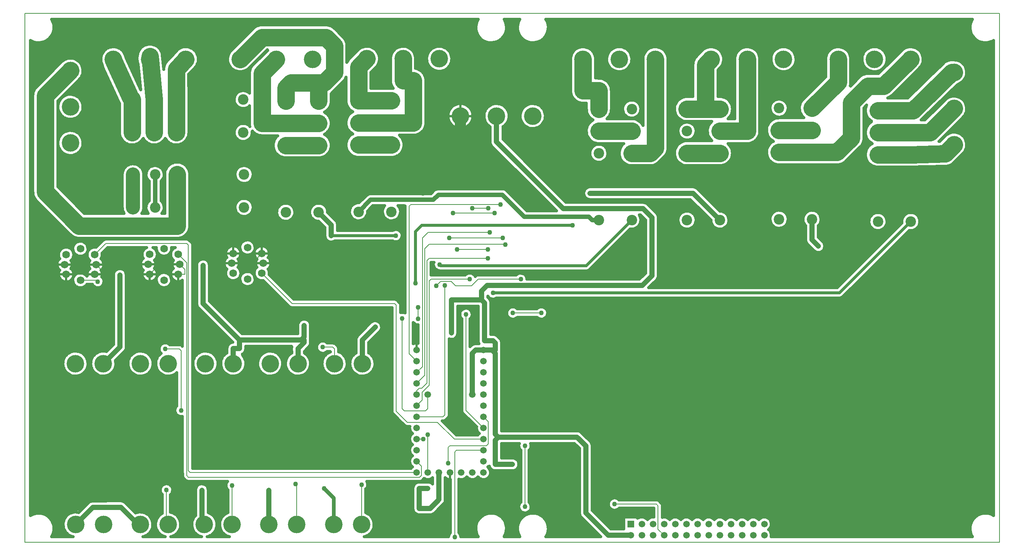
<source format=gbr>
G04 DipTrace 2.2.9.0 beta*
%INBottom.gbr*%
%MOIN*%
%ADD11C,0.006*%
%ADD13C,0.04*%
%ADD15C,0.0256*%
%ADD16C,0.0472*%
%ADD17C,0.0335*%
%ADD18C,0.0433*%
%ADD19C,0.0079*%
%ADD20C,0.1575*%
%ADD21C,0.125*%
%ADD22C,0.1*%
%ADD23C,0.025*%
%ADD24C,0.02*%
%ADD33C,0.0689*%
%ADD34C,0.0945*%
%ADD35C,0.0591*%
%ADD36R,0.0591X0.0591*%
%FSLAX44Y44*%
G04*
G70*
G90*
G75*
G01*
%LNBottom*%
%LPD*%
X33910Y33635D2*
D13*
X34985Y34710D1*
X40629D1*
X41080Y35160D1*
X46828D1*
X48804Y33185D1*
X54590D1*
X54887Y32887D1*
X55487D1*
X15643Y34029D2*
Y36981D1*
X42245Y22744D2*
D16*
Y25722D1*
X44958D1*
X45217Y25462D1*
Y22061D1*
X45875D1*
X28476Y20000D2*
Y21339D1*
X29027Y21890D1*
Y22126D1*
X28767D1*
X23980D1*
X10992Y20000D2*
X12488Y21496D1*
Y27957D1*
X44127Y17215D2*
Y20920D1*
X44422Y21215D1*
X45127D1*
X46197Y16624D2*
Y13656D1*
X46457Y13396D1*
X53531D1*
X54319Y12609D1*
Y6589D1*
X56312Y4596D1*
X57119D1*
X44958Y25722D2*
Y26532D1*
X45446Y27021D1*
X59374D1*
X60250Y27897D1*
Y33123D1*
X59463Y33910D1*
X52298D1*
X46302Y39907D1*
Y42235D1*
X40131Y8792D2*
X39363D1*
Y6991D1*
X25863Y5550D2*
Y8635D1*
X23980Y22126D2*
X23213D1*
X19949Y25389D1*
Y28818D1*
X31677Y5550D2*
D17*
Y7926D1*
X30831Y8773D1*
X20066Y5550D2*
D16*
X19855D1*
Y8635D1*
X34257Y20000D2*
Y22126D1*
X35407Y23276D1*
X28767Y22126D2*
X29027Y22386D1*
Y23427D1*
X57119Y4596D2*
X58340D1*
X47733Y10950D2*
X46197D1*
Y13136D1*
X46457Y13396D1*
X45875Y22061D2*
X45981D1*
X46197Y21845D1*
Y21215D1*
X45902D1*
X46197Y20920D1*
Y16624D1*
X22662Y20000D2*
Y21339D1*
X23213D1*
Y22126D1*
X45127Y21215D2*
X45902D1*
X14310Y5550D2*
X14121D1*
X12572Y7099D1*
X10067D1*
X8518Y5550D1*
X39363Y6991D2*
X40339D1*
X41127Y7779D1*
Y10215D1*
X16563Y21319D2*
D19*
X17818D1*
X17976Y21161D1*
Y15802D1*
X41970Y11042D2*
Y12471D1*
X42127Y12628D1*
X45383D1*
X45540Y12786D1*
Y14802D1*
X45127Y15215D1*
X42540Y4408D2*
Y12058D1*
X42698Y12215D1*
X45127D1*
X43556Y24422D2*
Y15786D1*
X45127Y14215D1*
X37827Y24053D2*
Y15959D1*
X38025Y15761D1*
X39928D1*
X40127Y15959D1*
Y17215D1*
X17627Y36981D2*
D20*
Y34029D1*
Y32370D1*
X8836D1*
X5787Y35419D1*
Y44055D1*
X8044Y46312D1*
X13659Y36981D2*
D21*
Y34029D1*
X46116Y33519D2*
D19*
X42402D1*
X39698Y35598D2*
D22*
X43054Y38954D1*
Y42235D1*
X25220Y29896D2*
D19*
X24757Y29433D1*
Y29010D1*
X25357D1*
X22660Y29896D2*
X22060D1*
X21903Y29738D1*
Y29167D1*
X22060Y29010D1*
X22523D1*
X10357Y28900D2*
X10820Y28437D1*
Y28014D1*
X10220D1*
X17720Y28034D2*
X18320D1*
Y28457D1*
X17857Y28920D1*
X15160Y28034D2*
X15623Y28497D1*
Y28920D1*
X15023D1*
X36194Y12296D2*
Y21634D1*
X36175D1*
X43044Y24934D2*
Y22508D1*
X43078D1*
X41848Y28131D2*
X44359D1*
Y28075D1*
X25357Y29010D2*
X28445D1*
X29226Y28229D1*
X22523Y29010D2*
X24413D1*
X24571Y28853D1*
Y24120D1*
X7660Y28014D2*
X7060D1*
X6903Y28172D1*
Y28743D1*
X7060Y28900D1*
X7523D1*
X10220Y28014D2*
X7660D1*
X43078Y22508D2*
Y18708D1*
X56903Y7389D2*
X60647D1*
X60804Y7231D1*
Y5131D1*
X61340Y4596D1*
X45570Y33965D2*
X44107D1*
Y33950D1*
X30328Y33596D2*
D16*
X31459Y32464D1*
Y31491D1*
D15*
X37267D1*
X46863Y31273D2*
D19*
X42060D1*
X16662Y8658D2*
X16810Y8510D1*
X16662Y8658D2*
Y5698D1*
X16810Y5550D1*
X45525Y30249D2*
X42769D1*
X58439Y32887D2*
D15*
X54343Y28791D1*
X41297D1*
X41188Y28899D1*
X48477Y27572D2*
D19*
X44659D1*
X44068Y26981D1*
X42611D1*
X42218Y27375D1*
X41273D1*
X40879Y26981D1*
X66353Y32887D2*
D16*
X63938Y35302D1*
X54699D1*
X75191Y30548D2*
X74620Y31119D1*
Y32966D1*
X53132Y32429D2*
D15*
X39599D1*
X39028Y31858D1*
Y27213D1*
X39265Y25052D2*
D19*
Y24029D1*
X83493Y32761D2*
D15*
X77074Y26342D1*
X45985D1*
X17548Y40761D2*
D20*
Y43714D1*
Y46416D1*
X18399Y47336D1*
X15564Y43714D2*
Y40761D1*
X15151Y47336D2*
X15181Y47571D1*
X15564Y43714D1*
X11903Y47336D2*
X11985Y47065D1*
X13427Y43907D1*
X13580Y43714D1*
Y40761D1*
X30701Y21476D2*
D19*
X31599D1*
X31757Y21319D1*
Y20000D1*
X34177Y9137D2*
Y5550D1*
X28240Y9186D2*
X28363Y9062D1*
Y5550D1*
X22566Y9068D2*
Y5550D1*
X8940Y27483D2*
X10498D1*
Y27367D1*
X39717Y13215D2*
X39127D1*
X48850Y7143D2*
Y12628D1*
X27375Y39603D2*
D20*
X30328D1*
X26529Y47336D2*
X25249Y46056D1*
Y41588D1*
X27375D1*
X30328D1*
X23281Y47336D2*
X25249Y49304D1*
X30973D1*
X31745Y48532D1*
Y46142D1*
X30828Y45225D1*
X27847D1*
X27375Y44753D1*
Y43572D1*
X30328D2*
Y45225D1*
X30828D1*
X33910Y39643D2*
X35170D1*
X35603D1*
X36863D1*
X37907Y47375D2*
Y45407D1*
X38832D1*
Y41627D1*
X36863D1*
X33910D1*
X36863Y43611D2*
X33910D1*
Y46627D1*
X34659Y47375D1*
X58439Y38895D2*
X60092D1*
X60564Y39367D1*
Y47336D1*
X55487Y40879D2*
X58439D1*
X55487Y42863D2*
Y44517D1*
X54068D1*
Y47336D1*
X66353Y38895D2*
X63400D1*
X66353Y40879D2*
X68812D1*
Y47336D1*
X66353Y42863D2*
X65054D1*
X63400D1*
X65564Y47336D2*
X65054Y46825D1*
Y42863D1*
X71668Y38973D2*
X74620D1*
X76870D1*
X78158Y40261D1*
Y43431D1*
X79655Y44928D1*
X81070D1*
X83477Y47336D1*
X74620Y40958D2*
X71668D1*
X74620Y42942D2*
X76981Y45303D1*
Y47336D1*
X87375Y39659D2*
X86571Y38843D1*
X83493Y38769D1*
X80540D1*
X87375Y42907D2*
X85221Y40753D1*
X80540D1*
X83493D1*
X87375Y46155D2*
X87191D1*
X83686Y42737D1*
X83493D1*
X80540D1*
X46645Y34300D2*
D19*
X38615D1*
X38457Y34142D1*
Y20885D1*
X39127Y20215D1*
X45682Y31784D2*
X40146D1*
X39638Y31277D1*
Y19727D1*
X39127Y19215D1*
X47099Y30682D2*
Y30721D1*
X40244D1*
X39855Y30333D1*
Y18944D1*
X39127Y18215D1*
X45521Y29470D2*
X40268D1*
X40052Y29254D1*
Y18241D1*
X39597Y17786D1*
X39361D1*
X39127Y17552D1*
Y17215D1*
X43895Y27586D2*
X40426D1*
X40268Y27428D1*
Y18064D1*
X39619Y17414D1*
Y16708D1*
X39127Y16215D1*
X41666Y27021D2*
Y15385D1*
X41497Y15215D1*
X39127D1*
X50328Y24540D2*
X47769D1*
X40127Y10215D2*
Y13628D1*
X10220Y29786D2*
X11234Y30800D1*
X18477D1*
X18635Y30642D1*
Y10373D1*
X18792Y10215D1*
X39127D1*
X17720Y29806D2*
X18477Y29048D1*
Y9959D1*
X18635Y9802D1*
X39383D1*
X39540Y9959D1*
Y10802D1*
X39127Y11215D1*
X25220Y28124D2*
X27947Y25397D1*
X37147D1*
X37304Y25240D1*
Y15713D1*
X38281Y14737D1*
X40996D1*
X42519Y13215D1*
X45127D1*
D18*
X40879Y26981D3*
X47769Y24540D3*
X12488Y27957D3*
X42245Y22744D3*
X45875Y22061D3*
X57119Y4596D3*
X25863Y8635D3*
X47733Y10950D3*
X30831Y8773D3*
X35407Y23276D3*
X23980Y22126D3*
X39363Y6991D3*
X40131Y8792D3*
X19855Y8635D3*
X29027Y23427D3*
X19949Y28818D3*
X46197Y16624D3*
X17976Y15802D3*
X16563Y21319D3*
X41970Y11042D3*
X42540Y4408D3*
X43556Y24422D3*
X37827Y24053D3*
X42402Y33519D3*
X46116D3*
X29226Y28229D3*
X24571Y24120D3*
X36175Y21634D3*
X36194Y12296D3*
X43078Y18708D3*
X50328Y24540D3*
X43044Y24934D3*
X44359Y28075D3*
X41848Y28131D3*
X39698Y35598D3*
X43078Y22508D3*
X56903Y7389D3*
X44107Y33950D3*
X45570Y33965D3*
X37267Y31491D3*
X42060Y31273D3*
X46863D3*
X16662Y8658D3*
X42769Y30249D3*
X45525D3*
X41188Y28899D3*
X54699Y35302D3*
X75191Y30548D3*
X39028Y27213D3*
X53132Y32429D3*
X39265Y24029D3*
Y25052D3*
X45985Y26342D3*
X30701Y21476D3*
X34177Y9137D3*
X28240Y9186D3*
X22566Y9068D3*
X10498Y27367D3*
X48850Y7143D3*
Y12628D3*
X39717Y13215D3*
X46645Y34300D3*
X45682Y31784D3*
X47099Y30682D3*
X45521Y29470D3*
X43895Y27586D3*
X41666Y27021D3*
X40127Y13628D3*
X48477Y27572D3*
X51344Y9439D3*
X68698Y30586D3*
X6501Y50676D2*
D23*
X44502D1*
X47126D2*
X48252D1*
X50876D2*
X88877D1*
X6572Y50428D2*
X44436D1*
X47197D2*
X48186D1*
X50947D2*
X88811D1*
X6591Y50179D2*
X24522D1*
X31701D2*
X44412D1*
X47216D2*
X48162D1*
X50966D2*
X88787D1*
X6568Y49930D2*
X24264D1*
X31959D2*
X44440D1*
X47193D2*
X48190D1*
X50943D2*
X88815D1*
X6494Y49682D2*
X24014D1*
X32209D2*
X44510D1*
X47119D2*
X48260D1*
X50869D2*
X88885D1*
X6365Y49433D2*
X23764D1*
X32459D2*
X44639D1*
X46990D2*
X48389D1*
X50740D2*
X89014D1*
X6154Y49184D2*
X23518D1*
X32685D2*
X44850D1*
X46779D2*
X48600D1*
X50529D2*
X89225D1*
X5779Y48935D2*
X23268D1*
X32818D2*
X45225D1*
X46404D2*
X48975D1*
X50154D2*
X89600D1*
X4480Y48687D2*
X15034D1*
X15330D2*
X23018D1*
X32880D2*
X90901D1*
X4480Y48438D2*
X11666D1*
X12138D2*
X14444D1*
X15919D2*
X18162D1*
X18634D2*
X22772D1*
X32892D2*
X34276D1*
X35044D2*
X37522D1*
X38291D2*
X40772D1*
X41541D2*
X53834D1*
X54302D2*
X57080D1*
X57552D2*
X60330D1*
X60798D2*
X65330D1*
X65798D2*
X68576D1*
X69048D2*
X71826D1*
X72294D2*
X76744D1*
X77216D2*
X79994D1*
X80462D2*
X83241D1*
X83712D2*
X90901D1*
X4480Y48189D2*
X11151D1*
X12658D2*
X14221D1*
X16142D2*
X17647D1*
X19154D2*
X22522D1*
X32892D2*
X33862D1*
X35455D2*
X37108D1*
X38705D2*
X40358D1*
X41951D2*
X53315D1*
X54822D2*
X56561D1*
X58068D2*
X59811D1*
X61318D2*
X64811D1*
X66318D2*
X68057D1*
X69564D2*
X71307D1*
X72814D2*
X76229D1*
X77736D2*
X79475D1*
X80982D2*
X82725D1*
X84232D2*
X90901D1*
X4480Y47941D2*
X10932D1*
X12873D2*
X14096D1*
X16267D2*
X17405D1*
X19369D2*
X22311D1*
X32892D2*
X33612D1*
X35654D2*
X36912D1*
X38900D2*
X40159D1*
X42150D2*
X53096D1*
X55037D2*
X56346D1*
X58287D2*
X59592D1*
X61533D2*
X64557D1*
X66533D2*
X67842D1*
X69783D2*
X71088D1*
X73029D2*
X76010D1*
X77951D2*
X79260D1*
X81201D2*
X82471D1*
X84447D2*
X90901D1*
X4480Y47692D2*
X10815D1*
X12994D2*
X14041D1*
X16322D2*
X17174D1*
X19490D2*
X22190D1*
X32892D2*
X33362D1*
X35759D2*
X36803D1*
X39009D2*
X40053D1*
X42255D2*
X52979D1*
X55158D2*
X56225D1*
X58404D2*
X59475D1*
X61654D2*
X64307D1*
X66654D2*
X67721D1*
X69900D2*
X70971D1*
X73150D2*
X75893D1*
X78072D2*
X79139D1*
X81318D2*
X82221D1*
X84568D2*
X90901D1*
X4480Y47443D2*
X10760D1*
X13072D2*
X14010D1*
X16345D2*
X16944D1*
X19541D2*
X22139D1*
X32892D2*
X33116D1*
X35802D2*
X36760D1*
X39052D2*
X40010D1*
X42298D2*
X52924D1*
X55209D2*
X56174D1*
X58459D2*
X59420D1*
X61705D2*
X64092D1*
X66705D2*
X67670D1*
X69955D2*
X70916D1*
X73201D2*
X75838D1*
X78123D2*
X79088D1*
X81373D2*
X81975D1*
X84619D2*
X90901D1*
X4480Y47195D2*
X7326D1*
X8763D2*
X10764D1*
X13185D2*
X14014D1*
X16373D2*
X16713D1*
X19537D2*
X22143D1*
X35791D2*
X36760D1*
X39052D2*
X40022D1*
X42287D2*
X52920D1*
X55216D2*
X56178D1*
X58455D2*
X59416D1*
X61712D2*
X63967D1*
X66701D2*
X67666D1*
X69959D2*
X70920D1*
X73197D2*
X75834D1*
X78130D2*
X79092D1*
X81369D2*
X81725D1*
X84615D2*
X86744D1*
X87822D2*
X90901D1*
X4480Y46946D2*
X7065D1*
X8994D2*
X10823D1*
X13298D2*
X14073D1*
X16396D2*
X16532D1*
X19478D2*
X22201D1*
X35720D2*
X36760D1*
X39052D2*
X40092D1*
X42216D2*
X52920D1*
X55216D2*
X56237D1*
X58392D2*
X59416D1*
X61712D2*
X63912D1*
X66642D2*
X67666D1*
X69959D2*
X70983D1*
X73138D2*
X75834D1*
X78130D2*
X79151D1*
X81306D2*
X81475D1*
X84556D2*
X86369D1*
X88197D2*
X90901D1*
X4480Y46697D2*
X6819D1*
X9123D2*
X10901D1*
X13412D2*
X14116D1*
X19345D2*
X22334D1*
X35580D2*
X36760D1*
X39052D2*
X40237D1*
X42076D2*
X52920D1*
X55216D2*
X56369D1*
X58263D2*
X59416D1*
X61712D2*
X63905D1*
X66513D2*
X67666D1*
X69959D2*
X71112D1*
X73009D2*
X75834D1*
X78130D2*
X79280D1*
X84427D2*
X86116D1*
X88380D2*
X90901D1*
X4480Y46449D2*
X6569D1*
X9185D2*
X11006D1*
X13525D2*
X14139D1*
X19130D2*
X22569D1*
X23994D2*
X24176D1*
X35345D2*
X36760D1*
X39275D2*
X40494D1*
X41814D2*
X52920D1*
X55216D2*
X56604D1*
X58029D2*
X59416D1*
X61712D2*
X63905D1*
X66291D2*
X67666D1*
X69959D2*
X71346D1*
X72771D2*
X75834D1*
X78130D2*
X79518D1*
X84201D2*
X85862D1*
X88482D2*
X90901D1*
X4480Y46200D2*
X6319D1*
X9185D2*
X11119D1*
X13638D2*
X14162D1*
X18904D2*
X24112D1*
X35095D2*
X36760D1*
X39650D2*
X52920D1*
X55216D2*
X59416D1*
X61712D2*
X63905D1*
X66201D2*
X67666D1*
X69959D2*
X75834D1*
X78130D2*
X80729D1*
X83955D2*
X85604D1*
X88521D2*
X90901D1*
X4480Y45951D2*
X6073D1*
X9130D2*
X11233D1*
X13751D2*
X14190D1*
X18697D2*
X24100D1*
X35056D2*
X36760D1*
X39837D2*
X52920D1*
X55216D2*
X59416D1*
X61712D2*
X63905D1*
X66201D2*
X67666D1*
X69959D2*
X75834D1*
X78130D2*
X79170D1*
X83705D2*
X85350D1*
X88505D2*
X90901D1*
X4480Y45703D2*
X5823D1*
X9013D2*
X11350D1*
X13865D2*
X14213D1*
X18697D2*
X24100D1*
X35056D2*
X36760D1*
X39939D2*
X52920D1*
X55216D2*
X59416D1*
X61712D2*
X63905D1*
X66201D2*
X67666D1*
X69959D2*
X75768D1*
X78130D2*
X78819D1*
X83455D2*
X85096D1*
X88427D2*
X90901D1*
X4480Y45454D2*
X5573D1*
X8798D2*
X11463D1*
X13978D2*
X14237D1*
X18697D2*
X24100D1*
X35056D2*
X36760D1*
X39978D2*
X52920D1*
X56130D2*
X59416D1*
X61712D2*
X63905D1*
X66201D2*
X67666D1*
X69959D2*
X75522D1*
X78130D2*
X78569D1*
X83209D2*
X84838D1*
X88275D2*
X90901D1*
X4480Y45205D2*
X5326D1*
X8548D2*
X11576D1*
X14091D2*
X14264D1*
X18697D2*
X24100D1*
X32419D2*
X32764D1*
X35056D2*
X36776D1*
X39978D2*
X52920D1*
X56400D2*
X59416D1*
X61712D2*
X63905D1*
X66201D2*
X67666D1*
X69959D2*
X75272D1*
X78123D2*
X78319D1*
X82959D2*
X84584D1*
X87998D2*
X90901D1*
X4480Y44956D2*
X5076D1*
X8302D2*
X11690D1*
X18697D2*
X24100D1*
X32173D2*
X32764D1*
X35056D2*
X36854D1*
X39978D2*
X52920D1*
X56544D2*
X59416D1*
X61712D2*
X63905D1*
X66201D2*
X67666D1*
X69959D2*
X75022D1*
X82709D2*
X84330D1*
X87595D2*
X90901D1*
X4480Y44708D2*
X4850D1*
X8052D2*
X11803D1*
X18697D2*
X24100D1*
X31923D2*
X32764D1*
X39978D2*
X52920D1*
X56619D2*
X59416D1*
X61712D2*
X63905D1*
X66201D2*
X67666D1*
X69959D2*
X74776D1*
X82462D2*
X84073D1*
X87341D2*
X90901D1*
X4480Y44459D2*
X4717D1*
X7802D2*
X11916D1*
X18697D2*
X23221D1*
X23892D2*
X24100D1*
X31673D2*
X32764D1*
X39978D2*
X52920D1*
X56634D2*
X59416D1*
X61712D2*
X63905D1*
X66201D2*
X67666D1*
X69959D2*
X74526D1*
X82212D2*
X83819D1*
X87084D2*
X90901D1*
X4480Y44210D2*
X4651D1*
X7556D2*
X12030D1*
X18697D2*
X22893D1*
X31474D2*
X32764D1*
X39978D2*
X52963D1*
X56634D2*
X59416D1*
X61712D2*
X63905D1*
X66201D2*
X67666D1*
X69959D2*
X74276D1*
X81962D2*
X83565D1*
X86830D2*
X90901D1*
X4480Y43962D2*
X4639D1*
X8744D2*
X12143D1*
X18697D2*
X22764D1*
X31474D2*
X32764D1*
X39978D2*
X53069D1*
X56634D2*
X59416D1*
X61712D2*
X63147D1*
X66607D2*
X67666D1*
X69959D2*
X74030D1*
X81666D2*
X83311D1*
X86576D2*
X86967D1*
X87783D2*
X90901D1*
X4480Y43713D2*
X4639D1*
X8986D2*
X12256D1*
X18697D2*
X22725D1*
X31474D2*
X32764D1*
X39978D2*
X53260D1*
X56634D2*
X59416D1*
X61712D2*
X62643D1*
X67111D2*
X67666D1*
X69959D2*
X71405D1*
X71931D2*
X73780D1*
X86318D2*
X86569D1*
X88181D2*
X90901D1*
X4480Y43464D2*
X4639D1*
X9119D2*
X12369D1*
X18697D2*
X22764D1*
X31470D2*
X32772D1*
X39978D2*
X53655D1*
X56634D2*
X57877D1*
X59001D2*
X59416D1*
X61712D2*
X62428D1*
X67326D2*
X67666D1*
X69959D2*
X71026D1*
X72310D2*
X73604D1*
X86064D2*
X86323D1*
X88373D2*
X90901D1*
X4480Y43216D2*
X4639D1*
X9181D2*
X12432D1*
X18697D2*
X22897D1*
X31416D2*
X32834D1*
X39978D2*
X42483D1*
X43623D2*
X45733D1*
X46873D2*
X48979D1*
X50119D2*
X54338D1*
X56634D2*
X57690D1*
X59189D2*
X59416D1*
X61712D2*
X62311D1*
X67443D2*
X67666D1*
X69959D2*
X70885D1*
X72451D2*
X73506D1*
X85810D2*
X86073D1*
X88478D2*
X90901D1*
X4480Y42967D2*
X4639D1*
X9189D2*
X12432D1*
X18697D2*
X23225D1*
X23888D2*
X24100D1*
X31298D2*
X32967D1*
X39978D2*
X42178D1*
X43927D2*
X45424D1*
X47177D2*
X48674D1*
X50423D2*
X54338D1*
X56634D2*
X57616D1*
X59263D2*
X59420D1*
X61712D2*
X62256D1*
X67494D2*
X67662D1*
X69959D2*
X70834D1*
X72501D2*
X73475D1*
X85552D2*
X85823D1*
X88521D2*
X90901D1*
X4480Y42718D2*
X4639D1*
X9138D2*
X12432D1*
X18697D2*
X24100D1*
X31080D2*
X33205D1*
X39978D2*
X42014D1*
X44091D2*
X45264D1*
X47337D2*
X48510D1*
X50587D2*
X54350D1*
X56623D2*
X57619D1*
X59259D2*
X59420D1*
X61712D2*
X62264D1*
X67490D2*
X67661D1*
X69959D2*
X70866D1*
X72470D2*
X73494D1*
X85298D2*
X85576D1*
X88505D2*
X90901D1*
X4480Y42470D2*
X4639D1*
X6935D2*
X7069D1*
X9021D2*
X12432D1*
X18697D2*
X24100D1*
X31048D2*
X33143D1*
X39978D2*
X41932D1*
X44177D2*
X45178D1*
X47423D2*
X48428D1*
X50673D2*
X54412D1*
X56564D2*
X57709D1*
X59169D2*
X59416D1*
X61712D2*
X62323D1*
X67427D2*
X67666D1*
X69959D2*
X70987D1*
X72349D2*
X73576D1*
X85044D2*
X85326D1*
X88435D2*
X90901D1*
X4480Y42221D2*
X4639D1*
X6935D2*
X7280D1*
X8810D2*
X12432D1*
X18697D2*
X24100D1*
X31279D2*
X32932D1*
X39978D2*
X41905D1*
X44201D2*
X45155D1*
X47451D2*
X48401D1*
X50697D2*
X54541D1*
X56431D2*
X57924D1*
X58955D2*
X59416D1*
X61712D2*
X62455D1*
X67298D2*
X67666D1*
X69959D2*
X71280D1*
X72056D2*
X73737D1*
X79306D2*
X79518D1*
X84791D2*
X85076D1*
X88287D2*
X90901D1*
X4480Y41972D2*
X4639D1*
X6935D2*
X7760D1*
X8330D2*
X12432D1*
X18697D2*
X24100D1*
X31408D2*
X32819D1*
X39978D2*
X41936D1*
X44169D2*
X45186D1*
X47419D2*
X48432D1*
X50666D2*
X54780D1*
X58716D2*
X59416D1*
X61712D2*
X62694D1*
X69959D2*
X71162D1*
X79306D2*
X79694D1*
X84533D2*
X84830D1*
X88052D2*
X90901D1*
X4480Y41724D2*
X4639D1*
X6935D2*
X12432D1*
X18697D2*
X24100D1*
X31466D2*
X32768D1*
X39978D2*
X42030D1*
X44076D2*
X45276D1*
X47326D2*
X48526D1*
X50572D2*
X54721D1*
X59205D2*
X59416D1*
X61712D2*
X65588D1*
X69959D2*
X70823D1*
X79306D2*
X79951D1*
X87802D2*
X90901D1*
X4480Y41475D2*
X4639D1*
X6935D2*
X12432D1*
X18697D2*
X23155D1*
X23959D2*
X24108D1*
X31470D2*
X32772D1*
X39970D2*
X42201D1*
X43904D2*
X45451D1*
X47154D2*
X48698D1*
X50400D2*
X54510D1*
X61712D2*
X62830D1*
X63970D2*
X65377D1*
X69959D2*
X70647D1*
X79306D2*
X79655D1*
X87556D2*
X90901D1*
X4480Y41226D2*
X4639D1*
X6935D2*
X12432D1*
X18697D2*
X22873D1*
X31416D2*
X32838D1*
X39904D2*
X42537D1*
X43572D2*
X45705D1*
X46896D2*
X49034D1*
X50068D2*
X54393D1*
X61712D2*
X62647D1*
X64154D2*
X65260D1*
X69959D2*
X70553D1*
X79306D2*
X79498D1*
X87306D2*
X90901D1*
X4480Y40977D2*
X4639D1*
X6935D2*
X12432D1*
X18697D2*
X22752D1*
X31294D2*
X32971D1*
X39771D2*
X45705D1*
X46896D2*
X54342D1*
X61712D2*
X62573D1*
X64228D2*
X65209D1*
X69959D2*
X70522D1*
X87060D2*
X90901D1*
X4480Y40729D2*
X4639D1*
X6935D2*
X7366D1*
X8724D2*
X12432D1*
X18697D2*
X22725D1*
X31076D2*
X33213D1*
X39529D2*
X45705D1*
X46896D2*
X54350D1*
X61712D2*
X62580D1*
X64216D2*
X65217D1*
X69951D2*
X70545D1*
X86810D2*
X87014D1*
X87736D2*
X90901D1*
X4480Y40480D2*
X4639D1*
X6935D2*
X7116D1*
X8974D2*
X12467D1*
X18662D2*
X22776D1*
X24337D2*
X25041D1*
X31052D2*
X33139D1*
X37634D2*
X45705D1*
X46896D2*
X54412D1*
X61712D2*
X62674D1*
X64126D2*
X65280D1*
X69884D2*
X70627D1*
X88166D2*
X90901D1*
X4480Y40231D2*
X4639D1*
X9111D2*
X12565D1*
X18564D2*
X22920D1*
X24189D2*
X26420D1*
X31283D2*
X32928D1*
X37845D2*
X45705D1*
X46896D2*
X54545D1*
X61712D2*
X62893D1*
X63908D2*
X65412D1*
X69755D2*
X70787D1*
X79306D2*
X79522D1*
X88365D2*
X90901D1*
X4480Y39983D2*
X4639D1*
X9177D2*
X12744D1*
X14412D2*
X14729D1*
X16396D2*
X16713D1*
X18380D2*
X23315D1*
X23794D2*
X26295D1*
X31408D2*
X32815D1*
X37959D2*
X45705D1*
X47060D2*
X54787D1*
X61712D2*
X63100D1*
X69513D2*
X71088D1*
X79271D2*
X79698D1*
X88474D2*
X90901D1*
X4480Y39734D2*
X4639D1*
X9189D2*
X13100D1*
X14056D2*
X15084D1*
X16041D2*
X17069D1*
X18025D2*
X26237D1*
X31466D2*
X32768D1*
X38005D2*
X45733D1*
X47306D2*
X57670D1*
X61712D2*
X62631D1*
X67123D2*
X70819D1*
X79173D2*
X79944D1*
X88521D2*
X90901D1*
X4480Y39485D2*
X4639D1*
X9142D2*
X26233D1*
X31470D2*
X32776D1*
X37998D2*
X45889D1*
X47556D2*
X54912D1*
X56060D2*
X57459D1*
X61712D2*
X62420D1*
X67334D2*
X70643D1*
X78994D2*
X79651D1*
X88509D2*
X90901D1*
X4480Y39237D2*
X4639D1*
X9029D2*
X26287D1*
X31412D2*
X32838D1*
X37935D2*
X46139D1*
X47806D2*
X54729D1*
X56244D2*
X57346D1*
X61705D2*
X62307D1*
X67447D2*
X70553D1*
X78748D2*
X79494D1*
X88439D2*
X90901D1*
X4480Y38988D2*
X4639D1*
X6935D2*
X7260D1*
X8826D2*
X26412D1*
X31291D2*
X32975D1*
X37798D2*
X46389D1*
X48052D2*
X54659D1*
X56314D2*
X57295D1*
X61646D2*
X62256D1*
X67498D2*
X70522D1*
X78498D2*
X79416D1*
X88298D2*
X90901D1*
X4480Y38739D2*
X4639D1*
X6935D2*
X7701D1*
X8384D2*
X26635D1*
X31068D2*
X33221D1*
X37552D2*
X46635D1*
X48302D2*
X54670D1*
X56302D2*
X57303D1*
X61521D2*
X62264D1*
X67490D2*
X70545D1*
X78248D2*
X79393D1*
X88068D2*
X90901D1*
X4480Y38491D2*
X4639D1*
X6935D2*
X27205D1*
X30498D2*
X46885D1*
X48552D2*
X54764D1*
X56212D2*
X57366D1*
X61298D2*
X62326D1*
X67423D2*
X70631D1*
X78001D2*
X79428D1*
X87826D2*
X90901D1*
X4480Y38242D2*
X4639D1*
X6935D2*
X47135D1*
X48798D2*
X54987D1*
X55986D2*
X57502D1*
X61052D2*
X62463D1*
X67291D2*
X70791D1*
X77751D2*
X79526D1*
X87580D2*
X90901D1*
X4480Y37993D2*
X4639D1*
X6935D2*
X17116D1*
X18138D2*
X47381D1*
X49048D2*
X57744D1*
X60787D2*
X62705D1*
X67044D2*
X71096D1*
X77443D2*
X79705D1*
X87330D2*
X90901D1*
X4480Y37745D2*
X4639D1*
X6935D2*
X13053D1*
X14267D2*
X15354D1*
X15931D2*
X16780D1*
X18474D2*
X23346D1*
X23923D2*
X47631D1*
X49294D2*
X80057D1*
X86826D2*
X90901D1*
X4480Y37496D2*
X4639D1*
X6935D2*
X12823D1*
X14494D2*
X14994D1*
X16291D2*
X16604D1*
X18650D2*
X22987D1*
X24283D2*
X47881D1*
X49544D2*
X90901D1*
X4480Y37247D2*
X4639D1*
X6935D2*
X12709D1*
X14607D2*
X14854D1*
X18744D2*
X22846D1*
X24423D2*
X48127D1*
X49794D2*
X90901D1*
X4480Y36998D2*
X4639D1*
X6935D2*
X12674D1*
X14642D2*
X14811D1*
X18775D2*
X22803D1*
X24466D2*
X48377D1*
X50041D2*
X90901D1*
X4480Y36750D2*
X4639D1*
X6935D2*
X12674D1*
X14642D2*
X14846D1*
X18775D2*
X22838D1*
X24435D2*
X48627D1*
X50291D2*
X90901D1*
X4480Y36501D2*
X4639D1*
X6935D2*
X12674D1*
X14642D2*
X14967D1*
X16318D2*
X16479D1*
X18775D2*
X22959D1*
X24310D2*
X48873D1*
X50541D2*
X90901D1*
X4480Y36252D2*
X4639D1*
X6935D2*
X12674D1*
X14642D2*
X15084D1*
X16201D2*
X16479D1*
X18775D2*
X23264D1*
X24005D2*
X49123D1*
X50787D2*
X90901D1*
X4480Y36004D2*
X4639D1*
X6935D2*
X12674D1*
X14642D2*
X15084D1*
X16201D2*
X16479D1*
X18775D2*
X49373D1*
X51037D2*
X90901D1*
X4480Y35755D2*
X4639D1*
X7064D2*
X12674D1*
X14642D2*
X15084D1*
X16201D2*
X16479D1*
X18775D2*
X49619D1*
X51287D2*
X54326D1*
X64310D2*
X90901D1*
X4480Y35506D2*
X4639D1*
X7314D2*
X12674D1*
X14642D2*
X15084D1*
X16201D2*
X16479D1*
X18775D2*
X40643D1*
X47263D2*
X49869D1*
X51533D2*
X54143D1*
X64564D2*
X90901D1*
X4480Y35258D2*
X4651D1*
X7560D2*
X12674D1*
X14642D2*
X15084D1*
X16201D2*
X16479D1*
X18775D2*
X40397D1*
X47513D2*
X50119D1*
X51783D2*
X54104D1*
X64814D2*
X90901D1*
X4480Y35009D2*
X4717D1*
X7810D2*
X12674D1*
X14642D2*
X15084D1*
X16201D2*
X16479D1*
X18775D2*
X34502D1*
X47759D2*
X50366D1*
X52033D2*
X54186D1*
X65064D2*
X90901D1*
X4480Y34760D2*
X4854D1*
X8060D2*
X12674D1*
X14642D2*
X15084D1*
X16201D2*
X16479D1*
X18775D2*
X23268D1*
X24001D2*
X34256D1*
X48009D2*
X50616D1*
X52279D2*
X54494D1*
X65310D2*
X90901D1*
X4480Y34512D2*
X5084D1*
X8306D2*
X12674D1*
X14642D2*
X14971D1*
X16314D2*
X16479D1*
X18775D2*
X22963D1*
X24306D2*
X34006D1*
X48259D2*
X50866D1*
X52529D2*
X63897D1*
X65560D2*
X90901D1*
X4480Y34263D2*
X5330D1*
X8556D2*
X12674D1*
X14642D2*
X14846D1*
X18775D2*
X22838D1*
X24431D2*
X26897D1*
X27853D2*
X29850D1*
X30806D2*
X33377D1*
X48505D2*
X51112D1*
X59943D2*
X64143D1*
X65810D2*
X90901D1*
X4480Y34014D2*
X5580D1*
X8806D2*
X12674D1*
X14642D2*
X14811D1*
X18775D2*
X22803D1*
X24466D2*
X26659D1*
X28091D2*
X29612D1*
X31044D2*
X33174D1*
X35072D2*
X36127D1*
X37599D2*
X38057D1*
X48755D2*
X51362D1*
X60193D2*
X64393D1*
X66056D2*
X90901D1*
X4480Y33766D2*
X5830D1*
X9052D2*
X12709D1*
X14607D2*
X14854D1*
X18775D2*
X22846D1*
X24423D2*
X26561D1*
X28189D2*
X29514D1*
X31142D2*
X33088D1*
X34822D2*
X36041D1*
X37685D2*
X38057D1*
X49005D2*
X51612D1*
X60439D2*
X64643D1*
X66306D2*
X71534D1*
X71802D2*
X74487D1*
X74755D2*
X90901D1*
X4480Y33517D2*
X6076D1*
X9302D2*
X12823D1*
X14494D2*
X14994D1*
X16291D2*
X16479D1*
X18775D2*
X22987D1*
X24283D2*
X26545D1*
X28205D2*
X29498D1*
X31240D2*
X33088D1*
X34736D2*
X36041D1*
X37685D2*
X38057D1*
X60689D2*
X62869D1*
X63931D2*
X64889D1*
X66884D2*
X71053D1*
X72283D2*
X74006D1*
X75236D2*
X80233D1*
X80849D2*
X83186D1*
X83802D2*
X90901D1*
X4480Y33268D2*
X6326D1*
X18775D2*
X23338D1*
X23931D2*
X26612D1*
X28138D2*
X29565D1*
X31486D2*
X33166D1*
X34654D2*
X36119D1*
X37607D2*
X38057D1*
X60830D2*
X62662D1*
X64138D2*
X65139D1*
X67087D2*
X70893D1*
X72443D2*
X73846D1*
X75392D2*
X79889D1*
X81193D2*
X82842D1*
X84146D2*
X90901D1*
X4480Y33019D2*
X6576D1*
X18775D2*
X26784D1*
X27966D2*
X29737D1*
X31736D2*
X33362D1*
X34459D2*
X36315D1*
X37412D2*
X38057D1*
X59259D2*
X59522D1*
X60845D2*
X62580D1*
X64220D2*
X65389D1*
X67173D2*
X70838D1*
X72498D2*
X73791D1*
X75451D2*
X79752D1*
X81330D2*
X82701D1*
X84283D2*
X90901D1*
X4480Y32771D2*
X6823D1*
X18775D2*
X30319D1*
X31966D2*
X38057D1*
X59263D2*
X59655D1*
X60845D2*
X62576D1*
X64224D2*
X65530D1*
X67177D2*
X70858D1*
X72478D2*
X73811D1*
X75427D2*
X79709D1*
X81373D2*
X82662D1*
X84326D2*
X90901D1*
X4480Y32522D2*
X7073D1*
X18775D2*
X30569D1*
X32052D2*
X38057D1*
X59185D2*
X59655D1*
X60845D2*
X62655D1*
X64146D2*
X65608D1*
X67099D2*
X70967D1*
X72369D2*
X73920D1*
X75322D2*
X79744D1*
X81337D2*
X82576D1*
X84291D2*
X90901D1*
X4480Y32273D2*
X7323D1*
X18771D2*
X30819D1*
X32056D2*
X38057D1*
X58990D2*
X59655D1*
X60845D2*
X62850D1*
X63951D2*
X65803D1*
X66904D2*
X71229D1*
X72107D2*
X74026D1*
X75216D2*
X79873D1*
X81209D2*
X82326D1*
X84162D2*
X90901D1*
X4480Y32025D2*
X7569D1*
X18720D2*
X30862D1*
X32056D2*
X37104D1*
X37431D2*
X38057D1*
X58255D2*
X59655D1*
X60845D2*
X74026D1*
X75216D2*
X80182D1*
X80896D2*
X82076D1*
X83849D2*
X90901D1*
X4480Y31776D2*
X7819D1*
X18603D2*
X30862D1*
X37763D2*
X38057D1*
X58009D2*
X59655D1*
X60845D2*
X74026D1*
X75216D2*
X81830D1*
X83189D2*
X90901D1*
X4480Y31527D2*
X8069D1*
X18392D2*
X30862D1*
X37841D2*
X38057D1*
X57759D2*
X59655D1*
X60845D2*
X74026D1*
X75216D2*
X81580D1*
X82939D2*
X90901D1*
X4480Y31279D2*
X8553D1*
X17912D2*
X30905D1*
X37802D2*
X38057D1*
X57509D2*
X59655D1*
X60845D2*
X74026D1*
X75294D2*
X81330D1*
X82689D2*
X90901D1*
X4480Y31030D2*
X10909D1*
X18802D2*
X23600D1*
X24279D2*
X31096D1*
X37595D2*
X38057D1*
X57263D2*
X59655D1*
X60845D2*
X74030D1*
X75541D2*
X81084D1*
X82443D2*
X90901D1*
X4480Y30781D2*
X8420D1*
X9462D2*
X10662D1*
X19009D2*
X23334D1*
X24544D2*
X38057D1*
X57013D2*
X59655D1*
X60845D2*
X74135D1*
X75736D2*
X80834D1*
X82193D2*
X90901D1*
X4480Y30533D2*
X8272D1*
X9611D2*
X10412D1*
X19033D2*
X22401D1*
X22923D2*
X23244D1*
X24634D2*
X24959D1*
X25482D2*
X38057D1*
X56763D2*
X59655D1*
X60845D2*
X74373D1*
X75787D2*
X80584D1*
X81943D2*
X90901D1*
X4480Y30284D2*
X7174D1*
X11271D2*
X14655D1*
X19033D2*
X22076D1*
X25802D2*
X38057D1*
X56517D2*
X59655D1*
X60845D2*
X74623D1*
X75724D2*
X80338D1*
X81697D2*
X90901D1*
X4480Y30035D2*
X7002D1*
X11025D2*
X14494D1*
X19033D2*
X21971D1*
X25908D2*
X38057D1*
X56267D2*
X59655D1*
X60845D2*
X74916D1*
X75466D2*
X80088D1*
X81447D2*
X90901D1*
X4480Y29787D2*
X6955D1*
X8365D2*
X8491D1*
X9388D2*
X9518D1*
X10923D2*
X14455D1*
X15865D2*
X16014D1*
X16861D2*
X17013D1*
X19033D2*
X21963D1*
X23357D2*
X23690D1*
X24189D2*
X24526D1*
X25916D2*
X38057D1*
X56017D2*
X59655D1*
X60845D2*
X79838D1*
X81197D2*
X90901D1*
X4480Y29538D2*
X7002D1*
X8318D2*
X9561D1*
X10876D2*
X14510D1*
X15810D2*
X17069D1*
X19033D2*
X22057D1*
X23263D2*
X24616D1*
X25822D2*
X38057D1*
X55771D2*
X59655D1*
X60845D2*
X79592D1*
X80951D2*
X90901D1*
X4480Y29289D2*
X6940D1*
X8150D2*
X9733D1*
X10939D2*
X14428D1*
X15626D2*
X17252D1*
X19033D2*
X19600D1*
X20298D2*
X21877D1*
X23166D2*
X24713D1*
X26001D2*
X38057D1*
X55521D2*
X59655D1*
X60845D2*
X79342D1*
X80701D2*
X90901D1*
X4480Y29040D2*
X6834D1*
X8212D2*
X9666D1*
X11048D2*
X14330D1*
X15716D2*
X17162D1*
X19033D2*
X19397D1*
X20501D2*
X21819D1*
X23228D2*
X24655D1*
X26060D2*
X38057D1*
X40451D2*
X40631D1*
X55271D2*
X59655D1*
X60845D2*
X79092D1*
X80451D2*
X90901D1*
X4480Y28792D2*
X6826D1*
X8220D2*
X9662D1*
X11052D2*
X14330D1*
X15716D2*
X17166D1*
X19033D2*
X19354D1*
X20544D2*
X21854D1*
X23193D2*
X24690D1*
X26025D2*
X38057D1*
X40451D2*
X40623D1*
X55025D2*
X59655D1*
X60845D2*
X78846D1*
X80205D2*
X90901D1*
X4480Y28543D2*
X6920D1*
X8126D2*
X9756D1*
X10959D2*
X14432D1*
X15634D2*
X17244D1*
X19033D2*
X19354D1*
X20544D2*
X22002D1*
X23220D2*
X24659D1*
X25876D2*
X38057D1*
X40451D2*
X40741D1*
X54775D2*
X59655D1*
X60845D2*
X78596D1*
X79955D2*
X90901D1*
X4480Y28294D2*
X7018D1*
X8306D2*
X9576D1*
X10865D2*
X12002D1*
X12974D2*
X14506D1*
X15814D2*
X17069D1*
X19033D2*
X19354D1*
X20544D2*
X21979D1*
X23341D2*
X24537D1*
X25904D2*
X38057D1*
X40451D2*
X59655D1*
X60845D2*
X78346D1*
X79705D2*
X90901D1*
X4480Y28046D2*
X6955D1*
X8365D2*
X8536D1*
X9345D2*
X9514D1*
X10923D2*
X11897D1*
X13076D2*
X14455D1*
X15865D2*
X16006D1*
X16873D2*
X17015D1*
X19033D2*
X19354D1*
X20544D2*
X21959D1*
X25919D2*
X38057D1*
X40451D2*
X43565D1*
X44224D2*
X48170D1*
X48783D2*
X59565D1*
X60845D2*
X78100D1*
X79459D2*
X90901D1*
X4480Y27797D2*
X6991D1*
X10888D2*
X11893D1*
X13084D2*
X14498D1*
X19033D2*
X19354D1*
X20544D2*
X22041D1*
X26099D2*
X38057D1*
X49005D2*
X59319D1*
X60837D2*
X77850D1*
X79209D2*
X90901D1*
X4480Y27548D2*
X7143D1*
X11044D2*
X11893D1*
X13084D2*
X14662D1*
X19033D2*
X19354D1*
X20544D2*
X22276D1*
X23044D2*
X23237D1*
X24642D2*
X24834D1*
X26349D2*
X38057D1*
X60728D2*
X77600D1*
X78959D2*
X90901D1*
X4480Y27300D2*
X8260D1*
X11072D2*
X11893D1*
X13084D2*
X15768D1*
X17115D2*
X18076D1*
X19033D2*
X19354D1*
X20544D2*
X23303D1*
X24580D2*
X25491D1*
X26599D2*
X38057D1*
X60486D2*
X77354D1*
X78712D2*
X90901D1*
X4480Y27051D2*
X8389D1*
X9490D2*
X10022D1*
X10974D2*
X11893D1*
X13084D2*
X15909D1*
X16974D2*
X18076D1*
X19033D2*
X19354D1*
X20544D2*
X23506D1*
X24376D2*
X25737D1*
X26845D2*
X38057D1*
X60236D2*
X77104D1*
X78462D2*
X90901D1*
X4480Y26802D2*
X11893D1*
X13084D2*
X18076D1*
X19033D2*
X19354D1*
X20544D2*
X25987D1*
X27095D2*
X38057D1*
X78212D2*
X90901D1*
X4480Y26554D2*
X11893D1*
X13084D2*
X18076D1*
X19033D2*
X19354D1*
X20544D2*
X26237D1*
X27345D2*
X38057D1*
X77966D2*
X90901D1*
X4480Y26305D2*
X11893D1*
X13084D2*
X18076D1*
X19033D2*
X19354D1*
X20544D2*
X26483D1*
X27591D2*
X38057D1*
X77716D2*
X90901D1*
X4480Y26056D2*
X11893D1*
X13084D2*
X18076D1*
X19033D2*
X19354D1*
X20544D2*
X26733D1*
X27841D2*
X38057D1*
X77466D2*
X90901D1*
X4480Y25808D2*
X11893D1*
X13084D2*
X18076D1*
X19033D2*
X19354D1*
X20544D2*
X26983D1*
X28091D2*
X38057D1*
X45697D2*
X45826D1*
X46146D2*
X90901D1*
X4480Y25559D2*
X11893D1*
X13084D2*
X18076D1*
X19033D2*
X19354D1*
X20611D2*
X27229D1*
X37541D2*
X38057D1*
X45806D2*
X90901D1*
X4480Y25310D2*
X11893D1*
X13084D2*
X18076D1*
X19033D2*
X19358D1*
X20861D2*
X27479D1*
X37697D2*
X38057D1*
X45814D2*
X90901D1*
X4480Y25061D2*
X11893D1*
X13084D2*
X18076D1*
X19033D2*
X19455D1*
X21111D2*
X27756D1*
X37705D2*
X38057D1*
X42841D2*
X44619D1*
X45814D2*
X47565D1*
X47974D2*
X50123D1*
X50533D2*
X90901D1*
X4480Y24813D2*
X11893D1*
X13084D2*
X18076D1*
X19033D2*
X19694D1*
X21357D2*
X36905D1*
X37705D2*
X38057D1*
X42841D2*
X43143D1*
X43970D2*
X44619D1*
X45814D2*
X47264D1*
X50834D2*
X90901D1*
X4480Y24564D2*
X11893D1*
X13084D2*
X18076D1*
X19033D2*
X19944D1*
X21607D2*
X36905D1*
X42841D2*
X42998D1*
X44115D2*
X44619D1*
X45814D2*
X47194D1*
X50904D2*
X90901D1*
X4480Y24315D2*
X11893D1*
X13084D2*
X18076D1*
X19033D2*
X20190D1*
X21857D2*
X36905D1*
X42841D2*
X42991D1*
X44123D2*
X44619D1*
X45814D2*
X47241D1*
X50857D2*
X90901D1*
X4480Y24067D2*
X11893D1*
X13084D2*
X18076D1*
X19033D2*
X20440D1*
X22103D2*
X36905D1*
X42841D2*
X43108D1*
X44001D2*
X44619D1*
X45814D2*
X47463D1*
X48076D2*
X50022D1*
X50634D2*
X90901D1*
X4480Y23818D2*
X11893D1*
X13084D2*
X18076D1*
X19033D2*
X20690D1*
X22353D2*
X28584D1*
X29466D2*
X35201D1*
X35611D2*
X36905D1*
X42841D2*
X43159D1*
X43955D2*
X44619D1*
X45814D2*
X90901D1*
X4480Y23569D2*
X11893D1*
X13084D2*
X18076D1*
X19033D2*
X20936D1*
X22603D2*
X28448D1*
X29603D2*
X34869D1*
X35923D2*
X36905D1*
X42841D2*
X43159D1*
X43955D2*
X44619D1*
X45814D2*
X90901D1*
X4480Y23321D2*
X11893D1*
X13084D2*
X18076D1*
X19033D2*
X21186D1*
X22849D2*
X28432D1*
X29623D2*
X34619D1*
X36001D2*
X36905D1*
X38857D2*
X39241D1*
X42841D2*
X43159D1*
X43955D2*
X44619D1*
X45814D2*
X90901D1*
X4480Y23072D2*
X11893D1*
X13084D2*
X18076D1*
X19033D2*
X21436D1*
X23099D2*
X28432D1*
X29623D2*
X34369D1*
X35966D2*
X36905D1*
X38857D2*
X39241D1*
X42841D2*
X43159D1*
X43955D2*
X44619D1*
X45814D2*
X90901D1*
X4480Y22823D2*
X11893D1*
X13084D2*
X18076D1*
X19033D2*
X21682D1*
X23349D2*
X28432D1*
X29623D2*
X34123D1*
X35787D2*
X36905D1*
X38857D2*
X39241D1*
X42841D2*
X43159D1*
X43955D2*
X44619D1*
X45814D2*
X90901D1*
X4480Y22575D2*
X11893D1*
X13084D2*
X18076D1*
X19033D2*
X21932D1*
X29623D2*
X33873D1*
X35537D2*
X36905D1*
X38857D2*
X39241D1*
X42814D2*
X43159D1*
X43955D2*
X44619D1*
X46255D2*
X90901D1*
X4480Y22326D2*
X11893D1*
X13084D2*
X18076D1*
X19033D2*
X22182D1*
X29619D2*
X33698D1*
X35291D2*
X36905D1*
X38857D2*
X39241D1*
X42658D2*
X43159D1*
X43955D2*
X44619D1*
X46548D2*
X90901D1*
X4480Y22077D2*
X11893D1*
X13084D2*
X18076D1*
X19033D2*
X22428D1*
X29623D2*
X33662D1*
X35041D2*
X36905D1*
X38857D2*
X39241D1*
X42064D2*
X43159D1*
X43955D2*
X44619D1*
X46744D2*
X90901D1*
X4480Y21829D2*
X11893D1*
X13084D2*
X16326D1*
X16798D2*
X18076D1*
X19033D2*
X22342D1*
X29619D2*
X30252D1*
X31751D2*
X33662D1*
X34853D2*
X36905D1*
X42064D2*
X43159D1*
X43955D2*
X44670D1*
X46794D2*
X90901D1*
X4480Y21580D2*
X11741D1*
X13084D2*
X16053D1*
X19033D2*
X22119D1*
X29533D2*
X30135D1*
X32048D2*
X33662D1*
X34853D2*
X36905D1*
X42064D2*
X43159D1*
X46794D2*
X90901D1*
X4480Y21331D2*
X11491D1*
X13060D2*
X15987D1*
X19033D2*
X22065D1*
X23810D2*
X27881D1*
X29302D2*
X30143D1*
X32154D2*
X33662D1*
X34853D2*
X36905D1*
X42064D2*
X43159D1*
X46794D2*
X90901D1*
X4480Y21082D2*
X8170D1*
X8814D2*
X10670D1*
X12908D2*
X14014D1*
X14654D2*
X16041D1*
X19033D2*
X19842D1*
X20482D2*
X22065D1*
X23748D2*
X25655D1*
X26298D2*
X27881D1*
X29072D2*
X30291D1*
X31111D2*
X31358D1*
X32158D2*
X33662D1*
X34853D2*
X36905D1*
X42064D2*
X43159D1*
X46779D2*
X90901D1*
X4480Y20834D2*
X7717D1*
X9267D2*
X10217D1*
X12658D2*
X13557D1*
X15111D2*
X16057D1*
X19033D2*
X19385D1*
X20939D2*
X21885D1*
X23505D2*
X25198D1*
X26751D2*
X27698D1*
X29251D2*
X30979D1*
X32533D2*
X33479D1*
X35033D2*
X36905D1*
X42064D2*
X43159D1*
X46794D2*
X90901D1*
X4480Y20585D2*
X7510D1*
X9474D2*
X10010D1*
X12408D2*
X13350D1*
X15318D2*
X15850D1*
X19033D2*
X19177D1*
X21146D2*
X21678D1*
X23646D2*
X24994D1*
X26959D2*
X27494D1*
X29459D2*
X30776D1*
X32740D2*
X33276D1*
X35240D2*
X36905D1*
X42064D2*
X43159D1*
X46794D2*
X90901D1*
X4480Y20336D2*
X7397D1*
X9587D2*
X9897D1*
X12162D2*
X13237D1*
X15431D2*
X15737D1*
X21259D2*
X21565D1*
X23759D2*
X24881D1*
X27072D2*
X27381D1*
X29572D2*
X30662D1*
X32853D2*
X33162D1*
X35353D2*
X36905D1*
X42064D2*
X43159D1*
X46794D2*
X90901D1*
X4480Y20088D2*
X7350D1*
X9634D2*
X9850D1*
X12134D2*
X13190D1*
X15478D2*
X15690D1*
X21306D2*
X21518D1*
X23806D2*
X24830D1*
X27119D2*
X27330D1*
X29619D2*
X30612D1*
X32900D2*
X33112D1*
X35400D2*
X36905D1*
X42064D2*
X43159D1*
X46794D2*
X90901D1*
X4480Y19839D2*
X7358D1*
X9626D2*
X9858D1*
X12126D2*
X13198D1*
X15470D2*
X15698D1*
X21298D2*
X21526D1*
X23798D2*
X24838D1*
X27111D2*
X27338D1*
X29611D2*
X30619D1*
X32892D2*
X33119D1*
X35392D2*
X36905D1*
X42064D2*
X43159D1*
X46794D2*
X90901D1*
X4480Y19590D2*
X7420D1*
X9560D2*
X9920D1*
X12060D2*
X13264D1*
X15404D2*
X15764D1*
X21232D2*
X21592D1*
X23732D2*
X24905D1*
X27044D2*
X27405D1*
X29544D2*
X30686D1*
X32826D2*
X33186D1*
X35326D2*
X36905D1*
X42064D2*
X43159D1*
X46794D2*
X90901D1*
X4480Y19342D2*
X7557D1*
X9427D2*
X10057D1*
X11927D2*
X13401D1*
X15267D2*
X15901D1*
X19033D2*
X19229D1*
X21095D2*
X21729D1*
X23595D2*
X25041D1*
X26908D2*
X27541D1*
X29408D2*
X30823D1*
X32689D2*
X33323D1*
X35189D2*
X36905D1*
X42064D2*
X43159D1*
X46794D2*
X90901D1*
X4480Y19093D2*
X7807D1*
X9177D2*
X10307D1*
X11677D2*
X13647D1*
X15021D2*
X16147D1*
X19033D2*
X19475D1*
X20849D2*
X21975D1*
X23349D2*
X25291D1*
X26662D2*
X27791D1*
X29162D2*
X31073D1*
X32443D2*
X33573D1*
X34943D2*
X36905D1*
X42064D2*
X43159D1*
X46794D2*
X90901D1*
X4480Y18844D2*
X17576D1*
X19033D2*
X36905D1*
X42064D2*
X43159D1*
X46794D2*
X90901D1*
X4480Y18596D2*
X17576D1*
X19033D2*
X36905D1*
X42064D2*
X43159D1*
X46794D2*
X90901D1*
X4480Y18347D2*
X17576D1*
X19033D2*
X36905D1*
X42064D2*
X43159D1*
X46794D2*
X90901D1*
X4480Y18098D2*
X17576D1*
X19033D2*
X36905D1*
X42064D2*
X43159D1*
X46794D2*
X90901D1*
X4480Y17850D2*
X17576D1*
X19033D2*
X36905D1*
X42064D2*
X43159D1*
X46794D2*
X90901D1*
X4480Y17601D2*
X17576D1*
X19033D2*
X36905D1*
X42064D2*
X43159D1*
X46794D2*
X90901D1*
X4480Y17352D2*
X17576D1*
X19033D2*
X36905D1*
X42064D2*
X43159D1*
X46794D2*
X90901D1*
X4480Y17103D2*
X17576D1*
X19033D2*
X36905D1*
X42064D2*
X43159D1*
X46794D2*
X90901D1*
X4480Y16855D2*
X17576D1*
X19033D2*
X36905D1*
X42064D2*
X43159D1*
X46794D2*
X90901D1*
X4480Y16606D2*
X17576D1*
X19033D2*
X36905D1*
X42064D2*
X43159D1*
X46794D2*
X90901D1*
X4480Y16357D2*
X17576D1*
X19033D2*
X36905D1*
X42064D2*
X43159D1*
X46794D2*
X90901D1*
X4480Y16109D2*
X17494D1*
X19033D2*
X36905D1*
X42064D2*
X43159D1*
X46794D2*
X90901D1*
X4480Y15860D2*
X17401D1*
X19033D2*
X36905D1*
X42064D2*
X43159D1*
X46794D2*
X90901D1*
X4480Y15611D2*
X17432D1*
X19033D2*
X36920D1*
X42064D2*
X43201D1*
X46794D2*
X90901D1*
X4480Y15363D2*
X17616D1*
X19033D2*
X37100D1*
X42064D2*
X43424D1*
X46794D2*
X90901D1*
X4480Y15114D2*
X18076D1*
X19033D2*
X37350D1*
X41951D2*
X43674D1*
X46794D2*
X90901D1*
X4480Y14865D2*
X18076D1*
X19033D2*
X37600D1*
X41654D2*
X43920D1*
X46794D2*
X90901D1*
X4480Y14617D2*
X18076D1*
X19033D2*
X37846D1*
X41669D2*
X44170D1*
X46794D2*
X90901D1*
X4480Y14368D2*
X18076D1*
X19033D2*
X38194D1*
X41919D2*
X44420D1*
X46794D2*
X90901D1*
X4480Y14119D2*
X18076D1*
X19033D2*
X38479D1*
X42169D2*
X44479D1*
X46794D2*
X90901D1*
X4480Y13871D2*
X18076D1*
X19033D2*
X38573D1*
X42416D2*
X44573D1*
X53873D2*
X90901D1*
X4480Y13622D2*
X18076D1*
X19033D2*
X38619D1*
X42666D2*
X44619D1*
X54138D2*
X90901D1*
X4480Y13373D2*
X18076D1*
X19033D2*
X38491D1*
X54388D2*
X90901D1*
X4480Y13124D2*
X18076D1*
X19033D2*
X38479D1*
X54634D2*
X90901D1*
X4480Y12876D2*
X18076D1*
X19033D2*
X38573D1*
X54849D2*
X90901D1*
X4480Y12627D2*
X18076D1*
X19033D2*
X38623D1*
X46794D2*
X48272D1*
X49427D2*
X53467D1*
X54916D2*
X90901D1*
X4480Y12378D2*
X18076D1*
X19033D2*
X38494D1*
X46794D2*
X48334D1*
X49365D2*
X53717D1*
X54916D2*
X90901D1*
X4480Y12130D2*
X18076D1*
X19033D2*
X38479D1*
X46794D2*
X48451D1*
X49248D2*
X53721D1*
X54916D2*
X90901D1*
X4480Y11881D2*
X18076D1*
X19033D2*
X38569D1*
X46794D2*
X48451D1*
X49248D2*
X53721D1*
X54916D2*
X90901D1*
X4480Y11632D2*
X18076D1*
X19033D2*
X38631D1*
X46794D2*
X48451D1*
X49248D2*
X53721D1*
X54916D2*
X90901D1*
X4480Y11384D2*
X18076D1*
X19033D2*
X38494D1*
X48130D2*
X48451D1*
X49248D2*
X53721D1*
X54916D2*
X90901D1*
X4480Y11135D2*
X18076D1*
X19033D2*
X38475D1*
X48298D2*
X48451D1*
X49248D2*
X53721D1*
X54916D2*
X90901D1*
X4480Y10886D2*
X18076D1*
X19033D2*
X38565D1*
X48326D2*
X48451D1*
X49248D2*
X53721D1*
X54916D2*
X90901D1*
X4480Y10638D2*
X18076D1*
X19033D2*
X38635D1*
X48236D2*
X48451D1*
X49248D2*
X53721D1*
X54916D2*
X90901D1*
X4480Y10389D2*
X18076D1*
X45759D2*
X46069D1*
X47865D2*
X48451D1*
X49248D2*
X53721D1*
X54916D2*
X90901D1*
X4480Y10140D2*
X18076D1*
X45779D2*
X48451D1*
X49248D2*
X53721D1*
X54916D2*
X90901D1*
X4480Y9892D2*
X18084D1*
X45693D2*
X48451D1*
X49248D2*
X53721D1*
X54916D2*
X90901D1*
X4480Y9643D2*
X18241D1*
X43416D2*
X43838D1*
X44416D2*
X44838D1*
X45416D2*
X48451D1*
X49248D2*
X53721D1*
X54916D2*
X90901D1*
X4480Y9394D2*
X22096D1*
X34689D2*
X40530D1*
X41724D2*
X42139D1*
X42939D2*
X48451D1*
X49248D2*
X53721D1*
X54916D2*
X90901D1*
X4480Y9145D2*
X16381D1*
X16943D2*
X19576D1*
X20134D2*
X21994D1*
X34755D2*
X38889D1*
X41724D2*
X42139D1*
X42939D2*
X48451D1*
X49248D2*
X53721D1*
X54916D2*
X90901D1*
X4480Y8897D2*
X16139D1*
X17185D2*
X19323D1*
X20388D2*
X22018D1*
X34697D2*
X38776D1*
X41724D2*
X42139D1*
X42939D2*
X48451D1*
X49248D2*
X53721D1*
X54916D2*
X90901D1*
X4480Y8648D2*
X16084D1*
X17240D2*
X19260D1*
X20451D2*
X22166D1*
X34576D2*
X38768D1*
X41724D2*
X42139D1*
X42939D2*
X48451D1*
X49248D2*
X53721D1*
X54916D2*
X90901D1*
X4480Y8399D2*
X16151D1*
X17193D2*
X19260D1*
X20451D2*
X22166D1*
X34576D2*
X38768D1*
X41724D2*
X42139D1*
X42939D2*
X48451D1*
X49248D2*
X53721D1*
X54916D2*
X90901D1*
X4480Y8151D2*
X16264D1*
X17060D2*
X19260D1*
X20451D2*
X22166D1*
X34576D2*
X38768D1*
X41724D2*
X42139D1*
X42939D2*
X48451D1*
X49248D2*
X53721D1*
X54916D2*
X90901D1*
X4480Y7902D2*
X16264D1*
X17060D2*
X19260D1*
X20451D2*
X22166D1*
X34576D2*
X38768D1*
X41724D2*
X42139D1*
X42939D2*
X48451D1*
X49248D2*
X53721D1*
X54916D2*
X56674D1*
X57130D2*
X90901D1*
X4480Y7653D2*
X9905D1*
X12736D2*
X16264D1*
X17060D2*
X19260D1*
X20451D2*
X22166D1*
X34576D2*
X38768D1*
X41709D2*
X42139D1*
X42939D2*
X48451D1*
X49248D2*
X53721D1*
X54916D2*
X56393D1*
X60935D2*
X90901D1*
X4480Y7405D2*
X9541D1*
X13099D2*
X16264D1*
X17060D2*
X19260D1*
X20451D2*
X22166D1*
X34576D2*
X38768D1*
X41584D2*
X42139D1*
X42939D2*
X48338D1*
X49361D2*
X53721D1*
X54916D2*
X56326D1*
X61162D2*
X90901D1*
X4480Y7156D2*
X9291D1*
X13349D2*
X16264D1*
X17060D2*
X19260D1*
X20451D2*
X22166D1*
X34576D2*
X38768D1*
X41337D2*
X42139D1*
X42939D2*
X48272D1*
X49427D2*
X53721D1*
X54916D2*
X56377D1*
X61205D2*
X90901D1*
X4480Y6907D2*
X9041D1*
X13595D2*
X16264D1*
X17060D2*
X19260D1*
X20451D2*
X22166D1*
X34576D2*
X38772D1*
X41087D2*
X42139D1*
X42939D2*
X48326D1*
X49373D2*
X53721D1*
X54916D2*
X56608D1*
X57197D2*
X60405D1*
X61205D2*
X90901D1*
X4480Y6659D2*
X8319D1*
X13845D2*
X14112D1*
X14509D2*
X16264D1*
X17060D2*
X19260D1*
X20451D2*
X22166D1*
X34576D2*
X38873D1*
X40837D2*
X42139D1*
X42939D2*
X48561D1*
X49138D2*
X53721D1*
X55084D2*
X60405D1*
X61205D2*
X90901D1*
X5853Y6410D2*
X7772D1*
X15056D2*
X16065D1*
X17556D2*
X19260D1*
X20814D2*
X21819D1*
X34923D2*
X42139D1*
X42939D2*
X45155D1*
X46478D2*
X48905D1*
X50228D2*
X53752D1*
X55330D2*
X60405D1*
X61205D2*
X89530D1*
X6189Y6161D2*
X7553D1*
X15275D2*
X15842D1*
X17775D2*
X19100D1*
X21033D2*
X21600D1*
X35142D2*
X42139D1*
X42939D2*
X44815D1*
X46814D2*
X48565D1*
X50564D2*
X53912D1*
X55580D2*
X57686D1*
X59642D2*
X60037D1*
X61642D2*
X62037D1*
X62642D2*
X63037D1*
X63642D2*
X64037D1*
X64642D2*
X65037D1*
X65642D2*
X66037D1*
X66642D2*
X67037D1*
X67642D2*
X68037D1*
X68642D2*
X69037D1*
X69642D2*
X70037D1*
X70642D2*
X89190D1*
X6384Y5913D2*
X7432D1*
X15396D2*
X15725D1*
X17896D2*
X18979D1*
X21154D2*
X21479D1*
X35263D2*
X42139D1*
X42939D2*
X44619D1*
X47009D2*
X48369D1*
X50759D2*
X54162D1*
X55830D2*
X57686D1*
X70908D2*
X88994D1*
X6505Y5664D2*
X7377D1*
X15451D2*
X15670D1*
X17951D2*
X18924D1*
X21209D2*
X21424D1*
X35318D2*
X42139D1*
X42939D2*
X44498D1*
X47130D2*
X48248D1*
X50880D2*
X54412D1*
X56076D2*
X57686D1*
X70990D2*
X88873D1*
X6572Y5415D2*
X7377D1*
X15451D2*
X15670D1*
X17951D2*
X18928D1*
X21205D2*
X21428D1*
X35318D2*
X42139D1*
X42939D2*
X44432D1*
X47197D2*
X48182D1*
X50947D2*
X54659D1*
X56326D2*
X57686D1*
X70970D2*
X88807D1*
X6591Y5166D2*
X7440D1*
X15388D2*
X15729D1*
X17888D2*
X18987D1*
X21146D2*
X21487D1*
X35255D2*
X42139D1*
X42939D2*
X44412D1*
X47216D2*
X48162D1*
X50966D2*
X54909D1*
X70826D2*
X88787D1*
X6564Y4918D2*
X7565D1*
X15263D2*
X15858D1*
X17763D2*
X19116D1*
X21017D2*
X21616D1*
X35130D2*
X42139D1*
X42939D2*
X44440D1*
X47189D2*
X48190D1*
X50939D2*
X55159D1*
X70908D2*
X88815D1*
X6490Y4669D2*
X7799D1*
X15029D2*
X16088D1*
X17529D2*
X19346D1*
X20787D2*
X21846D1*
X34896D2*
X42030D1*
X43052D2*
X44518D1*
X47115D2*
X48268D1*
X50865D2*
X55405D1*
X70990D2*
X88893D1*
X9160Y39691D2*
X9139Y39568D1*
X9105Y39448D1*
X9057Y39332D1*
X8997Y39223D1*
X8925Y39121D1*
X8843Y39027D1*
X8750Y38943D1*
X8649Y38870D1*
X8540Y38809D1*
X8425Y38760D1*
X8305Y38724D1*
X8182Y38702D1*
X8057Y38694D1*
X7933Y38699D1*
X7809Y38718D1*
X7689Y38751D1*
X7573Y38798D1*
X7462Y38856D1*
X7359Y38927D1*
X7265Y39009D1*
X7180Y39100D1*
X7106Y39201D1*
X7043Y39309D1*
X6993Y39423D1*
X6956Y39543D1*
X6932Y39665D1*
X6922Y39790D1*
X6926Y39915D1*
X6944Y40038D1*
X6976Y40159D1*
X7020Y40276D1*
X7078Y40387D1*
X7147Y40491D1*
X7228Y40586D1*
X7319Y40672D1*
X7418Y40748D1*
X7526Y40811D1*
X7639Y40863D1*
X7758Y40901D1*
X7881Y40926D1*
X8005Y40938D1*
X8130Y40935D1*
X8254Y40919D1*
X8375Y40889D1*
X8492Y40845D1*
X8604Y40789D1*
X8709Y40721D1*
X8805Y40641D1*
X8892Y40552D1*
X8969Y40453D1*
X9034Y40346D1*
X9086Y40233D1*
X9126Y40115D1*
X9153Y39993D1*
X9167Y39816D1*
X9160Y39691D1*
Y42939D2*
X9139Y42816D1*
X9105Y42696D1*
X9057Y42580D1*
X8997Y42471D1*
X8925Y42369D1*
X8843Y42275D1*
X8750Y42191D1*
X8649Y42118D1*
X8540Y42057D1*
X8425Y42008D1*
X8305Y41972D1*
X8182Y41950D1*
X8057Y41942D1*
X7933Y41947D1*
X7809Y41967D1*
X7689Y41999D1*
X7573Y42046D1*
X7462Y42104D1*
X7359Y42175D1*
X7265Y42257D1*
X7180Y42348D1*
X7106Y42449D1*
X7043Y42557D1*
X6993Y42671D1*
X6956Y42791D1*
X6932Y42913D1*
X6922Y43038D1*
X6926Y43163D1*
X6944Y43286D1*
X6976Y43407D1*
X7020Y43524D1*
X7078Y43635D1*
X7147Y43739D1*
X7228Y43834D1*
X7319Y43920D1*
X7418Y43996D1*
X7526Y44059D1*
X7639Y44111D1*
X7758Y44149D1*
X7881Y44174D1*
X8005Y44186D1*
X8130Y44183D1*
X8254Y44167D1*
X8375Y44137D1*
X8492Y44093D1*
X8604Y44037D1*
X8709Y43969D1*
X8805Y43889D1*
X8892Y43800D1*
X8969Y43701D1*
X9034Y43594D1*
X9086Y43481D1*
X9126Y43363D1*
X9153Y43241D1*
X9167Y43064D1*
X9160Y42939D1*
X35372Y19875D2*
X35351Y19752D1*
X35317Y19632D1*
X35270Y19516D1*
X35210Y19407D1*
X35138Y19305D1*
X35055Y19211D1*
X34962Y19127D1*
X34861Y19054D1*
X34752Y18993D1*
X34637Y18944D1*
X34517Y18908D1*
X34394Y18886D1*
X34270Y18878D1*
X34145Y18883D1*
X34022Y18903D1*
X33901Y18935D1*
X33785Y18982D1*
X33675Y19040D1*
X33572Y19111D1*
X33477Y19193D1*
X33392Y19284D1*
X33318Y19385D1*
X33255Y19493D1*
X33205Y19607D1*
X33168Y19727D1*
X33144Y19849D1*
X33135Y19974D1*
X33139Y20099D1*
X33157Y20222D1*
X33188Y20343D1*
X33233Y20460D1*
X33290Y20571D1*
X33360Y20675D1*
X33440Y20770D1*
X33531Y20856D1*
X33688Y20965D1*
X33686Y22126D1*
X33699Y22250D1*
X33739Y22368D1*
X33823Y22497D1*
X35003Y23680D1*
X35100Y23758D1*
X35212Y23813D1*
X35334Y23842D1*
X35458Y23845D1*
X35581Y23820D1*
X35695Y23769D1*
X35795Y23695D1*
X35877Y23601D1*
X35936Y23491D1*
X35970Y23371D1*
X35978Y23247D1*
X35958Y23124D1*
X35911Y23008D1*
X35811Y22872D1*
X34830Y21891D1*
X34828Y20965D1*
X34921Y20905D1*
X35017Y20825D1*
X35104Y20736D1*
X35181Y20637D1*
X35246Y20530D1*
X35299Y20417D1*
X35339Y20299D1*
X35365Y20177D1*
X35379Y20000D1*
X35372Y19875D1*
X32872D2*
X32851Y19752D1*
X32817Y19632D1*
X32770Y19516D1*
X32710Y19407D1*
X32638Y19305D1*
X32555Y19211D1*
X32462Y19127D1*
X32361Y19054D1*
X32252Y18993D1*
X32137Y18944D1*
X32017Y18908D1*
X31894Y18886D1*
X31770Y18878D1*
X31645Y18883D1*
X31522Y18903D1*
X31401Y18935D1*
X31285Y18982D1*
X31175Y19040D1*
X31072Y19111D1*
X30977Y19193D1*
X30892Y19284D1*
X30818Y19385D1*
X30755Y19493D1*
X30705Y19607D1*
X30668Y19727D1*
X30644Y19849D1*
X30635Y19974D1*
X30639Y20099D1*
X30657Y20222D1*
X30688Y20343D1*
X30733Y20460D1*
X30790Y20571D1*
X30860Y20675D1*
X30940Y20770D1*
X31031Y20856D1*
X31131Y20932D1*
X31238Y20995D1*
X31385Y21058D1*
X31349Y21102D1*
X31103D1*
X31041Y21042D1*
X30934Y20977D1*
X30816Y20937D1*
X30692Y20925D1*
X30568Y20941D1*
X30451Y20984D1*
X30347Y21053D1*
X30261Y21143D1*
X30197Y21251D1*
X30160Y21369D1*
X30149Y21494D1*
X30167Y21617D1*
X30213Y21733D1*
X30283Y21836D1*
X30374Y21921D1*
X30483Y21983D1*
X30602Y22019D1*
X30727Y22027D1*
X30850Y22007D1*
X30965Y21960D1*
X31067Y21888D1*
X31101Y21851D1*
X31599D1*
X31722Y21830D1*
X31825Y21775D1*
X32021Y21584D1*
X32094Y21482D1*
X32128Y21370D1*
X32131Y21057D1*
X32316Y20973D1*
X32421Y20905D1*
X32517Y20825D1*
X32604Y20736D1*
X32681Y20637D1*
X32746Y20530D1*
X32799Y20417D1*
X32839Y20299D1*
X32865Y20177D1*
X32879Y20000D1*
X32872Y19875D1*
X29591D2*
X29570Y19752D1*
X29536Y19632D1*
X29488Y19516D1*
X29428Y19407D1*
X29357Y19305D1*
X29274Y19211D1*
X29181Y19127D1*
X29080Y19054D1*
X28971Y18993D1*
X28856Y18944D1*
X28736Y18908D1*
X28613Y18886D1*
X28489Y18878D1*
X28364Y18883D1*
X28240Y18903D1*
X28120Y18935D1*
X28004Y18982D1*
X27894Y19040D1*
X27790Y19111D1*
X27696Y19193D1*
X27611Y19284D1*
X27537Y19385D1*
X27474Y19493D1*
X27424Y19607D1*
X27387Y19727D1*
X27363Y19849D1*
X27354Y19974D1*
X27358Y20099D1*
X27375Y20222D1*
X27407Y20343D1*
X27452Y20460D1*
X27509Y20571D1*
X27579Y20675D1*
X27659Y20770D1*
X27750Y20856D1*
X27907Y20965D1*
X27904Y21339D1*
X27926Y21494D1*
X27892Y21555D1*
X23781D1*
X23784Y21339D1*
X23770Y21215D1*
X23730Y21096D1*
X23665Y20990D1*
X23579Y20900D1*
X23491Y20840D1*
X23510Y20736D1*
X23587Y20637D1*
X23652Y20530D1*
X23704Y20417D1*
X23744Y20299D1*
X23771Y20177D1*
X23785Y20000D1*
X23778Y19875D1*
X23757Y19752D1*
X23723Y19632D1*
X23675Y19516D1*
X23615Y19407D1*
X23543Y19305D1*
X23461Y19211D1*
X23368Y19127D1*
X23267Y19054D1*
X23158Y18993D1*
X23043Y18944D1*
X22923Y18908D1*
X22800Y18886D1*
X22675Y18878D1*
X22551Y18883D1*
X22427Y18903D1*
X22307Y18935D1*
X22191Y18982D1*
X22080Y19040D1*
X21977Y19111D1*
X21883Y19193D1*
X21798Y19284D1*
X21724Y19385D1*
X21661Y19493D1*
X21611Y19607D1*
X21574Y19727D1*
X21550Y19849D1*
X21540Y19974D1*
X21544Y20099D1*
X21562Y20222D1*
X21594Y20343D1*
X21639Y20460D1*
X21696Y20571D1*
X21765Y20675D1*
X21846Y20770D1*
X21937Y20856D1*
X22093Y20965D1*
X22091Y21339D1*
X22105Y21463D1*
X22145Y21581D1*
X22210Y21687D1*
X22296Y21777D1*
X22400Y21846D1*
X22495Y21885D1*
X22622Y21908D1*
X19545Y24986D1*
X19467Y25083D1*
X19412Y25195D1*
X19380Y25345D1*
X19378Y28818D1*
X19391Y28942D1*
X19432Y29060D1*
X19497Y29167D1*
X19583Y29256D1*
X19687Y29325D1*
X19803Y29370D1*
X19927Y29389D1*
X20051Y29380D1*
X20171Y29344D1*
X20280Y29284D1*
X20373Y29201D1*
X20446Y29100D1*
X20495Y28985D1*
X20520Y28818D1*
Y25627D1*
X23449Y22697D1*
X28453D1*
X28456Y23427D1*
X28469Y23551D1*
X28509Y23669D1*
X28574Y23776D1*
X28661Y23866D1*
X28765Y23935D1*
X28881Y23980D1*
X29005Y23998D1*
X29129Y23989D1*
X29249Y23954D1*
X29358Y23893D1*
X29451Y23810D1*
X29524Y23709D1*
X29573Y23594D1*
X29598Y23427D1*
Y22386D1*
X29583Y22258D1*
X29598Y22126D1*
Y21890D1*
X29584Y21766D1*
X29544Y21648D1*
X29461Y21519D1*
X29047Y21102D1*
Y20967D1*
X29236Y20825D1*
X29323Y20736D1*
X29400Y20637D1*
X29465Y20530D1*
X29518Y20417D1*
X29558Y20299D1*
X29584Y20177D1*
X29598Y20000D1*
X29591Y19875D1*
X27091D2*
X27070Y19752D1*
X27036Y19632D1*
X26988Y19516D1*
X26928Y19407D1*
X26857Y19305D1*
X26774Y19211D1*
X26681Y19127D1*
X26580Y19054D1*
X26471Y18993D1*
X26356Y18944D1*
X26236Y18908D1*
X26113Y18886D1*
X25989Y18878D1*
X25864Y18883D1*
X25740Y18903D1*
X25620Y18935D1*
X25504Y18982D1*
X25394Y19040D1*
X25290Y19111D1*
X25196Y19193D1*
X25111Y19284D1*
X25037Y19385D1*
X24974Y19493D1*
X24924Y19607D1*
X24887Y19727D1*
X24863Y19849D1*
X24854Y19974D1*
X24858Y20099D1*
X24875Y20222D1*
X24907Y20343D1*
X24952Y20460D1*
X25009Y20571D1*
X25079Y20675D1*
X25159Y20770D1*
X25250Y20856D1*
X25350Y20932D1*
X25457Y20995D1*
X25571Y21047D1*
X25690Y21085D1*
X25812Y21110D1*
X25936Y21122D1*
X26061Y21119D1*
X26185Y21103D1*
X26306Y21073D1*
X26424Y21029D1*
X26535Y20973D1*
X26640Y20905D1*
X26736Y20825D1*
X26823Y20736D1*
X26900Y20637D1*
X26965Y20530D1*
X27018Y20417D1*
X27058Y20299D1*
X27084Y20177D1*
X27098Y20000D1*
X27091Y19875D1*
X21278D2*
X21257Y19752D1*
X21223Y19632D1*
X21175Y19516D1*
X21115Y19407D1*
X21043Y19305D1*
X20961Y19211D1*
X20868Y19127D1*
X20767Y19054D1*
X20658Y18993D1*
X20543Y18944D1*
X20423Y18908D1*
X20300Y18886D1*
X20175Y18878D1*
X20051Y18883D1*
X19927Y18903D1*
X19807Y18935D1*
X19691Y18982D1*
X19580Y19040D1*
X19477Y19111D1*
X19383Y19193D1*
X19298Y19284D1*
X19224Y19385D1*
X19161Y19493D1*
X19111Y19607D1*
X19074Y19727D1*
X19050Y19849D1*
X19040Y19974D1*
X19044Y20099D1*
X19062Y20222D1*
X19094Y20343D1*
X19139Y20460D1*
X19196Y20571D1*
X19265Y20675D1*
X19346Y20770D1*
X19437Y20856D1*
X19536Y20932D1*
X19644Y20995D1*
X19757Y21047D1*
X19876Y21085D1*
X19999Y21110D1*
X20123Y21122D1*
X20248Y21119D1*
X20372Y21103D1*
X20493Y21073D1*
X20610Y21029D1*
X20722Y20973D1*
X20827Y20905D1*
X20923Y20825D1*
X21010Y20736D1*
X21087Y20637D1*
X21152Y20530D1*
X21204Y20417D1*
X21244Y20299D1*
X21271Y20177D1*
X21285Y20000D1*
X21278Y19875D1*
X17600Y19182D2*
X17438Y19054D1*
X17329Y18993D1*
X17214Y18944D1*
X17095Y18908D1*
X16972Y18886D1*
X16847Y18878D1*
X16722Y18883D1*
X16599Y18903D1*
X16478Y18935D1*
X16362Y18982D1*
X16252Y19040D1*
X16149Y19111D1*
X16054Y19193D1*
X15969Y19284D1*
X15895Y19385D1*
X15833Y19493D1*
X15782Y19607D1*
X15745Y19727D1*
X15722Y19849D1*
X15712Y19974D1*
X15716Y20099D1*
X15734Y20222D1*
X15765Y20343D1*
X15810Y20460D1*
X15868Y20571D1*
X15937Y20675D1*
X16018Y20770D1*
X16186Y20915D1*
X16124Y20986D1*
X16060Y21093D1*
X16022Y21212D1*
X16012Y21336D1*
X16030Y21460D1*
X16075Y21576D1*
X16145Y21679D1*
X16237Y21764D1*
X16345Y21826D1*
X16465Y21862D1*
X16589Y21870D1*
X16712Y21850D1*
X16828Y21803D1*
X16930Y21731D1*
X16964Y21693D1*
X17818D1*
X17941Y21673D1*
X18044Y21617D1*
X18102Y21564D1*
X18103Y27471D1*
X17980Y27407D1*
X17861Y27370D1*
X17737Y27355D1*
X17612Y27363D1*
X17491Y27394D1*
X17378Y27447D1*
X17276Y27519D1*
X17190Y27609D1*
X17121Y27713D1*
X17072Y27828D1*
X17045Y27950D1*
X17041Y28074D1*
X17060Y28198D1*
X17101Y28316D1*
X17163Y28424D1*
X17244Y28519D1*
X17284Y28556D1*
X17227Y28667D1*
X17191Y28786D1*
X17178Y28910D1*
X17188Y29035D1*
X17220Y29155D1*
X17274Y29268D1*
X17284Y29285D1*
X17222Y29343D1*
X17146Y29441D1*
X17089Y29552D1*
X17053Y29672D1*
X17040Y29796D1*
X17050Y29921D1*
X17082Y30041D1*
X17136Y30154D1*
X17209Y30255D1*
X17300Y30340D1*
X17445Y30424D1*
X17114Y30426D1*
X17119Y30337D1*
X17108Y30213D1*
X17074Y30093D1*
X17019Y29981D1*
X16944Y29881D1*
X16852Y29797D1*
X16746Y29731D1*
X16630Y29685D1*
X16507Y29661D1*
X16382Y29660D1*
X16260Y29682D1*
X16143Y29726D1*
X16036Y29791D1*
X15943Y29874D1*
X15867Y29973D1*
X15810Y30084D1*
X15774Y30204D1*
X15761Y30328D1*
X15768Y30425D1*
X15449Y30421D1*
X15557Y30358D1*
X15651Y30276D1*
X15729Y30178D1*
X15787Y30068D1*
X15825Y29949D1*
X15840Y29806D1*
X15828Y29682D1*
X15794Y29561D1*
X15739Y29450D1*
X15664Y29350D1*
X15592Y29284D1*
X15628Y29228D1*
X15675Y29112D1*
X15699Y28989D1*
X15700Y28870D1*
X15680Y28747D1*
X15637Y28630D1*
X15596Y28556D1*
X15684Y28467D1*
X15755Y28364D1*
X15805Y28250D1*
X15833Y28128D1*
X15840Y28009D1*
X15823Y27885D1*
X15785Y27767D1*
X15726Y27657D1*
X15647Y27560D1*
X15552Y27479D1*
X15444Y27417D1*
X15326Y27375D1*
X15203Y27356D1*
X15078Y27360D1*
X14956Y27386D1*
X14841Y27435D1*
X14737Y27503D1*
X14647Y27590D1*
X14574Y27691D1*
X14521Y27804D1*
X14490Y27925D1*
X14481Y28049D1*
X14495Y28174D1*
X14532Y28293D1*
X14587Y28399D1*
X14493Y28495D1*
X14424Y28599D1*
X14375Y28714D1*
X14348Y28836D1*
X14344Y28960D1*
X14363Y29084D1*
X14404Y29202D1*
X14466Y29310D1*
X14547Y29405D1*
X14587Y29441D1*
X14530Y29552D1*
X14494Y29672D1*
X14481Y29796D1*
X14491Y29921D1*
X14523Y30041D1*
X14577Y30154D1*
X14650Y30255D1*
X14741Y30340D1*
X14886Y30424D1*
X11388Y30426D1*
X10882Y29919D1*
X10899Y29786D1*
X10888Y29662D1*
X10854Y29541D1*
X10793Y29421D1*
X10881Y29333D1*
X10951Y29230D1*
X11002Y29116D1*
X11030Y28994D1*
X11036Y28875D1*
X11020Y28751D1*
X10982Y28632D1*
X10922Y28523D1*
X10844Y28426D1*
X10793Y28379D1*
X10846Y28277D1*
X10884Y28157D1*
X10899Y28034D1*
X10892Y27915D1*
X10859Y27784D1*
X10948Y27686D1*
X11008Y27577D1*
X11042Y27457D1*
X11049Y27367D1*
X11035Y27243D1*
X10994Y27125D1*
X10927Y27020D1*
X10838Y26932D1*
X10731Y26867D1*
X10613Y26827D1*
X10489Y26815D1*
X10365Y26831D1*
X10248Y26875D1*
X10144Y26943D1*
X10058Y27033D1*
X10012Y27111D1*
X9509Y27108D1*
X9444Y27027D1*
X9352Y26942D1*
X9246Y26876D1*
X9130Y26830D1*
X9007Y26807D1*
X8882Y26806D1*
X8760Y26828D1*
X8643Y26872D1*
X8536Y26936D1*
X8443Y27019D1*
X8367Y27118D1*
X8310Y27229D1*
X8274Y27349D1*
X8261Y27473D1*
X8270Y27597D1*
X8303Y27718D1*
X8356Y27831D1*
X8430Y27932D1*
X8521Y28017D1*
X8625Y28085D1*
X8741Y28132D1*
X8863Y28158D1*
X8988Y28160D1*
X9111Y28140D1*
X9229Y28098D1*
X9336Y28035D1*
X9430Y27953D1*
X9506Y27858D1*
X9553Y27880D1*
X9540Y28004D1*
X9550Y28129D1*
X9582Y28250D1*
X9636Y28362D1*
X9709Y28463D1*
X9784Y28536D1*
X9727Y28647D1*
X9691Y28766D1*
X9678Y28890D1*
X9688Y29015D1*
X9720Y29135D1*
X9774Y29248D1*
X9784Y29265D1*
X9722Y29323D1*
X9646Y29421D1*
X9589Y29532D1*
X9553Y29652D1*
X9540Y29776D1*
X9550Y29901D1*
X9582Y30021D1*
X9636Y30134D1*
X9709Y30235D1*
X9800Y30320D1*
X9905Y30388D1*
X10020Y30436D1*
X10143Y30461D1*
X10267Y30464D1*
X10356Y30449D1*
X10969Y31065D1*
X11070Y31137D1*
X11183Y31171D1*
X11734Y31174D1*
X18477D1*
X18600Y31154D1*
X18704Y31098D1*
X18900Y30907D1*
X18972Y30806D1*
X19006Y30693D1*
X19009Y30142D1*
Y10592D1*
X20542Y10589D1*
X38617D1*
X38699Y10678D1*
X38746Y10713D1*
X38671Y10780D1*
X38594Y10878D1*
X38538Y10990D1*
X38505Y11110D1*
X38497Y11235D1*
X38513Y11359D1*
X38553Y11477D1*
X38616Y11585D1*
X38699Y11678D1*
X38746Y11713D1*
X38671Y11780D1*
X38594Y11878D1*
X38538Y11990D1*
X38505Y12110D1*
X38497Y12235D1*
X38513Y12359D1*
X38553Y12477D1*
X38616Y12585D1*
X38699Y12678D1*
X38746Y12713D1*
X38671Y12780D1*
X38594Y12878D1*
X38538Y12990D1*
X38505Y13110D1*
X38497Y13235D1*
X38513Y13359D1*
X38553Y13477D1*
X38616Y13585D1*
X38699Y13678D1*
X38746Y13713D1*
X38671Y13780D1*
X38594Y13878D1*
X38538Y13990D1*
X38505Y14110D1*
X38497Y14235D1*
X38514Y14362D1*
X38281Y14363D1*
X38158Y14384D1*
X38054Y14439D1*
X37662Y14826D1*
X37040Y15449D1*
X36967Y15550D1*
X36933Y15663D1*
X36930Y16213D1*
Y25022D1*
X27947Y25023D1*
X27824Y25043D1*
X27720Y25099D1*
X27328Y25486D1*
X25353Y27461D1*
X25287Y27448D1*
X25162Y27447D1*
X25039Y27469D1*
X24922Y27513D1*
X24816Y27578D1*
X24722Y27661D1*
X24646Y27760D1*
X24589Y27871D1*
X24553Y27990D1*
X24540Y28114D1*
X24550Y28239D1*
X24582Y28360D1*
X24636Y28472D1*
X24709Y28573D1*
X24784Y28646D1*
X24727Y28757D1*
X24691Y28876D1*
X24678Y29000D1*
X24688Y29125D1*
X24720Y29245D1*
X24774Y29358D1*
X24784Y29375D1*
X24690Y29470D1*
X24621Y29575D1*
X24572Y29689D1*
X24545Y29811D1*
X24541Y29936D1*
X24560Y30060D1*
X24601Y30177D1*
X24663Y30286D1*
X24744Y30381D1*
X24841Y30460D1*
X24950Y30520D1*
X25069Y30558D1*
X25193Y30575D1*
X25317Y30568D1*
X25439Y30539D1*
X25553Y30488D1*
X25655Y30417D1*
X25743Y30329D1*
X25814Y30226D1*
X25864Y30111D1*
X25892Y29990D1*
X25899Y29871D1*
X25883Y29747D1*
X25844Y29628D1*
X25793Y29531D1*
X25881Y29443D1*
X25951Y29340D1*
X26002Y29226D1*
X26030Y29104D1*
X26036Y28985D1*
X26020Y28861D1*
X25982Y28742D1*
X25922Y28633D1*
X25844Y28536D1*
X25793Y28489D1*
X25846Y28387D1*
X25884Y28267D1*
X25899Y28124D1*
X25884Y27989D1*
X28100Y25773D1*
X35072Y25771D1*
X37147D1*
X37270Y25751D1*
X37373Y25695D1*
X37569Y25504D1*
X37641Y25403D1*
X37675Y25291D1*
X37679Y24740D1*
Y24587D1*
X37853Y24604D1*
X37976Y24584D1*
X38081Y24541D1*
X38083Y30010D1*
Y34139D1*
X38004Y34175D1*
X37461D1*
X37549Y34061D1*
X37607Y33950D1*
X37646Y33831D1*
X37671Y33635D1*
X37661Y33510D1*
X37632Y33389D1*
X37585Y33273D1*
X37521Y33166D1*
X37441Y33070D1*
X37347Y32988D1*
X37241Y32921D1*
X37127Y32872D1*
X37006Y32840D1*
X36882Y32828D1*
X36757Y32834D1*
X36635Y32860D1*
X36518Y32905D1*
X36410Y32967D1*
X36312Y33045D1*
X36228Y33137D1*
X36158Y33241D1*
X36106Y33354D1*
X36072Y33474D1*
X36057Y33598D1*
X36061Y33723D1*
X36084Y33846D1*
X36126Y33963D1*
X36185Y34073D1*
X36264Y34175D1*
X35203D1*
X34714Y33682D1*
X34708Y33510D1*
X34680Y33389D1*
X34632Y33273D1*
X34568Y33166D1*
X34488Y33070D1*
X34394Y32988D1*
X34288Y32921D1*
X34174Y32872D1*
X34053Y32840D1*
X33929Y32828D1*
X33804Y32834D1*
X33682Y32860D1*
X33565Y32905D1*
X33457Y32967D1*
X33359Y33045D1*
X33275Y33137D1*
X33206Y33241D1*
X33153Y33354D1*
X33119Y33474D1*
X33104Y33598D1*
X33108Y33723D1*
X33131Y33846D1*
X33173Y33963D1*
X33232Y34073D1*
X33308Y34173D1*
X33398Y34259D1*
X33501Y34331D1*
X33613Y34385D1*
X33732Y34422D1*
X33856Y34440D1*
X33961Y34439D1*
X34607Y35088D1*
X34705Y35165D1*
X34818Y35218D1*
X34929Y35242D1*
X35860Y35245D1*
X40411D1*
X40701Y35539D1*
X40799Y35616D1*
X40912Y35668D1*
X41024Y35692D1*
X41955Y35695D1*
X46828D1*
X46952Y35681D1*
X47069Y35638D1*
X47165Y35576D1*
X47825Y34920D1*
X49027Y33718D1*
X51683Y33720D1*
X45898Y39503D1*
X45820Y39600D1*
X45765Y39712D1*
X45732Y39862D1*
X45730Y41270D1*
X45616Y41346D1*
X45522Y41427D1*
X45437Y41519D1*
X45363Y41620D1*
X45300Y41728D1*
X45250Y41842D1*
X45213Y41961D1*
X45189Y42084D1*
X45179Y42209D1*
X45184Y42334D1*
X45201Y42457D1*
X45233Y42578D1*
X45278Y42695D1*
X45335Y42806D1*
X45405Y42910D1*
X45485Y43005D1*
X45576Y43091D1*
X45675Y43166D1*
X45783Y43230D1*
X45897Y43282D1*
X46016Y43320D1*
X46138Y43345D1*
X46262Y43356D1*
X46387Y43354D1*
X46511Y43337D1*
X46632Y43307D1*
X46750Y43264D1*
X46861Y43208D1*
X46966Y43140D1*
X47062Y43060D1*
X47149Y42970D1*
X47226Y42872D1*
X47291Y42765D1*
X47344Y42652D1*
X47384Y42533D1*
X47410Y42411D1*
X47424Y42235D1*
X47417Y42110D1*
X47396Y41987D1*
X47362Y41867D1*
X47314Y41751D1*
X47254Y41642D1*
X47183Y41539D1*
X47100Y41446D1*
X47007Y41362D1*
X46875Y41272D1*
X46873Y40145D1*
X52536Y34480D1*
X54423Y34482D1*
X59463D1*
X59587Y34468D1*
X59705Y34428D1*
X59834Y34345D1*
X60654Y33527D1*
X60732Y33430D1*
X60787Y33318D1*
X60820Y33168D1*
X60822Y29123D1*
Y27897D1*
X60808Y27773D1*
X60768Y27655D1*
X60685Y27526D1*
X59967Y26805D1*
X76880D1*
X78603Y28526D1*
X82699Y32622D1*
X82686Y32724D1*
X82690Y32849D1*
X82714Y32972D1*
X82756Y33089D1*
X82815Y33199D1*
X82891Y33298D1*
X82981Y33385D1*
X83083Y33456D1*
X83195Y33511D1*
X83315Y33548D1*
X83438Y33566D1*
X83563Y33565D1*
X83686Y33545D1*
X83805Y33506D1*
X83916Y33449D1*
X84017Y33375D1*
X84105Y33287D1*
X84179Y33186D1*
X84237Y33075D1*
X84276Y32957D1*
X84301Y32761D1*
X84291Y32636D1*
X84262Y32515D1*
X84215Y32399D1*
X84151Y32292D1*
X84070Y32196D1*
X83977Y32114D1*
X83871Y32047D1*
X83756Y31997D1*
X83636Y31966D1*
X83511Y31954D1*
X83352Y31968D1*
X78517Y27130D1*
X77402Y26015D1*
X77303Y25939D1*
X77153Y25886D1*
X76949Y25879D1*
X46281D1*
X46219Y25842D1*
X46101Y25803D1*
X45977Y25791D1*
X45853Y25807D1*
X45736Y25850D1*
X45632Y25919D1*
X45528Y26039D1*
X45529Y25958D1*
X45621Y25866D1*
X45699Y25769D1*
X45754Y25657D1*
X45787Y25507D1*
X45789Y22630D1*
X45981Y22633D1*
X46121Y22615D1*
X46253Y22564D1*
X46369Y22480D1*
X46601Y22249D1*
X46679Y22152D1*
X46735Y22040D1*
X46767Y21889D1*
X46769Y21215D1*
X46758Y21109D1*
X46769Y20920D1*
Y13964D1*
X47707Y13967D1*
X53531D1*
X53655Y13954D1*
X53773Y13914D1*
X53903Y13830D1*
X54723Y13013D1*
X54801Y12915D1*
X54856Y12803D1*
X54888Y12653D1*
X54890Y8609D1*
Y6824D1*
X56548Y5167D1*
X57709D1*
Y6226D1*
X58970D1*
Y6105D1*
X59124Y6188D1*
X59245Y6219D1*
X59369Y6225D1*
X59493Y6207D1*
X59610Y6165D1*
X59717Y6100D1*
X59809Y6016D1*
X59839Y5975D1*
X59912Y6058D1*
X60011Y6134D1*
X60124Y6188D1*
X60245Y6219D1*
X60369Y6225D1*
X60427Y6217D1*
X60430Y7018D1*
X59897Y7014D1*
X57307D1*
X57243Y6955D1*
X57136Y6889D1*
X57018Y6850D1*
X56894Y6837D1*
X56770Y6853D1*
X56653Y6897D1*
X56549Y6965D1*
X56463Y7056D1*
X56399Y7163D1*
X56362Y7282D1*
X56351Y7406D1*
X56369Y7530D1*
X56415Y7646D1*
X56485Y7749D1*
X56576Y7834D1*
X56685Y7895D1*
X56804Y7931D1*
X56929Y7940D1*
X57052Y7920D1*
X57167Y7873D1*
X57269Y7801D1*
X57303Y7763D1*
X60647D1*
X60769Y7743D1*
X60873Y7687D1*
X61069Y7496D1*
X61141Y7395D1*
X61175Y7282D1*
X61179Y6731D1*
Y6204D1*
X61245Y6219D1*
X61369Y6225D1*
X61493Y6207D1*
X61610Y6165D1*
X61717Y6100D1*
X61809Y6016D1*
X61839Y5975D1*
X61912Y6058D1*
X62011Y6134D1*
X62124Y6188D1*
X62245Y6219D1*
X62369Y6225D1*
X62493Y6207D1*
X62610Y6165D1*
X62717Y6100D1*
X62809Y6016D1*
X62839Y5975D1*
X62912Y6058D1*
X63011Y6134D1*
X63124Y6188D1*
X63245Y6219D1*
X63369Y6225D1*
X63493Y6207D1*
X63610Y6165D1*
X63717Y6100D1*
X63809Y6016D1*
X63839Y5975D1*
X63912Y6058D1*
X64011Y6134D1*
X64124Y6188D1*
X64245Y6219D1*
X64369Y6225D1*
X64493Y6207D1*
X64610Y6165D1*
X64717Y6100D1*
X64809Y6016D1*
X64839Y5975D1*
X64912Y6058D1*
X65011Y6134D1*
X65124Y6188D1*
X65245Y6219D1*
X65369Y6225D1*
X65493Y6207D1*
X65610Y6165D1*
X65717Y6100D1*
X65809Y6016D1*
X65839Y5975D1*
X65912Y6058D1*
X66011Y6134D1*
X66124Y6188D1*
X66245Y6219D1*
X66369Y6225D1*
X66493Y6207D1*
X66610Y6165D1*
X66717Y6100D1*
X66809Y6016D1*
X66839Y5975D1*
X66912Y6058D1*
X67011Y6134D1*
X67124Y6188D1*
X67245Y6219D1*
X67369Y6225D1*
X67493Y6207D1*
X67610Y6165D1*
X67717Y6100D1*
X67809Y6016D1*
X67839Y5975D1*
X67912Y6058D1*
X68011Y6134D1*
X68124Y6188D1*
X68245Y6219D1*
X68369Y6225D1*
X68493Y6207D1*
X68610Y6165D1*
X68717Y6100D1*
X68809Y6016D1*
X68839Y5975D1*
X68912Y6058D1*
X69011Y6134D1*
X69124Y6188D1*
X69245Y6219D1*
X69369Y6225D1*
X69493Y6207D1*
X69610Y6165D1*
X69717Y6100D1*
X69809Y6016D1*
X69839Y5975D1*
X69912Y6058D1*
X70011Y6134D1*
X70124Y6188D1*
X70245Y6219D1*
X70369Y6225D1*
X70493Y6207D1*
X70610Y6165D1*
X70717Y6100D1*
X70809Y6016D1*
X70883Y5915D1*
X70935Y5802D1*
X70964Y5680D1*
X70970Y5596D1*
X70958Y5471D1*
X70921Y5352D1*
X70862Y5242D1*
X70782Y5146D1*
X70718Y5095D1*
X70809Y5016D1*
X70883Y4915D1*
X70935Y4802D1*
X70964Y4680D1*
X70970Y4596D1*
X70952Y4453D1*
X71955Y4455D1*
X89029D1*
X88932Y4633D1*
X88852Y4869D1*
X88816Y5116D1*
X88825Y5366D1*
X88879Y5609D1*
X88976Y5839D1*
X89114Y6048D1*
X89286Y6228D1*
X89489Y6374D1*
X89714Y6481D1*
X89955Y6546D1*
X90204Y6566D1*
X90453Y6541D1*
X90692Y6471D1*
X90916Y6360D1*
X90925Y6353D1*
Y49029D1*
X90827Y48970D1*
X90596Y48875D1*
X90352Y48823D1*
X90102Y48817D1*
X89855Y48855D1*
X89620Y48937D1*
X89403Y49061D1*
X89212Y49222D1*
X89053Y49415D1*
X88932Y49633D1*
X88852Y49869D1*
X88816Y50116D1*
X88825Y50366D1*
X88879Y50609D1*
X88976Y50839D1*
X89026Y50923D1*
X83675Y50925D1*
X50730Y50923D1*
X50843Y50700D1*
X50914Y50461D1*
X50941Y50213D1*
X50936Y50065D1*
X50891Y49820D1*
X50802Y49586D1*
X50672Y49373D1*
X50507Y49186D1*
X50310Y49033D1*
X50088Y48917D1*
X49850Y48843D1*
X49602Y48814D1*
X49353Y48830D1*
X49111Y48891D1*
X48883Y48994D1*
X48679Y49137D1*
X48503Y49315D1*
X48362Y49521D1*
X48261Y49749D1*
X48203Y49992D1*
X48190Y50241D1*
X48222Y50489D1*
X48298Y50727D1*
X48401Y50923D1*
X46980D1*
X47093Y50700D1*
X47164Y50461D1*
X47191Y50213D1*
X47186Y50065D1*
X47141Y49820D1*
X47052Y49586D1*
X46922Y49373D1*
X46757Y49186D1*
X46560Y49033D1*
X46338Y48917D1*
X46100Y48843D1*
X45852Y48814D1*
X45603Y48830D1*
X45361Y48891D1*
X45133Y48994D1*
X44929Y49137D1*
X44753Y49315D1*
X44612Y49521D1*
X44511Y49749D1*
X44453Y49992D1*
X44440Y50241D1*
X44472Y50489D1*
X44548Y50727D1*
X44651Y50923D1*
X39300Y50925D1*
X6355Y50923D1*
X6468Y50700D1*
X6539Y50461D1*
X6566Y50213D1*
X6561Y50065D1*
X6516Y49820D1*
X6427Y49586D1*
X6297Y49373D1*
X6132Y49186D1*
X5935Y49033D1*
X5713Y48917D1*
X5475Y48843D1*
X5227Y48814D1*
X4978Y48830D1*
X4736Y48891D1*
X4508Y48994D1*
X4452Y49030D1*
X4455Y47425D1*
Y6351D1*
X4599Y6433D1*
X4833Y6519D1*
X5079Y6562D1*
X5329Y6559D1*
X5574Y6512D1*
X5807Y6420D1*
X6019Y6289D1*
X6204Y6121D1*
X6355Y5923D1*
X6468Y5700D1*
X6539Y5461D1*
X6566Y5213D1*
X6561Y5065D1*
X6516Y4820D1*
X6427Y4586D1*
X6352Y4454D1*
X8271Y4455D1*
X8162Y4485D1*
X8046Y4532D1*
X7936Y4590D1*
X7833Y4661D1*
X7738Y4743D1*
X7653Y4834D1*
X7579Y4935D1*
X7517Y5043D1*
X7466Y5157D1*
X7429Y5277D1*
X7406Y5399D1*
X7396Y5524D1*
X7400Y5649D1*
X7418Y5772D1*
X7449Y5893D1*
X7494Y6010D1*
X7552Y6121D1*
X7621Y6225D1*
X7702Y6320D1*
X7792Y6406D1*
X7892Y6482D1*
X7999Y6545D1*
X8113Y6597D1*
X8232Y6635D1*
X8354Y6660D1*
X8479Y6672D1*
X8604Y6669D1*
X8800Y6635D1*
X9175Y7015D1*
X9664Y7503D1*
X9761Y7581D1*
X9873Y7636D1*
X10023Y7669D1*
X12572Y7671D1*
X12696Y7657D1*
X12814Y7617D1*
X12943Y7534D1*
X13890Y6589D1*
X14024Y6635D1*
X14147Y6660D1*
X14271Y6672D1*
X14396Y6669D1*
X14520Y6653D1*
X14641Y6623D1*
X14758Y6579D1*
X14870Y6523D1*
X14974Y6455D1*
X15071Y6375D1*
X15158Y6286D1*
X15234Y6187D1*
X15299Y6080D1*
X15352Y5967D1*
X15392Y5849D1*
X15419Y5727D1*
X15433Y5550D1*
X15426Y5425D1*
X15405Y5302D1*
X15371Y5182D1*
X15323Y5066D1*
X15263Y4957D1*
X15191Y4855D1*
X15108Y4761D1*
X15016Y4677D1*
X14914Y4604D1*
X14806Y4543D1*
X14691Y4494D1*
X14552Y4455D1*
X16560D1*
X16338Y4532D1*
X16228Y4590D1*
X16125Y4661D1*
X16031Y4743D1*
X15946Y4834D1*
X15871Y4935D1*
X15809Y5043D1*
X15759Y5157D1*
X15722Y5277D1*
X15698Y5399D1*
X15688Y5524D1*
X15692Y5649D1*
X15710Y5772D1*
X15742Y5893D1*
X15786Y6010D1*
X15844Y6121D1*
X15913Y6225D1*
X15994Y6320D1*
X16084Y6406D1*
X16184Y6482D1*
X16288Y6543D1*
Y8257D1*
X16223Y8325D1*
X16159Y8432D1*
X16121Y8551D1*
X16111Y8675D1*
X16129Y8799D1*
X16174Y8915D1*
X16244Y9018D1*
X16336Y9103D1*
X16444Y9165D1*
X16564Y9201D1*
X16688Y9209D1*
X16811Y9189D1*
X16927Y9142D1*
X17029Y9070D1*
X17112Y8977D1*
X17172Y8868D1*
X17206Y8748D1*
X17214Y8658D1*
X17200Y8534D1*
X17176Y8430D1*
X17129Y8314D1*
X17037Y8215D1*
Y6646D1*
X17141Y6623D1*
X17258Y6579D1*
X17370Y6523D1*
X17474Y6455D1*
X17571Y6375D1*
X17658Y6286D1*
X17734Y6187D1*
X17799Y6080D1*
X17852Y5967D1*
X17892Y5849D1*
X17919Y5727D1*
X17933Y5550D1*
X17926Y5425D1*
X17905Y5302D1*
X17871Y5182D1*
X17823Y5066D1*
X17763Y4957D1*
X17691Y4855D1*
X17608Y4761D1*
X17516Y4677D1*
X17414Y4604D1*
X17306Y4543D1*
X17191Y4494D1*
X17052Y4455D1*
X19818D1*
X19594Y4532D1*
X19484Y4590D1*
X19381Y4661D1*
X19287Y4743D1*
X19202Y4834D1*
X19127Y4935D1*
X19065Y5043D1*
X19015Y5157D1*
X18978Y5277D1*
X18954Y5399D1*
X18944Y5524D1*
X18948Y5649D1*
X18966Y5772D1*
X18998Y5893D1*
X19042Y6010D1*
X19100Y6121D1*
X19169Y6225D1*
X19287Y6355D1*
X19284Y7800D1*
Y8635D1*
X19298Y8759D1*
X19338Y8877D1*
X19403Y8984D1*
X19489Y9073D1*
X19593Y9142D1*
X19710Y9187D1*
X19833Y9206D1*
X19958Y9197D1*
X20077Y9161D1*
X20186Y9101D1*
X20279Y9018D1*
X20352Y8917D1*
X20402Y8802D1*
X20427Y8635D1*
Y6615D1*
X20626Y6523D1*
X20730Y6455D1*
X20827Y6375D1*
X20914Y6286D1*
X20990Y6187D1*
X21056Y6080D1*
X21108Y5967D1*
X21148Y5849D1*
X21175Y5727D1*
X21189Y5550D1*
X21182Y5425D1*
X21161Y5302D1*
X21127Y5182D1*
X21079Y5066D1*
X21019Y4957D1*
X20947Y4855D1*
X20865Y4761D1*
X20772Y4677D1*
X20671Y4604D1*
X20562Y4543D1*
X20447Y4494D1*
X20308Y4455D1*
X22318D1*
X22094Y4532D1*
X21984Y4590D1*
X21881Y4661D1*
X21787Y4743D1*
X21702Y4834D1*
X21627Y4935D1*
X21565Y5043D1*
X21515Y5157D1*
X21478Y5277D1*
X21454Y5399D1*
X21444Y5524D1*
X21448Y5649D1*
X21466Y5772D1*
X21498Y5893D1*
X21542Y6010D1*
X21600Y6121D1*
X21669Y6225D1*
X21750Y6320D1*
X21841Y6406D1*
X21940Y6482D1*
X22048Y6545D1*
X22195Y6608D1*
X22192Y7550D1*
Y8663D1*
X22127Y8735D1*
X22063Y8842D1*
X22025Y8961D1*
X22015Y9085D1*
X22033Y9209D1*
X22078Y9325D1*
X22146Y9425D1*
X21383Y9427D1*
X18635D1*
X18512Y9448D1*
X18409Y9503D1*
X18213Y9694D1*
X18141Y9796D1*
X18107Y9908D1*
X18103Y10459D1*
Y15268D1*
X17967Y15250D1*
X17843Y15266D1*
X17726Y15310D1*
X17622Y15378D1*
X17536Y15469D1*
X17473Y15576D1*
X17435Y15695D1*
X17424Y15819D1*
X17442Y15942D1*
X17488Y16059D1*
X17558Y16162D1*
X17601Y16201D1*
Y19181D1*
X15449Y19875D2*
X15429Y19752D1*
X15394Y19632D1*
X15347Y19516D1*
X15287Y19407D1*
X15215Y19305D1*
X15132Y19211D1*
X15040Y19127D1*
X14938Y19054D1*
X14829Y18993D1*
X14714Y18944D1*
X14595Y18908D1*
X14472Y18886D1*
X14347Y18878D1*
X14222Y18883D1*
X14099Y18903D1*
X13978Y18935D1*
X13862Y18982D1*
X13752Y19040D1*
X13649Y19111D1*
X13554Y19193D1*
X13469Y19284D1*
X13395Y19385D1*
X13333Y19493D1*
X13282Y19607D1*
X13245Y19727D1*
X13222Y19849D1*
X13212Y19974D1*
X13216Y20099D1*
X13234Y20222D1*
X13265Y20343D1*
X13310Y20460D1*
X13368Y20571D1*
X13437Y20675D1*
X13518Y20770D1*
X13608Y20856D1*
X13708Y20932D1*
X13815Y20995D1*
X13929Y21047D1*
X14048Y21085D1*
X14170Y21110D1*
X14295Y21122D1*
X14420Y21119D1*
X14544Y21103D1*
X14665Y21073D1*
X14782Y21029D1*
X14894Y20973D1*
X14998Y20905D1*
X15095Y20825D1*
X15182Y20736D1*
X15258Y20637D1*
X15323Y20530D1*
X15376Y20417D1*
X15416Y20299D1*
X15442Y20177D1*
X15456Y20000D1*
X15449Y19875D1*
X12107D2*
X12087Y19752D1*
X12052Y19632D1*
X12005Y19516D1*
X11945Y19407D1*
X11873Y19305D1*
X11790Y19211D1*
X11698Y19127D1*
X11596Y19054D1*
X11487Y18993D1*
X11372Y18944D1*
X11253Y18908D1*
X11130Y18886D1*
X11005Y18878D1*
X10880Y18883D1*
X10757Y18903D1*
X10636Y18935D1*
X10520Y18982D1*
X10410Y19040D1*
X10307Y19111D1*
X10212Y19193D1*
X10127Y19284D1*
X10053Y19385D1*
X9991Y19493D1*
X9940Y19607D1*
X9903Y19727D1*
X9880Y19849D1*
X9870Y19974D1*
X9874Y20099D1*
X9892Y20222D1*
X9923Y20343D1*
X9968Y20460D1*
X10026Y20571D1*
X10095Y20675D1*
X10176Y20770D1*
X10266Y20856D1*
X10366Y20932D1*
X10473Y20995D1*
X10587Y21047D1*
X10706Y21085D1*
X10828Y21110D1*
X10953Y21122D1*
X11078Y21119D1*
X11273Y21085D1*
X11649Y21465D1*
X11917Y21733D1*
X11916Y27957D1*
X11930Y28081D1*
X11970Y28199D1*
X12035Y28306D1*
X12122Y28396D1*
X12226Y28465D1*
X12342Y28510D1*
X12465Y28528D1*
X12590Y28519D1*
X12709Y28484D1*
X12818Y28423D1*
X12912Y28340D1*
X12985Y28239D1*
X13034Y28124D1*
X13059Y27957D1*
Y21496D1*
X13045Y21372D1*
X13005Y21254D1*
X12922Y21125D1*
X12077Y20277D1*
X12100Y20177D1*
X12114Y20000D1*
X12107Y19875D1*
X9607D2*
X9587Y19752D1*
X9552Y19632D1*
X9505Y19516D1*
X9445Y19407D1*
X9373Y19305D1*
X9290Y19211D1*
X9198Y19127D1*
X9096Y19054D1*
X8987Y18993D1*
X8872Y18944D1*
X8753Y18908D1*
X8630Y18886D1*
X8505Y18878D1*
X8380Y18883D1*
X8257Y18903D1*
X8136Y18935D1*
X8020Y18982D1*
X7910Y19040D1*
X7807Y19111D1*
X7712Y19193D1*
X7627Y19284D1*
X7553Y19385D1*
X7491Y19493D1*
X7440Y19607D1*
X7403Y19727D1*
X7380Y19849D1*
X7370Y19974D1*
X7374Y20099D1*
X7392Y20222D1*
X7423Y20343D1*
X7468Y20460D1*
X7526Y20571D1*
X7595Y20675D1*
X7676Y20770D1*
X7766Y20856D1*
X7866Y20932D1*
X7973Y20995D1*
X8087Y21047D1*
X8206Y21085D1*
X8328Y21110D1*
X8453Y21122D1*
X8578Y21119D1*
X8701Y21103D1*
X8823Y21073D1*
X8940Y21029D1*
X9051Y20973D1*
X9156Y20905D1*
X9253Y20825D1*
X9340Y20736D1*
X9416Y20637D1*
X9481Y20530D1*
X9534Y20417D1*
X9574Y20299D1*
X9600Y20177D1*
X9614Y20000D1*
X9607Y19875D1*
X35293Y5425D2*
X35272Y5302D1*
X35238Y5182D1*
X35190Y5066D1*
X35130Y4957D1*
X35058Y4855D1*
X34975Y4761D1*
X34883Y4677D1*
X34781Y4604D1*
X34673Y4543D1*
X34558Y4494D1*
X34419Y4455D1*
X41990D1*
X42007Y4549D1*
X42052Y4665D1*
X42122Y4768D1*
X42165Y4808D1*
X42166Y9584D1*
X42017Y9594D1*
X41897Y9628D1*
X41786Y9685D1*
X41698Y9753D1*
Y7779D1*
X41684Y7655D1*
X41644Y7536D1*
X41561Y7407D1*
X40743Y6587D1*
X40646Y6509D1*
X40534Y6454D1*
X40384Y6422D1*
X39363Y6420D1*
X39239Y6434D1*
X39121Y6474D1*
X39014Y6539D1*
X38924Y6625D1*
X38855Y6729D1*
X38811Y6846D1*
X38792Y6991D1*
Y8792D1*
X38805Y8916D1*
X38846Y9034D1*
X38910Y9141D1*
X38997Y9231D1*
X39101Y9300D1*
X39217Y9345D1*
X39363Y9364D1*
X40131D1*
X40255Y9350D1*
X40373Y9310D1*
X40479Y9245D1*
X40555Y9172D1*
Y9751D1*
X40472Y9688D1*
X40361Y9630D1*
X40241Y9595D1*
X40117Y9585D1*
X39993Y9599D1*
X39874Y9638D1*
X39796Y9682D1*
X39647Y9537D1*
X39546Y9465D1*
X39434Y9431D1*
X38883Y9427D1*
X34644D1*
X34687Y9347D1*
X34721Y9227D1*
X34729Y9137D1*
X34715Y9013D1*
X34673Y8895D1*
X34606Y8790D1*
X34553Y8738D1*
X34552Y6610D1*
X34737Y6523D1*
X34841Y6455D1*
X34938Y6375D1*
X35025Y6286D1*
X35101Y6187D1*
X35166Y6080D1*
X35219Y5967D1*
X35259Y5849D1*
X35286Y5727D1*
X35300Y5550D1*
X35293Y5425D1*
X50665Y42110D2*
X50644Y41987D1*
X50610Y41867D1*
X50562Y41751D1*
X50502Y41642D1*
X50431Y41539D1*
X50348Y41446D1*
X50255Y41362D1*
X50154Y41289D1*
X50045Y41228D1*
X49930Y41179D1*
X49810Y41143D1*
X49687Y41121D1*
X49563Y41112D1*
X49438Y41118D1*
X49314Y41137D1*
X49194Y41170D1*
X49078Y41216D1*
X48968Y41275D1*
X48864Y41346D1*
X48770Y41427D1*
X48685Y41519D1*
X48611Y41620D1*
X48548Y41728D1*
X48498Y41842D1*
X48461Y41961D1*
X48437Y42084D1*
X48428Y42209D1*
X48432Y42334D1*
X48449Y42457D1*
X48481Y42578D1*
X48526Y42695D1*
X48583Y42806D1*
X48653Y42910D1*
X48733Y43005D1*
X48824Y43091D1*
X48924Y43166D1*
X49031Y43230D1*
X49145Y43282D1*
X49264Y43320D1*
X49386Y43345D1*
X49510Y43356D1*
X49635Y43354D1*
X49759Y43337D1*
X49880Y43307D1*
X49998Y43264D1*
X50109Y43208D1*
X50214Y43140D1*
X50310Y43060D1*
X50397Y42970D1*
X50474Y42872D1*
X50539Y42765D1*
X50592Y42652D1*
X50632Y42533D1*
X50658Y42411D1*
X50672Y42235D1*
X50665Y42110D1*
X44176Y42210D2*
X44158Y42036D1*
X44114Y41867D1*
X44044Y41707D1*
X43950Y41559D1*
X43834Y41428D1*
X43699Y41317D1*
X43549Y41228D1*
X43387Y41163D1*
X43216Y41124D1*
X43042Y41112D1*
X42867Y41128D1*
X42698Y41170D1*
X42537Y41238D1*
X42388Y41331D1*
X42256Y41445D1*
X42143Y41578D1*
X42052Y41728D1*
X41986Y41889D1*
X41945Y42059D1*
X41931Y42234D1*
X41945Y42408D1*
X41985Y42578D1*
X42051Y42740D1*
X42142Y42889D1*
X42254Y43023D1*
X42387Y43138D1*
X42535Y43230D1*
X42696Y43299D1*
X42865Y43341D1*
X43039Y43357D1*
X43214Y43346D1*
X43384Y43307D1*
X43547Y43243D1*
X43697Y43154D1*
X43832Y43043D1*
X43948Y42912D1*
X44043Y42765D1*
X44113Y42605D1*
X44158Y42436D1*
X44176Y42262D1*
Y42210D1*
X9608Y30193D2*
X9574Y30073D1*
X9519Y29961D1*
X9444Y29861D1*
X9352Y29777D1*
X9246Y29711D1*
X9130Y29665D1*
X9007Y29641D1*
X8882Y29640D1*
X8760Y29662D1*
X8643Y29706D1*
X8536Y29771D1*
X8443Y29854D1*
X8367Y29953D1*
X8310Y30064D1*
X8274Y30184D1*
X8261Y30308D1*
X8270Y30432D1*
X8303Y30553D1*
X8356Y30665D1*
X8430Y30766D1*
X8521Y30852D1*
X8625Y30920D1*
X8741Y30967D1*
X8863Y30992D1*
X8988Y30995D1*
X9111Y30975D1*
X9229Y30933D1*
X9336Y30869D1*
X9430Y30788D1*
X9508Y30690D1*
X9567Y30580D1*
X9604Y30461D1*
X9619Y30317D1*
X9608Y30193D1*
X8328Y29662D2*
X8294Y29541D1*
X8239Y29430D1*
X8164Y29330D1*
X8092Y29264D1*
X8128Y29208D1*
X8175Y29092D1*
X8199Y28969D1*
X8200Y28850D1*
X8180Y28727D1*
X8137Y28610D1*
X8096Y28536D1*
X8184Y28447D1*
X8255Y28344D1*
X8305Y28230D1*
X8333Y28108D1*
X8340Y27989D1*
X8323Y27865D1*
X8285Y27747D1*
X8226Y27637D1*
X8147Y27540D1*
X8052Y27459D1*
X7944Y27397D1*
X7826Y27355D1*
X7703Y27336D1*
X7578Y27340D1*
X7456Y27366D1*
X7341Y27415D1*
X7237Y27483D1*
X7147Y27570D1*
X7074Y27671D1*
X7021Y27784D1*
X6990Y27905D1*
X6981Y28029D1*
X6995Y28154D1*
X7032Y28273D1*
X7087Y28379D1*
X6993Y28475D1*
X6924Y28579D1*
X6875Y28694D1*
X6848Y28816D1*
X6844Y28940D1*
X6863Y29064D1*
X6904Y29182D1*
X6966Y29290D1*
X7047Y29385D1*
X7087Y29421D1*
X7030Y29532D1*
X6994Y29652D1*
X6981Y29776D1*
X6991Y29901D1*
X7023Y30021D1*
X7077Y30134D1*
X7150Y30235D1*
X7241Y30320D1*
X7346Y30388D1*
X7461Y30436D1*
X7584Y30461D1*
X7708Y30464D1*
X7832Y30443D1*
X7949Y30401D1*
X8057Y30338D1*
X8151Y30256D1*
X8229Y30158D1*
X8287Y30048D1*
X8325Y29929D1*
X8340Y29786D1*
X8328Y29662D1*
X17108Y27378D2*
X17074Y27258D1*
X17019Y27146D1*
X16944Y27047D1*
X16852Y26962D1*
X16746Y26896D1*
X16630Y26850D1*
X16507Y26827D1*
X16382Y26826D1*
X16260Y26848D1*
X16143Y26892D1*
X16036Y26956D1*
X15943Y27039D1*
X15867Y27138D1*
X15810Y27249D1*
X15774Y27369D1*
X15761Y27493D1*
X15770Y27617D1*
X15803Y27738D1*
X15856Y27851D1*
X15930Y27952D1*
X16021Y28037D1*
X16125Y28105D1*
X16241Y28152D1*
X16363Y28178D1*
X16488Y28180D1*
X16611Y28160D1*
X16729Y28118D1*
X16836Y28055D1*
X16930Y27973D1*
X17008Y27875D1*
X17067Y27765D1*
X17104Y27646D1*
X17119Y27503D1*
X17108Y27378D1*
X23328Y28000D2*
X23294Y27880D1*
X23239Y27768D1*
X23164Y27668D1*
X23072Y27584D1*
X22966Y27517D1*
X22850Y27472D1*
X22728Y27448D1*
X22603Y27447D1*
X22480Y27469D1*
X22363Y27513D1*
X22256Y27578D1*
X22163Y27661D1*
X22087Y27760D1*
X22030Y27871D1*
X21994Y27990D1*
X21981Y28114D1*
X21991Y28239D1*
X22023Y28360D1*
X22088Y28488D1*
X22009Y28565D1*
X21936Y28667D1*
X21883Y28780D1*
X21852Y28901D1*
X21843Y29025D1*
X21858Y29149D1*
X21894Y29269D1*
X21952Y29379D1*
X22029Y29477D1*
X22087Y29531D1*
X22030Y29642D1*
X21994Y29762D1*
X21981Y29886D1*
X21991Y30011D1*
X22023Y30131D1*
X22077Y30244D1*
X22150Y30345D1*
X22241Y30430D1*
X22346Y30498D1*
X22461Y30546D1*
X22584Y30571D1*
X22708Y30574D1*
X22832Y30553D1*
X22949Y30511D1*
X23057Y30448D1*
X23151Y30366D1*
X23229Y30268D1*
X23287Y30158D1*
X23325Y30039D1*
X23340Y29915D1*
X23333Y29796D1*
X23303Y29675D1*
X23252Y29561D1*
X23181Y29459D1*
X23096Y29374D1*
X23149Y29272D1*
X23187Y29153D1*
X23202Y29029D1*
X23195Y28910D1*
X23165Y28789D1*
X23114Y28675D1*
X23096Y28645D1*
X23151Y28594D1*
X23229Y28497D1*
X23287Y28387D1*
X23325Y28267D1*
X23340Y28124D1*
X23328Y28000D1*
X24608Y27468D2*
X24574Y27348D1*
X24519Y27236D1*
X24444Y27137D1*
X24352Y27052D1*
X24246Y26986D1*
X24130Y26940D1*
X24007Y26917D1*
X23882Y26916D1*
X23760Y26938D1*
X23643Y26982D1*
X23536Y27046D1*
X23443Y27129D1*
X23367Y27228D1*
X23310Y27339D1*
X23274Y27459D1*
X23261Y27583D1*
X23270Y27707D1*
X23303Y27828D1*
X23356Y27941D1*
X23430Y28042D1*
X23521Y28127D1*
X23625Y28195D1*
X23741Y28242D1*
X23863Y28268D1*
X23988Y28270D1*
X24111Y28250D1*
X24229Y28208D1*
X24336Y28145D1*
X24430Y28063D1*
X24508Y27965D1*
X24567Y27855D1*
X24604Y27736D1*
X24619Y27593D1*
X24608Y27468D1*
Y30303D2*
X24574Y30183D1*
X24519Y30071D1*
X24444Y29971D1*
X24352Y29887D1*
X24246Y29821D1*
X24130Y29775D1*
X24007Y29751D1*
X23882Y29750D1*
X23760Y29772D1*
X23643Y29816D1*
X23536Y29881D1*
X23443Y29964D1*
X23367Y30063D1*
X23310Y30174D1*
X23274Y30294D1*
X23261Y30418D1*
X23270Y30542D1*
X23303Y30663D1*
X23356Y30775D1*
X23430Y30876D1*
X23521Y30962D1*
X23625Y31030D1*
X23741Y31077D1*
X23863Y31102D1*
X23988Y31105D1*
X24111Y31085D1*
X24229Y31043D1*
X24336Y30979D1*
X24430Y30898D1*
X24508Y30800D1*
X24567Y30690D1*
X24604Y30571D1*
X24619Y30427D1*
X24608Y30303D1*
X24433Y33904D2*
X24404Y33783D1*
X24357Y33667D1*
X24292Y33560D1*
X24212Y33464D1*
X24118Y33382D1*
X24013Y33315D1*
X23898Y33265D1*
X23777Y33234D1*
X23653Y33221D1*
X23529Y33228D1*
X23406Y33254D1*
X23290Y33299D1*
X23181Y33361D1*
X23084Y33439D1*
X22999Y33531D1*
X22930Y33635D1*
X22878Y33748D1*
X22844Y33868D1*
X22828Y33992D1*
X22832Y34117D1*
X22855Y34239D1*
X22897Y34357D1*
X22957Y34467D1*
X23032Y34566D1*
X23123Y34653D1*
X23225Y34724D1*
X23337Y34779D1*
X23456Y34816D1*
X23580Y34834D1*
X23705Y34833D1*
X23828Y34813D1*
X23947Y34773D1*
X24058Y34716D1*
X24159Y34643D1*
X24247Y34555D1*
X24321Y34454D1*
X24378Y34343D1*
X24418Y34225D1*
X24442Y34029D1*
X24433Y33904D1*
Y36857D2*
X24404Y36735D1*
X24357Y36620D1*
X24292Y36513D1*
X24212Y36417D1*
X24118Y36335D1*
X24013Y36268D1*
X23898Y36218D1*
X23777Y36187D1*
X23653Y36174D1*
X23529Y36181D1*
X23406Y36207D1*
X23290Y36251D1*
X23181Y36313D1*
X23084Y36391D1*
X22999Y36483D1*
X22930Y36587D1*
X22878Y36701D1*
X22844Y36821D1*
X22828Y36945D1*
X22832Y37070D1*
X22855Y37192D1*
X22897Y37310D1*
X22957Y37420D1*
X23032Y37519D1*
X23123Y37605D1*
X23225Y37677D1*
X23337Y37732D1*
X23456Y37769D1*
X23580Y37787D1*
X23705Y37786D1*
X23828Y37765D1*
X23947Y37726D1*
X24058Y37669D1*
X24159Y37596D1*
X24247Y37508D1*
X24321Y37407D1*
X24378Y37296D1*
X24418Y37178D1*
X24442Y36981D1*
X24433Y36857D1*
X16441Y33904D2*
X16412Y33783D1*
X16365Y33667D1*
X16300Y33560D1*
X16243Y33491D1*
X16505Y33495D1*
Y36981D1*
X16512Y37106D1*
X16532Y37229D1*
X16567Y37349D1*
X16614Y37465D1*
X16674Y37575D1*
X16746Y37677D1*
X16829Y37770D1*
X16921Y37854D1*
X17023Y37927D1*
X17132Y37989D1*
X17247Y38037D1*
X17366Y38073D1*
X17489Y38095D1*
X17614Y38104D1*
X17739Y38098D1*
X17862Y38079D1*
X17983Y38046D1*
X18099Y38000D1*
X18209Y37941D1*
X18312Y37870D1*
X18407Y37789D1*
X18492Y37697D1*
X18566Y37597D1*
X18628Y37488D1*
X18678Y37374D1*
X18716Y37255D1*
X18739Y37132D1*
X18749Y36856D1*
Y32370D1*
X18742Y32246D1*
X18722Y32122D1*
X18687Y32002D1*
X18640Y31887D1*
X18580Y31777D1*
X18508Y31675D1*
X18425Y31581D1*
X18333Y31498D1*
X18231Y31425D1*
X18122Y31363D1*
X18007Y31314D1*
X17888Y31279D1*
X17765Y31257D1*
X17502Y31248D1*
X8836D1*
X8712Y31255D1*
X8588Y31276D1*
X8468Y31310D1*
X8353Y31358D1*
X8243Y31418D1*
X8141Y31489D1*
X7954Y31665D1*
X4994Y34626D1*
X4911Y34719D1*
X4838Y34821D1*
X4777Y34930D1*
X4729Y35045D1*
X4694Y35165D1*
X4673Y35288D1*
X4665Y35544D1*
Y44055D1*
X4672Y44180D1*
X4693Y44303D1*
X4727Y44423D1*
X4775Y44539D1*
X4835Y44648D1*
X4906Y44751D1*
X5082Y44937D1*
X7251Y47106D1*
X7344Y47189D1*
X7446Y47261D1*
X7555Y47322D1*
X7670Y47370D1*
X7790Y47405D1*
X7913Y47427D1*
X8038Y47434D1*
X8163Y47428D1*
X8286Y47408D1*
X8406Y47375D1*
X8522Y47328D1*
X8632Y47268D1*
X8735Y47197D1*
X8829Y47115D1*
X8913Y47023D1*
X8987Y46922D1*
X9049Y46813D1*
X9098Y46699D1*
X9135Y46579D1*
X9157Y46456D1*
X9167Y46332D1*
X9162Y46207D1*
X9143Y46083D1*
X9111Y45963D1*
X9065Y45846D1*
X9007Y45736D1*
X8937Y45632D1*
X8750Y45430D1*
X6907Y43588D1*
X6910Y42680D1*
Y35887D1*
X8172Y34622D1*
X9302Y33492D1*
X12864Y33493D1*
X12777Y33648D1*
X12735Y33766D1*
X12709Y33888D1*
X12699Y34154D1*
Y36981D1*
X12707Y37106D1*
X12731Y37229D1*
X12771Y37347D1*
X12826Y37459D1*
X12895Y37563D1*
X12977Y37657D1*
X13070Y37740D1*
X13174Y37810D1*
X13286Y37866D1*
X13404Y37907D1*
X13526Y37932D1*
X13651Y37941D1*
X13775Y37934D1*
X13898Y37911D1*
X14017Y37872D1*
X14129Y37818D1*
X14234Y37750D1*
X14329Y37669D1*
X14412Y37576D1*
X14483Y37473D1*
X14540Y37362D1*
X14582Y37244D1*
X14608Y37122D1*
X14619Y36856D1*
Y34029D1*
X14610Y33904D1*
X14586Y33781D1*
X14546Y33663D1*
X14455Y33496D1*
X15036Y33493D1*
X14938Y33635D1*
X14886Y33748D1*
X14851Y33868D1*
X14836Y33992D1*
X14840Y34117D1*
X14863Y34239D1*
X14905Y34357D1*
X14965Y34467D1*
X15040Y34566D1*
X15105Y34628D1*
X15108Y35529D1*
Y36376D1*
X15007Y36483D1*
X14938Y36587D1*
X14886Y36701D1*
X14851Y36821D1*
X14836Y36945D1*
X14840Y37070D1*
X14863Y37192D1*
X14905Y37310D1*
X14965Y37420D1*
X15040Y37519D1*
X15130Y37605D1*
X15233Y37677D1*
X15345Y37732D1*
X15464Y37769D1*
X15588Y37787D1*
X15713Y37786D1*
X15836Y37765D1*
X15954Y37726D1*
X16066Y37669D1*
X16167Y37596D1*
X16255Y37508D1*
X16329Y37407D1*
X16386Y37296D1*
X16426Y37178D1*
X16450Y36981D1*
X16441Y36857D1*
X16412Y36735D1*
X16365Y36620D1*
X16300Y36513D1*
X16176Y36378D1*
X16178Y34634D1*
X16255Y34555D1*
X16329Y34454D1*
X16386Y34343D1*
X16426Y34225D1*
X16450Y34029D1*
X16441Y33904D1*
X38832Y21772D2*
X38935Y21815D1*
X39057Y21841D1*
X39181Y21843D1*
X39264Y21830D1*
Y23481D1*
X39132Y23493D1*
X39016Y23537D1*
X38911Y23605D1*
X38833Y23687D1*
X38831Y21771D1*
X43626Y9835D2*
X43569Y9766D1*
X43472Y9688D1*
X43361Y9630D1*
X43241Y9595D1*
X43117Y9585D1*
X42993Y9599D1*
X42915Y9624D1*
X42914Y4811D1*
X42990Y4728D1*
X43050Y4618D1*
X43088Y4456D1*
X44654Y4455D1*
X44557Y4633D1*
X44477Y4869D1*
X44441Y5116D1*
X44450Y5366D1*
X44504Y5609D1*
X44601Y5839D1*
X44739Y6048D1*
X44911Y6228D1*
X45114Y6374D1*
X45339Y6481D1*
X45580Y6546D1*
X45829Y6566D1*
X46078Y6541D1*
X46317Y6471D1*
X46541Y6360D1*
X46740Y6209D1*
X46909Y6025D1*
X47042Y5814D1*
X47134Y5582D1*
X47183Y5337D1*
X47191Y5190D1*
X47169Y4941D1*
X47101Y4701D1*
X46992Y4477D1*
X46977Y4454D1*
X48404Y4455D1*
X48307Y4633D1*
X48227Y4869D1*
X48191Y5116D1*
X48200Y5366D1*
X48254Y5609D1*
X48351Y5839D1*
X48489Y6048D1*
X48661Y6228D1*
X48864Y6374D1*
X49089Y6481D1*
X49330Y6546D1*
X49579Y6566D1*
X49828Y6541D1*
X50067Y6471D1*
X50291Y6360D1*
X50490Y6209D1*
X50659Y6025D1*
X50792Y5814D1*
X50884Y5582D1*
X50933Y5337D1*
X50941Y5190D1*
X50919Y4941D1*
X50851Y4701D1*
X50742Y4477D1*
X50727Y4454D1*
X55643Y4457D1*
X53915Y6185D1*
X53837Y6282D1*
X53782Y6394D1*
X53749Y6544D1*
X53748Y10589D1*
Y12374D1*
X53293Y12826D1*
X49363Y12825D1*
X49394Y12718D1*
X49401Y12628D1*
X49387Y12504D1*
X49346Y12387D1*
X49279Y12282D1*
X49226Y12230D1*
X49224Y7546D1*
X49300Y7462D1*
X49360Y7353D1*
X49394Y7233D1*
X49401Y7143D1*
X49387Y7019D1*
X49346Y6901D1*
X49279Y6796D1*
X49190Y6708D1*
X49084Y6643D1*
X48965Y6603D1*
X48841Y6591D1*
X48717Y6607D1*
X48601Y6651D1*
X48496Y6719D1*
X48410Y6810D1*
X48347Y6917D1*
X48309Y7036D1*
X48299Y7160D1*
X48317Y7283D1*
X48362Y7400D1*
X48432Y7503D1*
X48475Y7542D1*
Y12225D1*
X48410Y12295D1*
X48347Y12403D1*
X48309Y12521D1*
X48299Y12646D1*
X48317Y12769D1*
X48338Y12824D1*
X46770Y12825D1*
X46769Y11523D1*
X47733Y11521D1*
X47857Y11508D1*
X47975Y11468D1*
X48082Y11403D1*
X48171Y11316D1*
X48240Y11212D1*
X48285Y11096D1*
X48304Y10973D1*
X48295Y10848D1*
X48259Y10728D1*
X48199Y10619D1*
X48116Y10526D1*
X48015Y10453D1*
X47900Y10404D1*
X47733Y10379D1*
X46197D1*
X46073Y10393D1*
X45955Y10433D1*
X45849Y10498D1*
X45759Y10584D1*
X45690Y10688D1*
X45651Y10787D1*
X45569Y10766D1*
X45505Y10714D1*
X45596Y10635D1*
X45670Y10535D1*
X45722Y10421D1*
X45751Y10300D1*
X45757Y10215D1*
X45745Y10091D1*
X45708Y9972D1*
X45649Y9862D1*
X45569Y9766D1*
X45472Y9688D1*
X45361Y9630D1*
X45241Y9595D1*
X45117Y9585D1*
X44993Y9599D1*
X44874Y9638D1*
X44765Y9699D1*
X44671Y9780D1*
X44630Y9832D1*
X44569Y9766D1*
X44472Y9688D1*
X44361Y9630D1*
X44241Y9595D1*
X44117Y9585D1*
X43993Y9599D1*
X43874Y9638D1*
X43765Y9699D1*
X43671Y9780D1*
X43630Y9832D1*
X44619Y13588D2*
X44699Y13678D1*
X44746Y13713D1*
X44671Y13780D1*
X44594Y13878D1*
X44538Y13990D1*
X44505Y14110D1*
X44497Y14235D1*
X44506Y14308D1*
X43291Y15521D1*
X43219Y15622D1*
X43185Y15735D1*
X43182Y16286D1*
Y24016D1*
X43117Y24089D1*
X43053Y24196D1*
X43015Y24315D1*
X43005Y24440D1*
X43023Y24563D1*
X43068Y24679D1*
X43138Y24782D1*
X43230Y24867D1*
X43338Y24929D1*
X43458Y24965D1*
X43582Y24973D1*
X43705Y24953D1*
X43821Y24906D1*
X43923Y24834D1*
X44006Y24741D1*
X44066Y24632D1*
X44100Y24512D1*
X44108Y24422D1*
X44094Y24298D1*
X44052Y24181D1*
X43985Y24076D1*
X43932Y24024D1*
X43931Y21528D1*
X44018Y21619D1*
X44115Y21697D1*
X44227Y21752D1*
X44377Y21785D1*
X44715Y21786D1*
X44665Y21916D1*
X44646Y22061D1*
Y25151D1*
X42813D1*
X42816Y24347D1*
Y22744D1*
X42803Y22620D1*
X42762Y22502D1*
X42697Y22395D1*
X42611Y22305D1*
X42507Y22236D1*
X42391Y22192D1*
X42267Y22173D1*
X42143Y22182D1*
X42042Y22212D1*
X42041Y15385D1*
X42020Y15262D1*
X41965Y15158D1*
X41762Y14950D1*
X41660Y14878D1*
X41548Y14844D1*
X41423Y14841D1*
X42673Y13591D1*
X44616Y13589D1*
X24354Y40636D2*
X24325Y40515D1*
X24278Y40399D1*
X24214Y40292D1*
X24134Y40196D1*
X24040Y40114D1*
X23934Y40047D1*
X23820Y39998D1*
X23699Y39966D1*
X23574Y39954D1*
X23450Y39960D1*
X23328Y39986D1*
X23211Y40031D1*
X23103Y40093D1*
X23005Y40171D1*
X22921Y40263D1*
X22851Y40367D1*
X22799Y40480D1*
X22765Y40600D1*
X22750Y40724D1*
X22754Y40849D1*
X22777Y40972D1*
X22819Y41089D1*
X22878Y41199D1*
X22954Y41299D1*
X23044Y41385D1*
X23146Y41457D1*
X23258Y41511D1*
X23378Y41548D1*
X23501Y41566D1*
X23626Y41565D1*
X23749Y41545D1*
X23868Y41506D1*
X23979Y41449D1*
X24080Y41375D1*
X24166Y41290D1*
X24137Y41437D1*
X24127Y41713D1*
Y43146D1*
X24040Y43067D1*
X23934Y43000D1*
X23820Y42950D1*
X23699Y42919D1*
X23574Y42906D1*
X23450Y42913D1*
X23328Y42939D1*
X23211Y42984D1*
X23103Y43046D1*
X23005Y43124D1*
X22921Y43216D1*
X22851Y43320D1*
X22799Y43433D1*
X22765Y43553D1*
X22750Y43677D1*
X22754Y43802D1*
X22777Y43924D1*
X22819Y44042D1*
X22878Y44152D1*
X22954Y44251D1*
X23044Y44338D1*
X23146Y44409D1*
X23258Y44464D1*
X23378Y44501D1*
X23501Y44519D1*
X23626Y44518D1*
X23749Y44498D1*
X23868Y44458D1*
X23979Y44401D1*
X24080Y44328D1*
X24127Y44281D1*
Y46056D1*
X24134Y46181D1*
X24154Y46304D1*
X24189Y46424D1*
X24236Y46540D1*
X24296Y46649D1*
X24368Y46752D1*
X24544Y46938D1*
X25738Y48132D1*
X25723Y48182D1*
X25712D1*
X24074Y46542D1*
X23981Y46459D1*
X23879Y46386D1*
X23770Y46326D1*
X23655Y46277D1*
X23535Y46242D1*
X23412Y46221D1*
X23287Y46213D1*
X23162Y46220D1*
X23039Y46240D1*
X22919Y46273D1*
X22803Y46320D1*
X22693Y46379D1*
X22590Y46451D1*
X22496Y46533D1*
X22412Y46625D1*
X22338Y46726D1*
X22276Y46834D1*
X22227Y46949D1*
X22190Y47069D1*
X22167Y47191D1*
X22158Y47316D1*
X22163Y47441D1*
X22182Y47564D1*
X22214Y47685D1*
X22259Y47802D1*
X22318Y47912D1*
X22388Y48016D1*
X22575Y48218D1*
X24455Y50098D1*
X24549Y50181D1*
X24650Y50254D1*
X24760Y50314D1*
X24875Y50362D1*
X24995Y50397D1*
X25118Y50419D1*
X25374Y50427D1*
X30973D1*
X31098Y50420D1*
X31221Y50399D1*
X31341Y50365D1*
X31457Y50317D1*
X31567Y50257D1*
X31669Y50185D1*
X31855Y50009D1*
X32622Y49233D1*
X32694Y49131D1*
X32755Y49022D1*
X32803Y48907D1*
X32838Y48787D1*
X32860Y48664D1*
X32868Y48407D1*
Y47044D1*
X32947Y47203D1*
X33017Y47307D1*
X33205Y47509D1*
X33958Y48252D1*
X34060Y48324D1*
X34169Y48385D1*
X34284Y48433D1*
X34404Y48468D1*
X34527Y48490D1*
X34652Y48497D1*
X34777Y48491D1*
X34900Y48471D1*
X35020Y48438D1*
X35136Y48391D1*
X35246Y48331D1*
X35349Y48260D1*
X35443Y48178D1*
X35527Y48086D1*
X35601Y47985D1*
X35663Y47876D1*
X35712Y47762D1*
X35749Y47642D1*
X35772Y47519D1*
X35781Y47395D1*
X35776Y47270D1*
X35757Y47146D1*
X35725Y47026D1*
X35680Y46909D1*
X35622Y46799D1*
X35552Y46695D1*
X35364Y46493D1*
X35035Y46164D1*
X35033Y44732D1*
X36863Y44734D1*
X37015Y44722D1*
X36905Y44900D1*
X36855Y45014D1*
X36818Y45133D1*
X36794Y45256D1*
X36784Y45532D1*
Y47375D1*
X36791Y47500D1*
X36812Y47623D1*
X36846Y47743D1*
X36894Y47859D1*
X36954Y47968D1*
X37026Y48070D1*
X37108Y48164D1*
X37201Y48248D1*
X37302Y48321D1*
X37411Y48382D1*
X37526Y48431D1*
X37646Y48467D1*
X37769Y48489D1*
X37893Y48497D1*
X38018Y48492D1*
X38142Y48473D1*
X38262Y48440D1*
X38378Y48393D1*
X38489Y48335D1*
X38592Y48264D1*
X38686Y48182D1*
X38771Y48091D1*
X38845Y47990D1*
X38908Y47882D1*
X38958Y47768D1*
X38995Y47648D1*
X39019Y47526D1*
X39029Y47250D1*
Y46512D1*
X39187Y46471D1*
X39304Y46425D1*
X39414Y46366D1*
X39517Y46296D1*
X39611Y46214D1*
X39696Y46122D1*
X39771Y46022D1*
X39833Y45914D1*
X39883Y45799D1*
X39920Y45680D1*
X39944Y45557D1*
X39954Y45282D1*
Y41627D1*
X39947Y41502D1*
X39926Y41379D1*
X39892Y41259D1*
X39845Y41143D1*
X39785Y41034D1*
X39713Y40932D1*
X39630Y40838D1*
X39537Y40754D1*
X39436Y40681D1*
X39327Y40620D1*
X39212Y40571D1*
X39092Y40535D1*
X38969Y40513D1*
X38707Y40505D1*
X37586D1*
X37736Y40348D1*
X37809Y40247D1*
X37870Y40138D1*
X37919Y40023D1*
X37955Y39903D1*
X37977Y39780D1*
X37986Y39656D1*
X37980Y39531D1*
X37961Y39408D1*
X37928Y39287D1*
X37882Y39171D1*
X37823Y39061D1*
X37752Y38958D1*
X37671Y38863D1*
X37579Y38778D1*
X37478Y38704D1*
X37370Y38641D1*
X37256Y38591D1*
X37137Y38554D1*
X37014Y38531D1*
X36738Y38520D1*
X33910D1*
X33786Y38527D1*
X33663Y38548D1*
X33542Y38582D1*
X33427Y38630D1*
X33317Y38690D1*
X33215Y38762D1*
X33121Y38844D1*
X33038Y38937D1*
X32965Y39039D1*
X32903Y39147D1*
X32854Y39262D1*
X32819Y39382D1*
X32797Y39505D1*
X32788Y39630D1*
X32794Y39755D1*
X32813Y39878D1*
X32846Y39998D1*
X32892Y40115D1*
X32951Y40225D1*
X33021Y40328D1*
X33103Y40422D1*
X33195Y40507D1*
X33295Y40582D1*
X33387Y40634D1*
X33215Y40746D1*
X33121Y40829D1*
X33038Y40921D1*
X32965Y41023D1*
X32903Y41132D1*
X32854Y41247D1*
X32819Y41366D1*
X32797Y41489D1*
X32788Y41614D1*
X32794Y41739D1*
X32813Y41862D1*
X32846Y41983D1*
X32892Y42099D1*
X32951Y42209D1*
X33021Y42312D1*
X33103Y42407D1*
X33195Y42492D1*
X33295Y42566D1*
X33387Y42619D1*
X33225Y42722D1*
X33131Y42804D1*
X33046Y42896D1*
X32972Y42996D1*
X32909Y43104D1*
X32859Y43219D1*
X32822Y43338D1*
X32798Y43461D1*
X32788Y43736D1*
Y45725D1*
X32708Y45566D1*
X32638Y45462D1*
X32450Y45260D1*
X31622Y44432D1*
X31541Y44359D1*
X31450Y44225D1*
X31443Y43447D1*
X31422Y43324D1*
X31388Y43204D1*
X31341Y43088D1*
X31281Y42979D1*
X31209Y42876D1*
X31126Y42783D1*
X31033Y42699D1*
X30854Y42582D1*
X31023Y42469D1*
X31117Y42386D1*
X31201Y42293D1*
X31274Y42192D1*
X31335Y42083D1*
X31384Y41968D1*
X31420Y41848D1*
X31442Y41725D1*
X31450Y41601D1*
X31445Y41476D1*
X31425Y41352D1*
X31392Y41232D1*
X31346Y41116D1*
X31287Y41006D1*
X31217Y40903D1*
X31135Y40808D1*
X31044Y40723D1*
X30943Y40649D1*
X30852Y40596D1*
X31023Y40484D1*
X31117Y40402D1*
X31201Y40309D1*
X31274Y40208D1*
X31335Y40099D1*
X31384Y39984D1*
X31420Y39864D1*
X31442Y39741D1*
X31450Y39616D1*
X31445Y39492D1*
X31425Y39368D1*
X31392Y39248D1*
X31346Y39132D1*
X31287Y39021D1*
X31217Y38918D1*
X31135Y38824D1*
X31044Y38739D1*
X30943Y38665D1*
X30835Y38602D1*
X30720Y38552D1*
X30601Y38515D1*
X30478Y38491D1*
X30203Y38481D1*
X27375D1*
X27250Y38488D1*
X27127Y38509D1*
X27007Y38543D1*
X26891Y38591D1*
X26782Y38651D1*
X26680Y38722D1*
X26586Y38805D1*
X26502Y38898D1*
X26429Y38999D1*
X26368Y39108D1*
X26319Y39223D1*
X26283Y39343D1*
X26261Y39466D1*
X26253Y39590D1*
X26258Y39715D1*
X26278Y39839D1*
X26310Y39959D1*
X26357Y40075D1*
X26415Y40185D1*
X26486Y40289D1*
X26568Y40383D1*
X26656Y40465D1*
X25249D1*
X25124Y40472D1*
X25001Y40493D1*
X24881Y40527D1*
X24765Y40575D1*
X24656Y40635D1*
X24554Y40707D1*
X24460Y40789D1*
X24382Y40875D1*
X24360Y40834D1*
X24354Y40636D1*
X28173Y33471D2*
X28144Y33349D1*
X28097Y33234D1*
X28033Y33127D1*
X27952Y33031D1*
X27858Y32949D1*
X27753Y32882D1*
X27638Y32832D1*
X27518Y32801D1*
X27393Y32788D1*
X27269Y32795D1*
X27147Y32821D1*
X27030Y32866D1*
X26921Y32928D1*
X26824Y33005D1*
X26739Y33098D1*
X26670Y33201D1*
X26618Y33315D1*
X26584Y33435D1*
X26568Y33559D1*
X26572Y33684D1*
X26596Y33806D1*
X26637Y33924D1*
X26697Y34034D1*
X26773Y34133D1*
X26863Y34220D1*
X26965Y34291D1*
X27077Y34346D1*
X27197Y34383D1*
X27320Y34401D1*
X27445Y34400D1*
X27568Y34380D1*
X27687Y34340D1*
X27798Y34283D1*
X27899Y34210D1*
X27987Y34122D1*
X28061Y34021D1*
X28119Y33910D1*
X28158Y33792D1*
X28182Y33596D1*
X28173Y33471D1*
X30327Y32789D2*
X30221Y32795D1*
X30099Y32821D1*
X29983Y32866D1*
X29874Y32928D1*
X29777Y33005D1*
X29692Y33098D1*
X29623Y33201D1*
X29571Y33315D1*
X29536Y33435D1*
X29521Y33559D1*
X29525Y33684D1*
X29548Y33806D1*
X29590Y33924D1*
X29650Y34034D1*
X29725Y34133D1*
X29815Y34220D1*
X29918Y34291D1*
X30030Y34346D1*
X30149Y34383D1*
X30273Y34401D1*
X30398Y34400D1*
X30521Y34380D1*
X30640Y34340D1*
X30751Y34283D1*
X30852Y34210D1*
X30940Y34122D1*
X31014Y34021D1*
X31071Y33910D1*
X31111Y33792D1*
X31135Y33598D1*
X31863Y32868D1*
X31941Y32771D1*
X31996Y32659D1*
X32029Y32508D1*
X32031Y31952D1*
X36963Y31954D1*
X37049Y31997D1*
X37168Y32033D1*
X37292Y32042D1*
X37416Y32022D1*
X37531Y31975D1*
X37633Y31903D1*
X37716Y31810D1*
X37777Y31701D1*
X37811Y31581D1*
X37818Y31491D1*
X37804Y31367D1*
X37762Y31249D1*
X37695Y31144D1*
X37607Y31057D1*
X37500Y30991D1*
X37382Y30952D1*
X37258Y30939D1*
X37134Y30955D1*
X37017Y30999D1*
X36975Y31027D1*
X31794Y31028D1*
X31721Y30983D1*
X31605Y30938D1*
X31482Y30920D1*
X31357Y30929D1*
X31238Y30964D1*
X31129Y31025D1*
X31035Y31108D1*
X30962Y31209D1*
X30913Y31324D1*
X30888Y31491D1*
Y32229D1*
X30329Y32786D1*
X59237Y32762D2*
X59208Y32641D1*
X59161Y32525D1*
X59097Y32418D1*
X59017Y32322D1*
X58923Y32240D1*
X58817Y32173D1*
X58703Y32124D1*
X58582Y32092D1*
X58458Y32080D1*
X58299Y32094D1*
X54670Y28463D1*
X54571Y28388D1*
X54422Y28334D1*
X54218Y28328D1*
X41297D1*
X41056Y28363D1*
X40939Y28407D1*
X40835Y28475D1*
X40749Y28566D1*
X40685Y28673D1*
X40647Y28792D1*
X40637Y28916D1*
X40655Y29040D1*
X40676Y29094D1*
X40423Y29095D1*
X40427Y28254D1*
Y27961D1*
X43492Y27960D1*
X43569Y28030D1*
X43677Y28092D1*
X43797Y28128D1*
X43921Y28136D1*
X44044Y28117D1*
X44160Y28069D1*
X44262Y27998D1*
X44345Y27905D1*
X44389Y27832D1*
X44489Y27906D1*
X44608Y27943D1*
X45159Y27946D1*
X48069D1*
X48151Y28017D1*
X48259Y28079D1*
X48379Y28115D1*
X48503Y28123D1*
X48626Y28103D1*
X48742Y28056D1*
X48844Y27984D1*
X48927Y27891D1*
X48987Y27782D1*
X49022Y27662D1*
X49027Y27592D1*
X59137D1*
X59680Y28134D1*
X59679Y32885D1*
X59225Y33341D1*
X59108Y33339D1*
X59183Y33202D1*
X59223Y33083D1*
X59247Y32887D1*
X59237Y32762D1*
X56284Y38770D2*
X56256Y38649D1*
X56209Y38533D1*
X56144Y38426D1*
X56064Y38330D1*
X55970Y38248D1*
X55865Y38181D1*
X55750Y38131D1*
X55629Y38100D1*
X55505Y38087D1*
X55380Y38094D1*
X55258Y38120D1*
X55141Y38165D1*
X55033Y38227D1*
X54935Y38305D1*
X54851Y38397D1*
X54782Y38501D1*
X54730Y38614D1*
X54695Y38734D1*
X54680Y38858D1*
X54684Y38983D1*
X54707Y39106D1*
X54749Y39223D1*
X54809Y39333D1*
X54884Y39432D1*
X54974Y39519D1*
X55077Y39590D1*
X55189Y39645D1*
X55308Y39682D1*
X55432Y39700D1*
X55557Y39699D1*
X55680Y39679D1*
X55798Y39640D1*
X55909Y39583D1*
X56010Y39509D1*
X56099Y39421D1*
X56173Y39320D1*
X56230Y39209D1*
X56270Y39091D1*
X56294Y38895D1*
X56284Y38770D1*
X59237Y42739D2*
X59208Y42617D1*
X59161Y42502D1*
X59097Y42395D1*
X59017Y42299D1*
X58923Y42217D1*
X58817Y42150D1*
X58703Y42100D1*
X58582Y42068D1*
X58458Y42056D1*
X58333Y42063D1*
X58211Y42089D1*
X58094Y42133D1*
X57986Y42195D1*
X57888Y42273D1*
X57804Y42365D1*
X57735Y42469D1*
X57682Y42583D1*
X57648Y42703D1*
X57633Y42827D1*
X57637Y42951D1*
X57660Y43074D1*
X57702Y43192D1*
X57761Y43302D1*
X57837Y43401D1*
X57927Y43487D1*
X58029Y43559D1*
X58142Y43614D1*
X58261Y43651D1*
X58384Y43669D1*
X58509Y43668D1*
X58633Y43647D1*
X58751Y43608D1*
X58862Y43551D1*
X58963Y43478D1*
X59052Y43390D1*
X59126Y43289D1*
X59183Y43178D1*
X59223Y43060D1*
X59247Y42863D1*
X59237Y42739D1*
X64198Y32762D2*
X64169Y32641D1*
X64122Y32525D1*
X64058Y32418D1*
X63977Y32322D1*
X63883Y32240D1*
X63778Y32173D1*
X63663Y32124D1*
X63543Y32092D1*
X63418Y32080D1*
X63294Y32086D1*
X63172Y32112D1*
X63055Y32157D1*
X62946Y32219D1*
X62849Y32297D1*
X62764Y32389D1*
X62695Y32493D1*
X62643Y32606D1*
X62609Y32726D1*
X62593Y32850D1*
X62597Y32975D1*
X62621Y33098D1*
X62662Y33215D1*
X62722Y33325D1*
X62798Y33425D1*
X62888Y33511D1*
X62990Y33582D1*
X63102Y33637D1*
X63222Y33674D1*
X63345Y33692D1*
X63470Y33691D1*
X63593Y33671D1*
X63712Y33632D1*
X63823Y33575D1*
X63924Y33501D1*
X64012Y33413D1*
X64086Y33312D1*
X64144Y33202D1*
X64183Y33083D1*
X64207Y32887D1*
X64198Y32762D1*
X67151D2*
X67122Y32641D1*
X67075Y32525D1*
X67010Y32418D1*
X66930Y32322D1*
X66836Y32240D1*
X66731Y32173D1*
X66616Y32124D1*
X66495Y32092D1*
X66371Y32080D1*
X66246Y32086D1*
X66124Y32112D1*
X66008Y32157D1*
X65899Y32219D1*
X65802Y32297D1*
X65717Y32389D1*
X65648Y32493D1*
X65596Y32606D1*
X65561Y32726D1*
X65547Y32885D1*
X63703Y34729D1*
X62313Y34731D1*
X54699D1*
X54575Y34744D1*
X54457Y34785D1*
X54351Y34849D1*
X54261Y34936D1*
X54192Y35040D1*
X54147Y35156D1*
X54128Y35280D1*
X54137Y35404D1*
X54173Y35524D1*
X54233Y35633D1*
X54316Y35726D1*
X54418Y35799D1*
X54532Y35848D1*
X54699Y35873D1*
X63938D1*
X64062Y35860D1*
X64180Y35819D1*
X64309Y35736D1*
X66355Y33692D1*
X66423Y33691D1*
X66546Y33671D1*
X66664Y33632D1*
X66776Y33575D1*
X66877Y33501D1*
X66965Y33413D1*
X67039Y33312D1*
X67096Y33202D1*
X67136Y33083D1*
X67160Y32887D1*
X67151Y32762D1*
X64198Y40754D2*
X64169Y40633D1*
X64122Y40517D1*
X64058Y40410D1*
X63977Y40315D1*
X63883Y40232D1*
X63778Y40165D1*
X63663Y40116D1*
X63543Y40084D1*
X63418Y40072D1*
X63294Y40079D1*
X63172Y40105D1*
X63055Y40149D1*
X62946Y40211D1*
X62849Y40289D1*
X62764Y40381D1*
X62695Y40485D1*
X62643Y40598D1*
X62609Y40718D1*
X62593Y40842D1*
X62597Y40967D1*
X62621Y41090D1*
X62662Y41208D1*
X62722Y41317D1*
X62798Y41417D1*
X62888Y41503D1*
X62990Y41575D1*
X63102Y41630D1*
X63222Y41666D1*
X63345Y41685D1*
X63470Y41683D1*
X63593Y41663D1*
X63712Y41624D1*
X63823Y41567D1*
X63924Y41493D1*
X64012Y41405D1*
X64086Y41305D1*
X64144Y41194D1*
X64183Y41075D1*
X64207Y40879D1*
X64198Y40754D1*
X72466Y32841D2*
X72437Y32720D1*
X72390Y32604D1*
X72325Y32497D1*
X72245Y32401D1*
X72151Y32319D1*
X72046Y32252D1*
X71931Y32202D1*
X71810Y32171D1*
X71686Y32158D1*
X71561Y32165D1*
X71439Y32191D1*
X71323Y32236D1*
X71214Y32298D1*
X71117Y32376D1*
X71032Y32468D1*
X70963Y32572D1*
X70911Y32685D1*
X70876Y32805D1*
X70861Y32929D1*
X70865Y33054D1*
X70888Y33176D1*
X70930Y33294D1*
X70990Y33404D1*
X71065Y33503D1*
X71155Y33590D1*
X71258Y33661D1*
X71370Y33716D1*
X71489Y33753D1*
X71613Y33771D1*
X71738Y33770D1*
X71861Y33750D1*
X71979Y33710D1*
X72091Y33653D1*
X72192Y33580D1*
X72280Y33492D1*
X72354Y33391D1*
X72411Y33280D1*
X72451Y33162D1*
X72475Y32966D1*
X72466Y32841D1*
X75418D2*
X75390Y32720D1*
X75342Y32604D1*
X75278Y32497D1*
X75189Y32393D1*
X75192Y31352D1*
X75595Y30952D1*
X75673Y30855D1*
X75728Y30743D1*
X75758Y30622D1*
X75760Y30497D1*
X75735Y30375D1*
X75685Y30261D1*
X75610Y30160D1*
X75516Y30079D1*
X75407Y30019D1*
X75287Y29985D1*
X75162Y29978D1*
X75039Y29998D1*
X74923Y30044D1*
X74787Y30144D1*
X74217Y30715D1*
X74139Y30812D1*
X74083Y30924D1*
X74051Y31074D1*
X74049Y32396D1*
X73985Y32468D1*
X73916Y32572D1*
X73863Y32685D1*
X73829Y32805D1*
X73814Y32929D1*
X73818Y33054D1*
X73841Y33176D1*
X73883Y33294D1*
X73942Y33404D1*
X74018Y33503D1*
X74108Y33590D1*
X74211Y33661D1*
X74323Y33716D1*
X74442Y33753D1*
X74566Y33771D1*
X74690Y33770D1*
X74814Y33750D1*
X74932Y33710D1*
X75043Y33653D1*
X75144Y33580D1*
X75233Y33492D1*
X75307Y33391D1*
X75364Y33280D1*
X75404Y33162D1*
X75428Y32966D1*
X75418Y32841D1*
X72466Y42817D2*
X72437Y42696D1*
X72390Y42580D1*
X72325Y42473D1*
X72245Y42378D1*
X72151Y42295D1*
X72046Y42228D1*
X71931Y42179D1*
X71810Y42147D1*
X71686Y42135D1*
X71561Y42142D1*
X71439Y42168D1*
X71323Y42212D1*
X71214Y42274D1*
X71117Y42352D1*
X71032Y42444D1*
X70963Y42548D1*
X70911Y42661D1*
X70876Y42781D1*
X70861Y42905D1*
X70865Y43030D1*
X70888Y43153D1*
X70930Y43271D1*
X70990Y43380D1*
X71065Y43480D1*
X71155Y43566D1*
X71258Y43638D1*
X71370Y43692D1*
X71489Y43729D1*
X71613Y43748D1*
X71738Y43746D1*
X71861Y43726D1*
X71979Y43687D1*
X72091Y43630D1*
X72192Y43556D1*
X72280Y43468D1*
X72354Y43368D1*
X72411Y43257D1*
X72451Y43138D1*
X72475Y42942D1*
X72466Y42817D1*
X81338Y32636D2*
X81309Y32515D1*
X81262Y32399D1*
X81198Y32292D1*
X81118Y32196D1*
X81024Y32114D1*
X80918Y32047D1*
X80804Y31997D1*
X80683Y31966D1*
X80559Y31954D1*
X80434Y31960D1*
X80312Y31986D1*
X80195Y32031D1*
X80087Y32093D1*
X79989Y32171D1*
X79905Y32263D1*
X79836Y32367D1*
X79783Y32480D1*
X79749Y32600D1*
X79734Y32724D1*
X79738Y32849D1*
X79761Y32972D1*
X79803Y33089D1*
X79862Y33199D1*
X79938Y33298D1*
X80028Y33385D1*
X80130Y33456D1*
X80243Y33511D1*
X80362Y33548D1*
X80485Y33566D1*
X80610Y33565D1*
X80733Y33545D1*
X80852Y33506D1*
X80963Y33449D1*
X81064Y33375D1*
X81153Y33287D1*
X81226Y33186D1*
X81284Y33075D1*
X81324Y32957D1*
X81348Y32761D1*
X81338Y32636D1*
X42270Y47250D2*
X42249Y47127D1*
X42215Y47007D1*
X42167Y46891D1*
X42107Y46782D1*
X42036Y46680D1*
X41953Y46586D1*
X41860Y46502D1*
X41759Y46429D1*
X41650Y46368D1*
X41535Y46319D1*
X41415Y46283D1*
X41292Y46261D1*
X41168Y46253D1*
X41043Y46258D1*
X40919Y46278D1*
X40799Y46310D1*
X40683Y46357D1*
X40572Y46415D1*
X40469Y46486D1*
X40375Y46568D1*
X40290Y46659D1*
X40216Y46760D1*
X40153Y46868D1*
X40103Y46982D1*
X40066Y47102D1*
X40042Y47224D1*
X40032Y47349D1*
X40037Y47474D1*
X40054Y47597D1*
X40086Y47718D1*
X40131Y47835D1*
X40188Y47946D1*
X40258Y48050D1*
X40338Y48145D1*
X40429Y48231D1*
X40528Y48307D1*
X40636Y48370D1*
X40750Y48422D1*
X40869Y48460D1*
X40991Y48485D1*
X41115Y48497D1*
X41240Y48494D1*
X41364Y48478D1*
X41485Y48448D1*
X41603Y48404D1*
X41714Y48348D1*
X41819Y48280D1*
X41915Y48200D1*
X42002Y48111D1*
X42079Y48012D1*
X42144Y47905D1*
X42197Y47792D1*
X42237Y47674D1*
X42263Y47552D1*
X42277Y47375D1*
X42270Y47250D1*
X58431Y47211D2*
X58411Y47088D1*
X58376Y46968D1*
X58329Y46852D1*
X58269Y46742D1*
X58197Y46640D1*
X58114Y46547D1*
X58022Y46463D1*
X57920Y46390D1*
X57811Y46329D1*
X57696Y46280D1*
X57577Y46244D1*
X57454Y46222D1*
X57329Y46213D1*
X57204Y46219D1*
X57081Y46238D1*
X56960Y46271D1*
X56844Y46317D1*
X56734Y46376D1*
X56631Y46447D1*
X56536Y46528D1*
X56451Y46620D1*
X56377Y46720D1*
X56315Y46829D1*
X56265Y46943D1*
X56227Y47062D1*
X56204Y47185D1*
X56194Y47310D1*
X56198Y47434D1*
X56216Y47558D1*
X56247Y47679D1*
X56292Y47796D1*
X56350Y47907D1*
X56419Y48010D1*
X56500Y48106D1*
X56590Y48192D1*
X56690Y48267D1*
X56797Y48331D1*
X56911Y48383D1*
X57030Y48421D1*
X57152Y48446D1*
X57277Y48457D1*
X57402Y48455D1*
X57526Y48438D1*
X57647Y48408D1*
X57764Y48365D1*
X57876Y48309D1*
X57980Y48240D1*
X58077Y48161D1*
X58164Y48071D1*
X58240Y47973D1*
X58305Y47866D1*
X58358Y47753D1*
X58398Y47634D1*
X58424Y47512D1*
X58438Y47336D1*
X58431Y47211D1*
X73176D2*
X73155Y47088D1*
X73120Y46968D1*
X73073Y46852D1*
X73013Y46742D1*
X72941Y46640D1*
X72858Y46547D1*
X72766Y46463D1*
X72664Y46390D1*
X72555Y46329D1*
X72440Y46280D1*
X72321Y46244D1*
X72198Y46222D1*
X72073Y46213D1*
X71948Y46219D1*
X71825Y46238D1*
X71704Y46271D1*
X71588Y46317D1*
X71478Y46376D1*
X71375Y46447D1*
X71280Y46528D1*
X71195Y46620D1*
X71121Y46720D1*
X71059Y46829D1*
X71009Y46943D1*
X70971Y47062D1*
X70948Y47185D1*
X70938Y47310D1*
X70942Y47434D1*
X70960Y47558D1*
X70991Y47679D1*
X71036Y47796D1*
X71094Y47907D1*
X71163Y48010D1*
X71244Y48106D1*
X71334Y48192D1*
X71434Y48267D1*
X71541Y48331D1*
X71655Y48383D1*
X71774Y48421D1*
X71896Y48446D1*
X72021Y48457D1*
X72146Y48455D1*
X72270Y48438D1*
X72391Y48408D1*
X72508Y48365D1*
X72620Y48309D1*
X72724Y48240D1*
X72821Y48161D1*
X72908Y48071D1*
X72984Y47973D1*
X73049Y47866D1*
X73102Y47753D1*
X73142Y47634D1*
X73169Y47512D1*
X73182Y47336D1*
X73176Y47211D1*
X81345D2*
X81324Y47088D1*
X81290Y46968D1*
X81242Y46852D1*
X81182Y46742D1*
X81110Y46640D1*
X81028Y46547D1*
X80935Y46463D1*
X80834Y46390D1*
X80725Y46329D1*
X80610Y46280D1*
X80490Y46244D1*
X80367Y46222D1*
X80242Y46213D1*
X80118Y46219D1*
X79994Y46238D1*
X79874Y46271D1*
X79758Y46317D1*
X79647Y46376D1*
X79544Y46447D1*
X79450Y46528D1*
X79365Y46620D1*
X79291Y46720D1*
X79228Y46829D1*
X79178Y46943D1*
X79141Y47062D1*
X79117Y47185D1*
X79107Y47310D1*
X79111Y47434D1*
X79129Y47558D1*
X79161Y47679D1*
X79206Y47796D1*
X79263Y47907D1*
X79332Y48010D1*
X79413Y48106D1*
X79504Y48192D1*
X79603Y48267D1*
X79711Y48331D1*
X79825Y48383D1*
X79943Y48421D1*
X80066Y48446D1*
X80190Y48457D1*
X80315Y48455D1*
X80439Y48438D1*
X80560Y48408D1*
X80677Y48365D1*
X80789Y48309D1*
X80894Y48240D1*
X80990Y48161D1*
X81077Y48071D1*
X81154Y47973D1*
X81219Y47866D1*
X81271Y47753D1*
X81311Y47634D1*
X81338Y47512D1*
X81352Y47336D1*
X81345Y47211D1*
X50865Y24416D2*
X50824Y24299D1*
X50757Y24194D1*
X50668Y24106D1*
X50562Y24041D1*
X50443Y24001D1*
X50319Y23989D1*
X50195Y24005D1*
X50079Y24048D1*
X49974Y24117D1*
X49929Y24165D1*
X48175Y24166D1*
X48109Y24106D1*
X48002Y24041D1*
X47884Y24001D1*
X47760Y23989D1*
X47636Y24005D1*
X47519Y24048D1*
X47415Y24117D1*
X47329Y24207D1*
X47266Y24315D1*
X47228Y24433D1*
X47217Y24558D1*
X47235Y24681D1*
X47281Y24797D1*
X47351Y24900D1*
X47443Y24985D1*
X47551Y25047D1*
X47670Y25083D1*
X47795Y25091D1*
X47918Y25071D1*
X48033Y25024D1*
X48135Y24952D1*
X48169Y24915D1*
X49921D1*
X50002Y24985D1*
X50110Y25047D1*
X50229Y25083D1*
X50354Y25091D1*
X50477Y25071D1*
X50592Y25024D1*
X50694Y24952D1*
X50778Y24860D1*
X50838Y24750D1*
X50872Y24630D1*
X50879Y24540D1*
X50865Y24416D1*
X18671Y43589D2*
Y40761D1*
X18664Y40636D1*
X18643Y40513D1*
X18609Y40393D1*
X18561Y40277D1*
X18501Y40168D1*
X18429Y40065D1*
X18347Y39972D1*
X18254Y39888D1*
X18153Y39815D1*
X18044Y39754D1*
X17929Y39705D1*
X17809Y39669D1*
X17686Y39647D1*
X17561Y39639D1*
X17437Y39644D1*
X17313Y39663D1*
X17193Y39696D1*
X17076Y39742D1*
X16966Y39801D1*
X16863Y39872D1*
X16769Y39953D1*
X16684Y40045D1*
X16609Y40146D1*
X16557Y40237D1*
X16445Y40065D1*
X16362Y39972D1*
X16270Y39888D1*
X16168Y39815D1*
X16059Y39754D1*
X15944Y39705D1*
X15825Y39669D1*
X15702Y39647D1*
X15577Y39639D1*
X15452Y39644D1*
X15329Y39663D1*
X15208Y39696D1*
X15092Y39742D1*
X14982Y39801D1*
X14879Y39872D1*
X14784Y39953D1*
X14699Y40045D1*
X14625Y40146D1*
X14572Y40237D1*
X14461Y40065D1*
X14378Y39972D1*
X14285Y39888D1*
X14184Y39815D1*
X14075Y39754D1*
X13960Y39705D1*
X13840Y39669D1*
X13717Y39647D1*
X13593Y39639D1*
X13468Y39644D1*
X13345Y39663D1*
X13224Y39696D1*
X13108Y39742D1*
X12998Y39801D1*
X12895Y39872D1*
X12800Y39953D1*
X12715Y40045D1*
X12641Y40146D1*
X12578Y40254D1*
X12528Y40368D1*
X12491Y40488D1*
X12468Y40610D1*
X12457Y40886D1*
Y43343D1*
X12354Y43555D1*
X10964Y46598D1*
X10911Y46739D1*
X10799Y47132D1*
X10783Y47255D1*
X10781Y47380D1*
X10793Y47505D1*
X10819Y47627D1*
X10858Y47746D1*
X10910Y47859D1*
X10974Y47966D1*
X11050Y48066D1*
X11136Y48156D1*
X11232Y48236D1*
X11337Y48305D1*
X11448Y48362D1*
X11565Y48406D1*
X11686Y48437D1*
X11809Y48454D1*
X11934Y48458D1*
X12059Y48447D1*
X12181Y48423D1*
X12300Y48385D1*
X12415Y48334D1*
X12522Y48271D1*
X12623Y48197D1*
X12714Y48111D1*
X12795Y48016D1*
X12865Y47913D1*
X12923Y47802D1*
X13013Y47542D1*
X13058Y47417D1*
X14348Y44598D1*
X14121Y46887D1*
X14062Y47062D1*
X14038Y47185D1*
X14029Y47310D1*
X14037Y47478D1*
X14090Y47837D1*
X14127Y47956D1*
X14176Y48071D1*
X14238Y48180D1*
X14311Y48281D1*
X14395Y48373D1*
X14489Y48455D1*
X14592Y48527D1*
X14702Y48586D1*
X14818Y48633D1*
X14938Y48667D1*
X15061Y48687D1*
X15186Y48694D1*
X15311Y48686D1*
X15434Y48665D1*
X15554Y48630D1*
X15669Y48582D1*
X15778Y48521D1*
X15880Y48449D1*
X15973Y48366D1*
X16057Y48273D1*
X16129Y48171D1*
X16190Y48062D1*
X16238Y47947D1*
X16274Y47827D1*
X16298Y47682D1*
X16426Y46416D1*
X16433Y46541D1*
X16454Y46664D1*
X16488Y46784D1*
X16535Y46899D1*
X16595Y47009D1*
X16724Y47178D1*
X17575Y48098D1*
X17664Y48184D1*
X17763Y48261D1*
X17870Y48326D1*
X17983Y48378D1*
X18102Y48418D1*
X18224Y48444D1*
X18348Y48457D1*
X18473Y48456D1*
X18597Y48440D1*
X18719Y48411D1*
X18836Y48369D1*
X18948Y48314D1*
X19054Y48247D1*
X19151Y48169D1*
X19239Y48080D1*
X19316Y47982D1*
X19383Y47876D1*
X19436Y47763D1*
X19478Y47645D1*
X19505Y47523D1*
X19519Y47399D1*
Y47274D1*
X19506Y47150D1*
X19478Y47028D1*
X19437Y46910D1*
X19384Y46797D1*
X19318Y46691D1*
X19138Y46482D1*
X18669Y45974D1*
X18671Y43714D1*
Y43589D1*
X59967Y37772D2*
X58439D1*
X58315Y37779D1*
X58191Y37800D1*
X58071Y37834D1*
X57956Y37882D1*
X57846Y37942D1*
X57744Y38014D1*
X57650Y38096D1*
X57567Y38189D1*
X57494Y38290D1*
X57432Y38399D1*
X57383Y38514D1*
X57348Y38634D1*
X57325Y38757D1*
X57317Y38882D1*
X57323Y39006D1*
X57342Y39130D1*
X57375Y39250D1*
X57421Y39367D1*
X57480Y39477D1*
X57550Y39580D1*
X57632Y39674D1*
X57721Y39757D1*
X55487D1*
X55362Y39764D1*
X55239Y39784D1*
X55119Y39819D1*
X55003Y39866D1*
X54893Y39926D1*
X54791Y39998D1*
X54698Y40081D1*
X54614Y40173D1*
X54541Y40275D1*
X54479Y40384D1*
X54431Y40499D1*
X54395Y40618D1*
X54373Y40741D1*
X54364Y40866D1*
X54370Y40991D1*
X54389Y41114D1*
X54422Y41235D1*
X54468Y41351D1*
X54527Y41461D1*
X54598Y41564D1*
X54679Y41659D1*
X54771Y41744D1*
X54871Y41818D1*
X54963Y41871D1*
X54802Y41974D1*
X54707Y42056D1*
X54622Y42147D1*
X54548Y42248D1*
X54485Y42356D1*
X54435Y42471D1*
X54398Y42590D1*
X54374Y42713D1*
X54364Y42988D1*
X54362Y43394D1*
X53943Y43401D1*
X53820Y43422D1*
X53700Y43456D1*
X53584Y43504D1*
X53475Y43564D1*
X53373Y43636D1*
X53279Y43719D1*
X53195Y43811D1*
X53122Y43913D1*
X53061Y44021D1*
X53012Y44136D1*
X52976Y44256D1*
X52954Y44379D1*
X52946Y44642D1*
Y47336D1*
X52953Y47460D1*
X52973Y47584D1*
X53008Y47704D1*
X53055Y47819D1*
X53115Y47929D1*
X53187Y48031D1*
X53270Y48125D1*
X53362Y48209D1*
X53464Y48282D1*
X53573Y48343D1*
X53688Y48392D1*
X53807Y48427D1*
X53930Y48450D1*
X54055Y48458D1*
X54180Y48452D1*
X54303Y48433D1*
X54424Y48400D1*
X54540Y48354D1*
X54650Y48295D1*
X54753Y48225D1*
X54848Y48143D1*
X54933Y48051D1*
X55007Y47951D1*
X55069Y47843D1*
X55119Y47728D1*
X55157Y47609D1*
X55180Y47486D1*
X55190Y47211D1*
X55193Y45639D1*
X55611Y45632D1*
X55735Y45611D1*
X55855Y45577D1*
X55970Y45530D1*
X56080Y45470D1*
X56182Y45398D1*
X56276Y45315D1*
X56359Y45222D1*
X56433Y45121D1*
X56494Y45012D1*
X56543Y44897D1*
X56578Y44777D1*
X56601Y44654D1*
X56609Y44392D1*
Y42863D1*
X56602Y42738D1*
X56581Y42615D1*
X56547Y42495D1*
X56500Y42380D1*
X56439Y42270D1*
X56368Y42168D1*
X56285Y42074D1*
X56207Y42003D1*
X57987Y42001D1*
X58564Y41994D1*
X58687Y41974D1*
X58807Y41939D1*
X58923Y41892D1*
X59033Y41832D1*
X59135Y41760D1*
X59228Y41677D1*
X59312Y41585D1*
X59385Y41483D1*
X59441Y41385D1*
X59442Y47336D1*
X59449Y47460D1*
X59469Y47584D1*
X59504Y47704D1*
X59551Y47819D1*
X59611Y47929D1*
X59683Y48031D1*
X59766Y48125D1*
X59858Y48209D1*
X59960Y48282D1*
X60069Y48343D1*
X60184Y48392D1*
X60303Y48427D1*
X60426Y48450D1*
X60551Y48458D1*
X60676Y48452D1*
X60799Y48433D1*
X60920Y48400D1*
X61036Y48354D1*
X61146Y48295D1*
X61249Y48225D1*
X61344Y48143D1*
X61429Y48051D1*
X61503Y47951D1*
X61565Y47843D1*
X61615Y47728D1*
X61653Y47609D1*
X61676Y47486D1*
X61686Y47211D1*
Y39367D1*
X61679Y39242D1*
X61659Y39119D1*
X61624Y38999D1*
X61577Y38884D1*
X61517Y38774D1*
X61445Y38672D1*
X61269Y38485D1*
X60792Y38018D1*
X60690Y37945D1*
X60581Y37885D1*
X60466Y37837D1*
X60346Y37802D1*
X60223Y37780D1*
X59967Y37772D1*
X66228D2*
X63400D1*
X63275Y37779D1*
X63152Y37800D1*
X63032Y37834D1*
X62916Y37882D1*
X62807Y37942D1*
X62705Y38014D1*
X62611Y38096D1*
X62527Y38189D1*
X62454Y38290D1*
X62393Y38399D1*
X62344Y38514D1*
X62308Y38634D1*
X62286Y38757D1*
X62278Y38882D1*
X62283Y39006D1*
X62303Y39130D1*
X62335Y39250D1*
X62382Y39367D1*
X62440Y39477D1*
X62511Y39580D1*
X62593Y39674D1*
X62684Y39759D1*
X62785Y39833D1*
X62893Y39896D1*
X63007Y39946D1*
X63127Y39983D1*
X63249Y40007D1*
X63525Y40017D1*
X65630D1*
X65480Y40173D1*
X65407Y40275D1*
X65346Y40384D1*
X65297Y40499D1*
X65261Y40618D1*
X65239Y40741D1*
X65230Y40866D1*
X65236Y40991D1*
X65255Y41114D1*
X65288Y41235D1*
X65334Y41351D1*
X65393Y41461D1*
X65464Y41564D1*
X65545Y41659D1*
X65634Y41741D1*
X63400D1*
X63275Y41748D1*
X63152Y41769D1*
X63032Y41803D1*
X62916Y41850D1*
X62807Y41910D1*
X62705Y41982D1*
X62611Y42065D1*
X62527Y42158D1*
X62454Y42259D1*
X62393Y42368D1*
X62344Y42483D1*
X62308Y42603D1*
X62286Y42726D1*
X62278Y42850D1*
X62283Y42975D1*
X62303Y43098D1*
X62335Y43219D1*
X62382Y43335D1*
X62440Y43445D1*
X62511Y43548D1*
X62593Y43643D1*
X62684Y43728D1*
X62785Y43802D1*
X62893Y43865D1*
X63007Y43915D1*
X63127Y43952D1*
X63249Y43975D1*
X63525Y43986D1*
X63931Y43988D1*
Y46825D1*
X63938Y46950D1*
X63959Y47073D1*
X63993Y47193D1*
X64041Y47309D1*
X64101Y47418D1*
X64173Y47521D1*
X64348Y47707D1*
X64863Y48213D1*
X64965Y48285D1*
X65075Y48346D1*
X65190Y48394D1*
X65310Y48429D1*
X65433Y48450D1*
X65557Y48458D1*
X65682Y48452D1*
X65806Y48432D1*
X65926Y48398D1*
X66042Y48351D1*
X66152Y48292D1*
X66254Y48221D1*
X66348Y48139D1*
X66433Y48046D1*
X66506Y47945D1*
X66568Y47837D1*
X66618Y47722D1*
X66654Y47603D1*
X66677Y47480D1*
X66686Y47355D1*
X66681Y47230D1*
X66663Y47107D1*
X66631Y46986D1*
X66585Y46870D1*
X66527Y46759D1*
X66457Y46656D1*
X66269Y46454D1*
X66178Y46362D1*
X66176Y44575D1*
X66179Y43986D1*
X66478Y43979D1*
X66601Y43958D1*
X66721Y43924D1*
X66836Y43876D1*
X66946Y43816D1*
X67048Y43744D1*
X67142Y43661D1*
X67226Y43569D1*
X67299Y43467D1*
X67360Y43359D1*
X67409Y43244D1*
X67444Y43124D1*
X67467Y43001D1*
X67475Y42876D1*
X67470Y42751D1*
X67450Y42628D1*
X67417Y42508D1*
X67371Y42391D1*
X67312Y42281D1*
X67242Y42178D1*
X67160Y42084D1*
X67071Y42001D1*
X67690Y42004D1*
Y47336D1*
X67697Y47460D1*
X67717Y47584D1*
X67752Y47704D1*
X67799Y47819D1*
X67859Y47929D1*
X67931Y48031D1*
X68014Y48125D1*
X68106Y48209D1*
X68208Y48282D1*
X68317Y48343D1*
X68432Y48392D1*
X68551Y48427D1*
X68674Y48450D1*
X68799Y48458D1*
X68924Y48452D1*
X69047Y48433D1*
X69168Y48400D1*
X69284Y48354D1*
X69394Y48295D1*
X69497Y48225D1*
X69592Y48143D1*
X69677Y48051D1*
X69751Y47951D1*
X69813Y47843D1*
X69864Y47728D1*
X69901Y47609D1*
X69924Y47486D1*
X69934Y47211D1*
Y40879D1*
X69927Y40754D1*
X69907Y40631D1*
X69872Y40511D1*
X69825Y40395D1*
X69765Y40286D1*
X69693Y40184D1*
X69610Y40090D1*
X69518Y40006D1*
X69416Y39933D1*
X69307Y39872D1*
X69192Y39823D1*
X69073Y39787D1*
X68950Y39765D1*
X68687Y39757D1*
X67074D1*
X67226Y39600D1*
X67299Y39499D1*
X67360Y39390D1*
X67409Y39275D1*
X67444Y39155D1*
X67467Y39032D1*
X67475Y38908D1*
X67470Y38783D1*
X67450Y38660D1*
X67417Y38539D1*
X67371Y38423D1*
X67312Y38313D1*
X67242Y38210D1*
X67160Y38115D1*
X67069Y38030D1*
X66968Y37956D1*
X66860Y37893D1*
X66745Y37843D1*
X66626Y37806D1*
X66503Y37782D1*
X66228Y37772D1*
X74495Y37851D2*
X71668D1*
X71543Y37858D1*
X71420Y37879D1*
X71300Y37913D1*
X71184Y37961D1*
X71075Y38021D1*
X70972Y38092D1*
X70879Y38175D1*
X70795Y38268D1*
X70722Y38369D1*
X70661Y38478D1*
X70612Y38593D1*
X70576Y38713D1*
X70554Y38836D1*
X70545Y38960D1*
X70551Y39085D1*
X70570Y39209D1*
X70603Y39329D1*
X70649Y39445D1*
X70708Y39556D1*
X70779Y39659D1*
X70860Y39753D1*
X70952Y39838D1*
X71053Y39912D1*
X71144Y39965D1*
X70972Y40077D1*
X70879Y40159D1*
X70795Y40252D1*
X70722Y40353D1*
X70661Y40462D1*
X70612Y40577D1*
X70576Y40697D1*
X70554Y40820D1*
X70545Y40945D1*
X70551Y41069D1*
X70570Y41193D1*
X70603Y41313D1*
X70649Y41430D1*
X70708Y41540D1*
X70779Y41643D1*
X70860Y41737D1*
X70952Y41822D1*
X71053Y41896D1*
X71161Y41959D1*
X71275Y42009D1*
X71394Y42046D1*
X71517Y42070D1*
X71793Y42080D1*
X73898D1*
X73752Y42231D1*
X73678Y42332D1*
X73616Y42441D1*
X73567Y42555D1*
X73530Y42675D1*
X73507Y42798D1*
X73498Y42922D1*
X73503Y43047D1*
X73522Y43171D1*
X73554Y43291D1*
X73599Y43408D1*
X73657Y43518D1*
X73727Y43622D1*
X73915Y43824D1*
X75857Y45766D1*
X75859Y47336D1*
X75866Y47460D1*
X75887Y47584D1*
X75921Y47704D1*
X75968Y47819D1*
X76028Y47929D1*
X76100Y48031D1*
X76183Y48125D1*
X76276Y48209D1*
X76377Y48282D1*
X76486Y48343D1*
X76601Y48392D1*
X76721Y48427D1*
X76844Y48450D1*
X76968Y48458D1*
X77093Y48452D1*
X77217Y48433D1*
X77337Y48400D1*
X77453Y48354D1*
X77563Y48295D1*
X77666Y48225D1*
X77761Y48143D1*
X77846Y48051D1*
X77920Y47951D1*
X77983Y47843D1*
X78033Y47728D1*
X78070Y47609D1*
X78094Y47486D1*
X78104Y47211D1*
Y45303D1*
X78097Y45178D1*
X78076Y45055D1*
X78047Y44950D1*
X78072Y44932D1*
X78861Y45721D1*
X78954Y45805D1*
X79056Y45877D1*
X79165Y45938D1*
X79281Y45986D1*
X79401Y46021D1*
X79524Y46042D1*
X79780Y46050D1*
X80604D1*
X82684Y48129D1*
X82777Y48213D1*
X82879Y48285D1*
X82988Y48346D1*
X83103Y48394D1*
X83223Y48429D1*
X83346Y48450D1*
X83471Y48458D1*
X83596Y48452D1*
X83719Y48432D1*
X83839Y48398D1*
X83955Y48351D1*
X84065Y48292D1*
X84168Y48221D1*
X84262Y48139D1*
X84346Y48046D1*
X84420Y47945D1*
X84482Y47837D1*
X84531Y47722D1*
X84568Y47603D1*
X84591Y47480D1*
X84600Y47355D1*
X84595Y47230D1*
X84576Y47107D1*
X84544Y46986D1*
X84499Y46870D1*
X84440Y46759D1*
X84370Y46656D1*
X84183Y46454D1*
X81863Y44134D1*
X81770Y44051D1*
X81668Y43978D1*
X81559Y43918D1*
X81415Y43860D1*
X83232D1*
X85229Y45809D1*
X86408Y46958D1*
X86502Y47040D1*
X86604Y47111D1*
X86714Y47171D1*
X86830Y47217D1*
X86951Y47251D1*
X87074Y47271D1*
X87375Y47277D1*
X87497Y47270D1*
X87618Y47250D1*
X87736Y47217D1*
X87850Y47171D1*
X87958Y47114D1*
X88059Y47044D1*
X88152Y46964D1*
X88236Y46875D1*
X88309Y46777D1*
X88372Y46671D1*
X88422Y46559D1*
X88460Y46443D1*
X88485Y46323D1*
X88496Y46201D1*
X88495Y46078D1*
X88480Y45956D1*
X88452Y45837D1*
X88411Y45722D1*
X88357Y45611D1*
X88292Y45507D1*
X88216Y45411D1*
X88130Y45324D1*
X88035Y45247D1*
X87932Y45180D1*
X87822Y45125D1*
X87752Y45097D1*
X87617Y45002D1*
X84415Y41875D1*
X84755D1*
X86581Y43700D1*
X86675Y43783D1*
X86776Y43856D1*
X86886Y43917D1*
X87001Y43965D1*
X87121Y44000D1*
X87244Y44021D1*
X87369Y44029D1*
X87493Y44023D1*
X87617Y44003D1*
X87737Y43969D1*
X87853Y43922D1*
X87963Y43863D1*
X88065Y43792D1*
X88159Y43709D1*
X88244Y43617D1*
X88317Y43516D1*
X88379Y43408D1*
X88429Y43293D1*
X88465Y43174D1*
X88488Y43051D1*
X88497Y42926D1*
X88492Y42801D1*
X88474Y42678D1*
X88442Y42557D1*
X88396Y42441D1*
X88338Y42330D1*
X88268Y42227D1*
X88080Y42024D1*
X86012Y39957D1*
X86094Y39954D1*
X86576Y40446D1*
X86668Y40530D1*
X86769Y40604D1*
X86878Y40665D1*
X86993Y40714D1*
X87113Y40750D1*
X87236Y40772D1*
X87360Y40781D1*
X87485Y40775D1*
X87609Y40756D1*
X87729Y40724D1*
X87845Y40678D1*
X87956Y40619D1*
X88059Y40549D1*
X88154Y40467D1*
X88239Y40375D1*
X88313Y40275D1*
X88376Y40167D1*
X88426Y40053D1*
X88463Y39933D1*
X88487Y39811D1*
X88497Y39686D1*
X88493Y39561D1*
X88476Y39438D1*
X88444Y39317D1*
X88400Y39200D1*
X88342Y39089D1*
X88273Y38985D1*
X88087Y38782D1*
X87278Y37971D1*
X87177Y37898D1*
X87068Y37836D1*
X86953Y37787D1*
X86833Y37751D1*
X86710Y37729D1*
X86473Y37718D1*
X83368Y37646D1*
X80540D1*
X80416Y37653D1*
X80292Y37674D1*
X80172Y37708D1*
X80057Y37756D1*
X79947Y37816D1*
X79845Y37888D1*
X79751Y37970D1*
X79667Y38063D1*
X79594Y38164D1*
X79533Y38273D1*
X79484Y38388D1*
X79449Y38508D1*
X79426Y38631D1*
X79418Y38756D1*
X79424Y38880D1*
X79443Y39004D1*
X79476Y39124D1*
X79522Y39240D1*
X79581Y39351D1*
X79651Y39454D1*
X79733Y39548D1*
X79825Y39633D1*
X79925Y39707D1*
X80016Y39760D1*
X79845Y39872D1*
X79751Y39955D1*
X79667Y40047D1*
X79594Y40149D1*
X79533Y40257D1*
X79484Y40372D1*
X79449Y40492D1*
X79426Y40615D1*
X79418Y40740D1*
X79424Y40865D1*
X79443Y40988D1*
X79476Y41109D1*
X79522Y41225D1*
X79581Y41335D1*
X79651Y41438D1*
X79733Y41533D1*
X79825Y41617D1*
X79928Y41694D1*
X79947Y41784D1*
X79845Y41856D1*
X79751Y41939D1*
X79667Y42031D1*
X79594Y42133D1*
X79533Y42242D1*
X79484Y42357D1*
X79449Y42476D1*
X79426Y42599D1*
X79418Y42724D1*
X79424Y42849D1*
X79443Y42972D1*
X79476Y43093D1*
X79520Y43205D1*
X79280Y42966D1*
X79281Y40261D1*
X79274Y40136D1*
X79253Y40013D1*
X79218Y39893D1*
X79171Y39778D1*
X79111Y39668D1*
X79039Y39566D1*
X78863Y39379D1*
X77664Y38180D1*
X77571Y38097D1*
X77469Y38024D1*
X77360Y37963D1*
X77245Y37915D1*
X77125Y37880D1*
X77002Y37859D1*
X76745Y37851D1*
X74495D1*
X43054Y43357D2*
D24*
Y41113D1*
X41932Y42235D2*
X44175D1*
X7660Y28014D2*
Y27335D1*
X6981Y28014D2*
X8339D1*
X9541D2*
X10899D1*
X9678Y28900D2*
X11036D1*
X6844D2*
X8202D1*
X15160Y28034D2*
Y27355D1*
X14481Y28034D2*
X15839D1*
X17720D2*
Y27355D1*
X17041Y28034D2*
X17720D1*
X17178Y28920D2*
X17857D1*
X14344D2*
X15702D1*
X25220Y30575D2*
Y29896D1*
X24541D2*
X25899D1*
X22660Y30575D2*
Y29896D1*
X21981D2*
X23339D1*
X21844Y29010D2*
X23202D1*
X24678D2*
X26036D1*
X39127Y21845D2*
Y21215D1*
X42127Y10215D2*
Y9585D1*
D20*
X8044Y39816D3*
Y43064D3*
Y46312D3*
X34257Y20000D3*
X31757D3*
X28476D3*
X25976D3*
X22662D3*
X20162D3*
X16834D3*
X14334D3*
X10992D3*
X8492D3*
X31677Y5550D3*
X34177D3*
X25863D3*
X28363D3*
X20066D3*
X22566D3*
X14310D3*
X16810D3*
X8518D3*
X11018D3*
X49550Y42235D3*
X46302D3*
X43054D3*
D33*
X10220Y29786D3*
X8940Y30317D3*
X7660Y29786D3*
Y28014D3*
X8940Y27483D3*
X10220Y28014D3*
X10357Y28900D3*
X7523D3*
X17720Y29806D3*
X16440Y30337D3*
X15160Y29806D3*
Y28034D3*
X16440Y27503D3*
X17720Y28034D3*
X17857Y28920D3*
X15023D3*
X22660Y28124D3*
X23940Y27593D3*
X25220Y28124D3*
Y29896D3*
X23940Y30427D3*
X22660Y29896D3*
X22523Y29010D3*
X25357D3*
D34*
X23635Y34029D3*
Y36981D3*
X17627Y34029D3*
X15643D3*
X13659D3*
X17627Y36981D3*
X15643D3*
X13659D3*
D35*
X39127Y21215D3*
Y20215D3*
Y19215D3*
Y18215D3*
Y17215D3*
Y16215D3*
Y15215D3*
Y14215D3*
Y13215D3*
Y12215D3*
Y11215D3*
Y10215D3*
X40127D3*
X41127D3*
X42127D3*
X43127D3*
X44127D3*
X45127D3*
Y11215D3*
Y12215D3*
Y13215D3*
Y14215D3*
Y15215D3*
Y16215D3*
Y17215D3*
Y18215D3*
Y19215D3*
Y20215D3*
Y21215D3*
X44127Y17215D3*
X40127D3*
D34*
X23556Y40761D3*
Y43714D3*
X17548Y40761D3*
X15564D3*
X13580D3*
X17548Y43714D3*
X15564D3*
X13580D3*
X27375Y33596D3*
X30328D3*
X27375Y39603D3*
Y41588D3*
Y43572D3*
X30328Y39603D3*
Y41588D3*
Y43572D3*
X33910Y33635D3*
X36863D3*
X33910Y39643D3*
Y41627D3*
Y43611D3*
X36863Y39643D3*
Y41627D3*
Y43611D3*
X55487Y32887D3*
X58439D3*
X55487Y38895D3*
Y40879D3*
Y42863D3*
X58439Y38895D3*
Y40879D3*
Y42863D3*
X63400Y32887D3*
X66353D3*
X63400Y38895D3*
Y40879D3*
Y42863D3*
X66353Y38895D3*
Y40879D3*
Y42863D3*
X71668Y32966D3*
X74620D3*
X71668Y38973D3*
Y40958D3*
Y42942D3*
X74620Y38973D3*
Y40958D3*
Y42942D3*
X80540Y32761D3*
X83493D3*
X80540Y38769D3*
Y40753D3*
Y42737D3*
X83493Y38769D3*
Y40753D3*
Y42737D3*
D36*
X58340Y5596D3*
D35*
X59340D3*
X60340D3*
X61340D3*
X62340D3*
X63340D3*
X64340D3*
X65340D3*
X66340D3*
X67340D3*
X68340D3*
X69340D3*
X70340D3*
Y4596D3*
X69340D3*
X68340D3*
X67340D3*
X66340D3*
X65340D3*
X64340D3*
X63340D3*
X62340D3*
X61340D3*
X60340D3*
X59340D3*
X58340D3*
D20*
X11903Y47336D3*
X15151D3*
X18399D3*
X23281D3*
X26529D3*
X29777D3*
X34659Y47375D3*
X37907D3*
X41155D3*
X54068Y47336D3*
X57316D3*
X60564D3*
X65564D3*
X68812D3*
X72060D3*
X76981D3*
X80229D3*
X83477D3*
X87375Y46155D3*
Y42907D3*
Y39659D3*
%LNBoardOutline*%
X3940Y3940D2*
D11*
X91440D1*
Y51440D1*
X3940D1*
Y3940D1*
M02*

</source>
